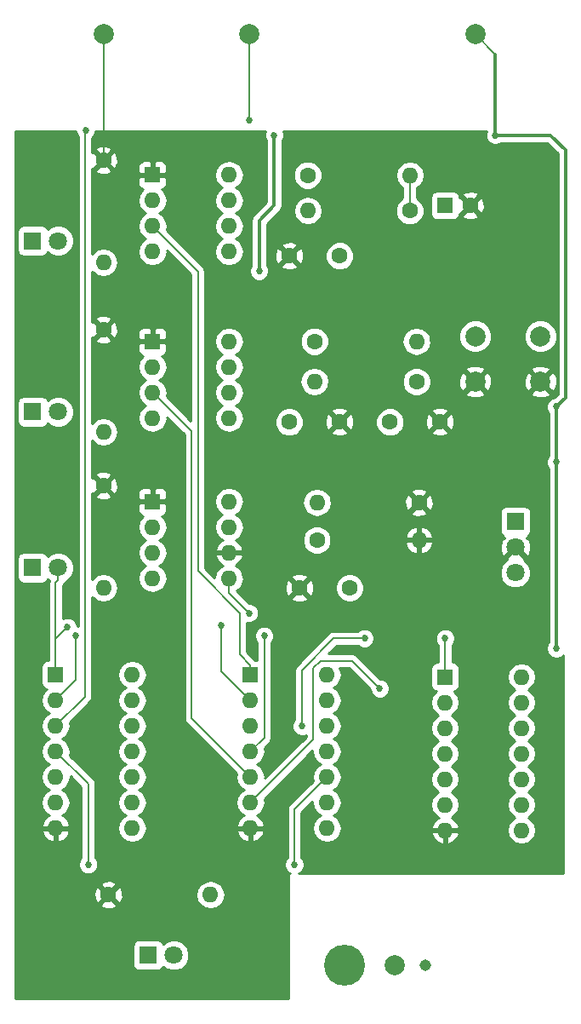
<source format=gbl>
G04 This is an RS-274x file exported by *
G04 gerbv version 2.6.0 *
G04 More information is available about gerbv at *
G04 http://gerbv.gpleda.org/ *
G04 --End of header info--*
%MOIN*%
%FSLAX34Y34*%
%IPPOS*%
G04 --Define apertures--*
%ADD10C,0.0039*%
%ADD11R,0.0630X0.0630*%
%ADD12C,0.0630*%
%ADD13R,0.0709X0.0709*%
%ADD14C,0.0709*%
%ADD15C,0.1600*%
%ADD16C,0.0450*%
%ADD17C,0.0787*%
%ADD18O,0.0630X0.0630*%
%ADD19C,0.0270*%
%ADD20C,0.0118*%
%ADD21C,0.0060*%
%ADD22C,0.0100*%
G04 --Start main section--*
G54D11*
G01X0048622Y-031693D03*
G54D12*
G01X0049606Y-031693D03*
G01X0044488Y-033661D03*
G01X0042520Y-033661D03*
G01X0042520Y-040157D03*
G01X0044488Y-040157D03*
G01X0044882Y-046654D03*
G01X0042913Y-046654D03*
G54D13*
G01X0032465Y-033071D03*
G54D14*
G01X0033465Y-033071D03*
G54D13*
G01X0032465Y-039764D03*
G54D14*
G01X0033465Y-039764D03*
G54D13*
G01X0032465Y-045866D03*
G54D14*
G01X0033465Y-045866D03*
G54D13*
G01X0036992Y-061024D03*
G54D14*
G01X0037992Y-061024D03*
G54D15*
G01X0044685Y-061417D03*
G54D16*
G01X0047835Y-061417D03*
G54D17*
G01X0046654Y-061417D03*
G01X0049803Y-025000D03*
G01X0035236Y-025000D03*
G01X0040945Y-025000D03*
G54D12*
G01X0035236Y-029921D03*
G54D18*
G01X0035236Y-033921D03*
G54D12*
G01X0043244Y-030512D03*
G54D18*
G01X0047244Y-030512D03*
G54D12*
G01X0047244Y-031890D03*
G54D18*
G01X0043244Y-031890D03*
G54D12*
G01X0043504Y-037008D03*
G54D18*
G01X0047504Y-037008D03*
G54D12*
G01X0035236Y-036551D03*
G54D18*
G01X0035236Y-040551D03*
G54D12*
G01X0047504Y-038583D03*
G54D18*
G01X0043504Y-038583D03*
G54D12*
G01X0047602Y-043307D03*
G54D18*
G01X0043602Y-043307D03*
G54D12*
G01X0043602Y-044783D03*
G54D18*
G01X0047602Y-044783D03*
G54D12*
G01X0035236Y-042654D03*
G54D18*
G01X0035236Y-046654D03*
G54D12*
G01X0035433Y-058661D03*
G54D18*
G01X0039433Y-058661D03*
G54D13*
G01X0051378Y-044063D03*
G54D14*
G01X0051378Y-045063D03*
G01X0051378Y-046063D03*
G54D17*
G01X0052362Y-036811D03*
G01X0052362Y-038583D03*
G01X0049803Y-036811D03*
G01X0049803Y-038583D03*
G54D11*
G01X0037157Y-030496D03*
G54D18*
G01X0040157Y-033496D03*
G01X0037157Y-031496D03*
G01X0040157Y-032496D03*
G01X0037157Y-032496D03*
G01X0040157Y-031496D03*
G01X0037157Y-033496D03*
G01X0040157Y-030496D03*
G54D11*
G01X0037157Y-037008D03*
G54D18*
G01X0040157Y-040008D03*
G01X0037157Y-038008D03*
G01X0040157Y-039008D03*
G01X0037157Y-039008D03*
G01X0040157Y-038008D03*
G01X0037157Y-040008D03*
G01X0040157Y-037008D03*
G54D11*
G01X0037157Y-043276D03*
G54D18*
G01X0040157Y-046276D03*
G01X0037157Y-044276D03*
G01X0040157Y-045276D03*
G01X0037157Y-045276D03*
G01X0040157Y-044276D03*
G01X0037157Y-046276D03*
G01X0040157Y-043276D03*
G54D11*
G01X0033366Y-050051D03*
G54D18*
G01X0036366Y-056051D03*
G01X0033366Y-051051D03*
G01X0036366Y-055051D03*
G01X0033366Y-052051D03*
G01X0036366Y-054051D03*
G01X0033366Y-053051D03*
G01X0036366Y-053051D03*
G01X0033366Y-054051D03*
G01X0036366Y-052051D03*
G01X0033366Y-055051D03*
G01X0036366Y-051051D03*
G01X0033366Y-056051D03*
G01X0036366Y-050051D03*
G54D11*
G01X0040996Y-050051D03*
G54D18*
G01X0043996Y-056051D03*
G01X0040996Y-051051D03*
G01X0043996Y-055051D03*
G01X0040996Y-052051D03*
G01X0043996Y-054051D03*
G01X0040996Y-053051D03*
G01X0043996Y-053051D03*
G01X0040996Y-054051D03*
G01X0043996Y-052051D03*
G01X0040996Y-055051D03*
G01X0043996Y-051051D03*
G01X0040996Y-056051D03*
G01X0043996Y-050051D03*
G54D11*
G01X0048622Y-050134D03*
G54D18*
G01X0051622Y-056134D03*
G01X0048622Y-051134D03*
G01X0051622Y-055134D03*
G01X0048622Y-052134D03*
G01X0051622Y-054134D03*
G01X0048622Y-053134D03*
G01X0051622Y-053134D03*
G01X0048622Y-054134D03*
G01X0051622Y-052134D03*
G01X0048622Y-055134D03*
G01X0051622Y-051134D03*
G01X0048622Y-056134D03*
G01X0051622Y-050134D03*
G54D12*
G01X0048425Y-040157D03*
G01X0046457Y-040157D03*
G54D19*
G01X0052983Y-039567D03*
G01X0052983Y-049016D03*
G01X0052983Y-041732D03*
G01X0041339Y-034252D03*
G01X0041929Y-028937D03*
G01X0050591Y-028937D03*
G01X0040945Y-047638D03*
G01X0039862Y-048130D03*
G01X0033823Y-048194D03*
G01X0042717Y-057480D03*
G01X0034646Y-057480D03*
G01X0048622Y-048622D03*
G01X0045472Y-048622D03*
G01X0043012Y-052067D03*
G01X0040945Y-028346D03*
G01X0034547Y-028740D03*
G01X0034154Y-048524D03*
G01X0041535Y-048524D03*
G01X0046063Y-050591D03*
G54D20*
G01X0053346Y-029528D02*
G01X0053346Y-039203D01*
G01X0050591Y-028937D02*
G01X0052756Y-028937D01*
G01X0052756Y-028937D02*
G01X0053346Y-029528D01*
G01X0053346Y-039203D02*
G01X0052983Y-039567D01*
G01X0052983Y-039567D02*
G01X0052983Y-041732D01*
G01X0052983Y-041732D02*
G01X0052983Y-049016D01*
G01X0041339Y-032283D02*
G01X0041339Y-034252D01*
G01X0041929Y-031693D02*
G01X0041339Y-032283D01*
G01X0041929Y-028937D02*
G01X0041929Y-031693D01*
G01X0050591Y-025787D02*
G01X0050591Y-028937D01*
G54D21*
G01X0049803Y-025000D02*
G01X0050591Y-025787D01*
G01X0040157Y-046276D02*
G01X0040157Y-046850D01*
G01X0040157Y-046850D02*
G01X0040945Y-047638D01*
G01X0040996Y-050051D02*
G01X0040996Y-049676D01*
G01X0040996Y-049676D02*
G01X0040583Y-049263D01*
G01X0040583Y-049263D02*
G01X0040583Y-047639D01*
G01X0040583Y-047639D02*
G01X0038938Y-045994D01*
G01X0038938Y-045994D02*
G01X0038938Y-034277D01*
G01X0038938Y-034277D02*
G01X0037472Y-032811D01*
G01X0037472Y-032811D02*
G01X0037157Y-032496D01*
G01X0040996Y-054051D02*
G01X0038681Y-051736D01*
G01X0038681Y-051736D02*
G01X0038681Y-040531D01*
G01X0038681Y-040531D02*
G01X0037472Y-039323D01*
G01X0037472Y-039323D02*
G01X0037157Y-039008D01*
G01X0033366Y-050051D02*
G01X0033366Y-048720D01*
G01X0033366Y-048720D02*
G01X0033366Y-048651D01*
G01X0033465Y-045866D02*
G01X0033465Y-046367D01*
G01X0033465Y-046367D02*
G01X0033366Y-046466D01*
G01X0033366Y-046466D02*
G01X0033366Y-048720D01*
G01X0039862Y-048130D02*
G01X0039862Y-049917D01*
G01X0039862Y-049917D02*
G01X0040996Y-051051D01*
G01X0033366Y-048651D02*
G01X0033823Y-048194D01*
G01X0042717Y-057480D02*
G01X0042717Y-055331D01*
G01X0042717Y-055331D02*
G01X0043996Y-054051D01*
G01X0033366Y-053051D02*
G01X0034646Y-054331D01*
G01X0034646Y-054331D02*
G01X0034646Y-057480D01*
G01X0048622Y-048622D02*
G01X0048622Y-050134D01*
G01X0043012Y-052067D02*
G01X0043012Y-049870D01*
G01X0044260Y-048622D02*
G01X0045472Y-048622D01*
G01X0043012Y-049870D02*
G01X0044260Y-048622D01*
G01X0035236Y-025000D02*
G01X0035236Y-025557D01*
G01X0035236Y-025557D02*
G01X0035236Y-029921D01*
G01X0040945Y-028346D02*
G01X0040945Y-025000D01*
G01X0033366Y-052051D02*
G01X0034515Y-050902D01*
G01X0034515Y-050902D02*
G01X0034515Y-028772D01*
G01X0034515Y-028772D02*
G01X0034547Y-028740D01*
G01X0034154Y-048524D02*
G01X0034154Y-050264D01*
G01X0034154Y-050264D02*
G01X0033366Y-051051D01*
G01X0040996Y-053051D02*
G01X0041538Y-052509D01*
G01X0041538Y-052509D02*
G01X0041538Y-048526D01*
G01X0041538Y-048526D02*
G01X0041535Y-048524D01*
G01X0040996Y-055051D02*
G01X0043454Y-052593D01*
G01X0043454Y-052593D02*
G01X0043454Y-049791D01*
G01X0043454Y-049791D02*
G01X0043736Y-049509D01*
G01X0043736Y-049509D02*
G01X0044982Y-049509D01*
G01X0044982Y-049509D02*
G01X0046063Y-050591D01*
G01X0047244Y-031890D02*
G01X0047244Y-031444D01*
G01X0047244Y-031444D02*
G01X0047244Y-030512D01*
G54D22*
G36*
G01X0034162Y-028816D02*
G01X0034221Y-028958D01*
G01X0034235Y-028973D01*
G01X0034235Y-048141D01*
G01X0034230Y-048139D01*
G01X0034208Y-048139D01*
G01X0034208Y-048117D01*
G01X0034150Y-047976D01*
G01X0034042Y-047867D01*
G01X0033900Y-047809D01*
G01X0033747Y-047808D01*
G01X0033646Y-047850D01*
G01X0033646Y-046582D01*
G01X0033663Y-046565D01*
G01X0033723Y-046474D01*
G01X0033723Y-046474D01*
G01X0033737Y-046408D01*
G01X0033806Y-046379D01*
G01X0033977Y-046209D01*
G01X0034069Y-045987D01*
G01X0034069Y-045746D01*
G01X0033977Y-045524D01*
G01X0033807Y-045354D01*
G01X0033585Y-045262D01*
G01X0033345Y-045262D01*
G01X0033123Y-045354D01*
G01X0033056Y-045420D01*
G01X0033056Y-045419D01*
G01X0033002Y-045334D01*
G01X0032918Y-045277D01*
G01X0032819Y-045257D01*
G01X0032110Y-045257D01*
G01X0032018Y-045274D01*
G01X0031933Y-045329D01*
G01X0031875Y-045413D01*
G01X0031855Y-045512D01*
G01X0031855Y-046220D01*
G01X0031873Y-046313D01*
G01X0031928Y-046398D01*
G01X0032011Y-046455D01*
G01X0032110Y-046475D01*
G01X0032819Y-046475D01*
G01X0032912Y-046458D01*
G01X0032997Y-046403D01*
G01X0033054Y-046320D01*
G01X0033055Y-046312D01*
G01X0033107Y-046363D01*
G01X0033103Y-046379D01*
G01X0033086Y-046466D01*
G01X0033086Y-049481D01*
G01X0033051Y-049481D01*
G01X0032959Y-049499D01*
G01X0032873Y-049554D01*
G01X0032816Y-049637D01*
G01X0032796Y-049736D01*
G01X0032796Y-050366D01*
G01X0032814Y-050459D01*
G01X0032868Y-050544D01*
G01X0032952Y-050601D01*
G01X0033013Y-050613D01*
G01X0032956Y-050652D01*
G01X0032833Y-050835D01*
G01X0032790Y-051051D01*
G01X0032833Y-051267D01*
G01X0032956Y-051451D01*
G01X0033106Y-051551D01*
G01X0032956Y-051652D01*
G01X0032833Y-051835D01*
G01X0032790Y-052051D01*
G01X0032833Y-052267D01*
G01X0032956Y-052451D01*
G01X0033106Y-052551D01*
G01X0032956Y-052652D01*
G01X0032833Y-052835D01*
G01X0032790Y-053051D01*
G01X0032833Y-053267D01*
G01X0032956Y-053451D01*
G01X0033106Y-053551D01*
G01X0032956Y-053652D01*
G01X0032833Y-053835D01*
G01X0032790Y-054051D01*
G01X0032833Y-054267D01*
G01X0032956Y-054451D01*
G01X0033106Y-054551D01*
G01X0032956Y-054652D01*
G01X0032833Y-054835D01*
G01X0032790Y-055051D01*
G01X0032833Y-055267D01*
G01X0032956Y-055451D01*
G01X0033115Y-055557D01*
G01X0033029Y-055597D01*
G01X0032881Y-055761D01*
G01X0032818Y-055914D01*
G01X0032866Y-056001D01*
G01X0033316Y-056001D01*
G01X0033316Y-055993D01*
G01X0033416Y-055993D01*
G01X0033416Y-056001D01*
G01X0033866Y-056001D01*
G01X0033914Y-055914D01*
G01X0033851Y-055761D01*
G01X0033703Y-055597D01*
G01X0033617Y-055557D01*
G01X0033777Y-055451D01*
G01X0033899Y-055267D01*
G01X0033942Y-055051D01*
G01X0033899Y-054835D01*
G01X0033777Y-054652D01*
G01X0033626Y-054551D01*
G01X0033777Y-054451D01*
G01X0033899Y-054267D01*
G01X0033942Y-054051D01*
G01X0033935Y-054016D01*
G01X0034366Y-054447D01*
G01X0034366Y-057216D01*
G01X0034319Y-057262D01*
G01X0034261Y-057403D01*
G01X0034261Y-057557D01*
G01X0034319Y-057698D01*
G01X0034427Y-057807D01*
G01X0034569Y-057865D01*
G01X0034722Y-057865D01*
G01X0034863Y-057807D01*
G01X0034972Y-057699D01*
G01X0035031Y-057557D01*
G01X0035031Y-057404D01*
G01X0034972Y-057263D01*
G01X0034926Y-057216D01*
G01X0034926Y-054331D01*
G01X0034904Y-054224D01*
G01X0034904Y-054224D01*
G01X0034844Y-054133D01*
G01X0033912Y-053201D01*
G01X0033942Y-053051D01*
G01X0033899Y-052835D01*
G01X0033777Y-052652D01*
G01X0033626Y-052551D01*
G01X0033777Y-052451D01*
G01X0033899Y-052267D01*
G01X0033942Y-052051D01*
G01X0033912Y-051901D01*
G01X0034713Y-051100D01*
G01X0034774Y-051009D01*
G01X0034781Y-050975D01*
G01X0034795Y-050902D01*
G01X0034795Y-050051D01*
G01X0035790Y-050051D01*
G01X0035833Y-050267D01*
G01X0035956Y-050451D01*
G01X0036106Y-050551D01*
G01X0035956Y-050652D01*
G01X0035833Y-050835D01*
G01X0035790Y-051051D01*
G01X0035833Y-051267D01*
G01X0035956Y-051451D01*
G01X0036106Y-051551D01*
G01X0035956Y-051652D01*
G01X0035833Y-051835D01*
G01X0035790Y-052051D01*
G01X0035833Y-052267D01*
G01X0035956Y-052451D01*
G01X0036106Y-052551D01*
G01X0035956Y-052652D01*
G01X0035833Y-052835D01*
G01X0035790Y-053051D01*
G01X0035833Y-053267D01*
G01X0035956Y-053451D01*
G01X0036106Y-053551D01*
G01X0035956Y-053652D01*
G01X0035833Y-053835D01*
G01X0035790Y-054051D01*
G01X0035833Y-054267D01*
G01X0035956Y-054451D01*
G01X0036106Y-054551D01*
G01X0035956Y-054652D01*
G01X0035833Y-054835D01*
G01X0035790Y-055051D01*
G01X0035833Y-055267D01*
G01X0035956Y-055451D01*
G01X0036106Y-055551D01*
G01X0035956Y-055652D01*
G01X0035833Y-055835D01*
G01X0035790Y-056051D01*
G01X0035833Y-056267D01*
G01X0035956Y-056451D01*
G01X0036139Y-056573D01*
G01X0036355Y-056616D01*
G01X0036377Y-056616D01*
G01X0036593Y-056573D01*
G01X0036777Y-056451D01*
G01X0036899Y-056267D01*
G01X0036915Y-056189D01*
G01X0040448Y-056189D01*
G01X0040511Y-056342D01*
G01X0040659Y-056505D01*
G01X0040859Y-056599D01*
G01X0040946Y-056551D01*
G01X0040946Y-056101D01*
G01X0041046Y-056101D01*
G01X0041046Y-056551D01*
G01X0041133Y-056599D01*
G01X0041333Y-056505D01*
G01X0041481Y-056342D01*
G01X0041544Y-056189D01*
G01X0041496Y-056101D01*
G01X0041046Y-056101D01*
G01X0040946Y-056101D01*
G01X0040496Y-056101D01*
G01X0040448Y-056189D01*
G01X0036915Y-056189D01*
G01X0036942Y-056051D01*
G01X0036899Y-055835D01*
G01X0036777Y-055652D01*
G01X0036626Y-055551D01*
G01X0036777Y-055451D01*
G01X0036899Y-055267D01*
G01X0036942Y-055051D01*
G01X0036899Y-054835D01*
G01X0036777Y-054652D01*
G01X0036626Y-054551D01*
G01X0036777Y-054451D01*
G01X0036899Y-054267D01*
G01X0036942Y-054051D01*
G01X0036899Y-053835D01*
G01X0036777Y-053652D01*
G01X0036626Y-053551D01*
G01X0036777Y-053451D01*
G01X0036899Y-053267D01*
G01X0036942Y-053051D01*
G01X0036899Y-052835D01*
G01X0036777Y-052652D01*
G01X0036626Y-052551D01*
G01X0036777Y-052451D01*
G01X0036899Y-052267D01*
G01X0036942Y-052051D01*
G01X0036899Y-051835D01*
G01X0036777Y-051652D01*
G01X0036626Y-051551D01*
G01X0036777Y-051451D01*
G01X0036899Y-051267D01*
G01X0036942Y-051051D01*
G01X0036899Y-050835D01*
G01X0036777Y-050652D01*
G01X0036626Y-050551D01*
G01X0036777Y-050451D01*
G01X0036899Y-050267D01*
G01X0036942Y-050051D01*
G01X0036899Y-049835D01*
G01X0036777Y-049652D01*
G01X0036593Y-049529D01*
G01X0036377Y-049486D01*
G01X0036355Y-049486D01*
G01X0036139Y-049529D01*
G01X0035956Y-049652D01*
G01X0035833Y-049835D01*
G01X0035790Y-050051D01*
G01X0034795Y-050051D01*
G01X0034795Y-047002D01*
G01X0034837Y-047064D01*
G01X0035020Y-047187D01*
G01X0035236Y-047230D01*
G01X0035452Y-047187D01*
G01X0035636Y-047064D01*
G01X0035758Y-046881D01*
G01X0035801Y-046665D01*
G01X0035801Y-046642D01*
G01X0035758Y-046426D01*
G01X0035636Y-046243D01*
G01X0035452Y-046121D01*
G01X0035236Y-046078D01*
G01X0035020Y-046121D01*
G01X0034837Y-046243D01*
G01X0034795Y-046305D01*
G01X0034795Y-044276D01*
G01X0036581Y-044276D01*
G01X0036624Y-044492D01*
G01X0036747Y-044675D01*
G01X0036897Y-044776D01*
G01X0036747Y-044876D01*
G01X0036624Y-045059D01*
G01X0036581Y-045276D01*
G01X0036624Y-045492D01*
G01X0036747Y-045675D01*
G01X0036897Y-045776D01*
G01X0036747Y-045876D01*
G01X0036624Y-046059D01*
G01X0036581Y-046276D01*
G01X0036624Y-046492D01*
G01X0036747Y-046675D01*
G01X0036930Y-046798D01*
G01X0037146Y-046841D01*
G01X0037169Y-046841D01*
G01X0037385Y-046798D01*
G01X0037568Y-046675D01*
G01X0037691Y-046492D01*
G01X0037734Y-046276D01*
G01X0037691Y-046059D01*
G01X0037568Y-045876D01*
G01X0037418Y-045776D01*
G01X0037568Y-045675D01*
G01X0037691Y-045492D01*
G01X0037734Y-045276D01*
G01X0037691Y-045059D01*
G01X0037568Y-044876D01*
G01X0037418Y-044776D01*
G01X0037568Y-044675D01*
G01X0037691Y-044492D01*
G01X0037734Y-044276D01*
G01X0037691Y-044059D01*
G01X0037568Y-043876D01*
G01X0037515Y-043841D01*
G01X0037522Y-043841D01*
G01X0037614Y-043802D01*
G01X0037684Y-043732D01*
G01X0037722Y-043640D01*
G01X0037722Y-043388D01*
G01X0037660Y-043326D01*
G01X0037207Y-043326D01*
G01X0037207Y-043333D01*
G01X0037107Y-043333D01*
G01X0037107Y-043326D01*
G01X0036655Y-043326D01*
G01X0036593Y-043388D01*
G01X0036593Y-043640D01*
G01X0036631Y-043732D01*
G01X0036701Y-043802D01*
G01X0036793Y-043841D01*
G01X0036800Y-043841D01*
G01X0036747Y-043876D01*
G01X0036624Y-044059D01*
G01X0036581Y-044276D01*
G01X0034795Y-044276D01*
G01X0034795Y-043050D01*
G01X0034910Y-043050D01*
G01X0034939Y-043147D01*
G01X0035151Y-043223D01*
G01X0035375Y-043213D01*
G01X0035533Y-043147D01*
G01X0035562Y-043050D01*
G01X0035236Y-042724D01*
G01X0034910Y-043050D01*
G01X0034795Y-043050D01*
G01X0034795Y-042966D01*
G01X0034839Y-042980D01*
G01X0035166Y-042654D01*
G01X0035307Y-042654D01*
G01X0035633Y-042980D01*
G01X0035730Y-042950D01*
G01X0035744Y-042911D01*
G01X0036593Y-042911D01*
G01X0036593Y-043163D01*
G01X0036655Y-043226D01*
G01X0037107Y-043226D01*
G01X0037107Y-042773D01*
G01X0037207Y-042773D01*
G01X0037207Y-043226D01*
G01X0037660Y-043226D01*
G01X0037722Y-043163D01*
G01X0037722Y-042911D01*
G01X0037684Y-042819D01*
G01X0037614Y-042749D01*
G01X0037522Y-042711D01*
G01X0037270Y-042711D01*
G01X0037207Y-042773D01*
G01X0037107Y-042773D01*
G01X0037045Y-042711D01*
G01X0036793Y-042711D01*
G01X0036701Y-042749D01*
G01X0036631Y-042819D01*
G01X0036593Y-042911D01*
G01X0035744Y-042911D01*
G01X0035806Y-042739D01*
G01X0035795Y-042514D01*
G01X0035730Y-042357D01*
G01X0035633Y-042328D01*
G01X0035307Y-042654D01*
G01X0035166Y-042654D01*
G01X0034839Y-042328D01*
G01X0034795Y-042341D01*
G01X0034795Y-042257D01*
G01X0034910Y-042257D01*
G01X0035236Y-042583D01*
G01X0035562Y-042257D01*
G01X0035533Y-042160D01*
G01X0035322Y-042084D01*
G01X0035097Y-042095D01*
G01X0034939Y-042160D01*
G01X0034910Y-042257D01*
G01X0034795Y-042257D01*
G01X0034795Y-040900D01*
G01X0034837Y-040962D01*
G01X0035020Y-041084D01*
G01X0035236Y-041127D01*
G01X0035452Y-041084D01*
G01X0035636Y-040962D01*
G01X0035758Y-040778D01*
G01X0035801Y-040562D01*
G01X0035801Y-040540D01*
G01X0035758Y-040324D01*
G01X0035636Y-040141D01*
G01X0035452Y-040018D01*
G01X0035236Y-039975D01*
G01X0035020Y-040018D01*
G01X0034837Y-040141D01*
G01X0034795Y-040202D01*
G01X0034795Y-036948D01*
G01X0034910Y-036948D01*
G01X0034939Y-037045D01*
G01X0035151Y-037121D01*
G01X0035375Y-037110D01*
G01X0035533Y-037045D01*
G01X0035562Y-036948D01*
G01X0035236Y-036622D01*
G01X0034910Y-036948D01*
G01X0034795Y-036948D01*
G01X0034795Y-036864D01*
G01X0034839Y-036877D01*
G01X0035166Y-036551D01*
G01X0035307Y-036551D01*
G01X0035633Y-036877D01*
G01X0035730Y-036848D01*
G01X0035803Y-036643D01*
G01X0036593Y-036643D01*
G01X0036593Y-036895D01*
G01X0036655Y-036958D01*
G01X0037107Y-036958D01*
G01X0037107Y-036505D01*
G01X0037207Y-036505D01*
G01X0037207Y-036958D01*
G01X0037660Y-036958D01*
G01X0037722Y-036895D01*
G01X0037722Y-036643D01*
G01X0037684Y-036551D01*
G01X0037614Y-036481D01*
G01X0037522Y-036443D01*
G01X0037270Y-036443D01*
G01X0037207Y-036505D01*
G01X0037107Y-036505D01*
G01X0037045Y-036443D01*
G01X0036793Y-036443D01*
G01X0036701Y-036481D01*
G01X0036631Y-036551D01*
G01X0036593Y-036643D01*
G01X0035803Y-036643D01*
G01X0035806Y-036637D01*
G01X0035795Y-036412D01*
G01X0035730Y-036254D01*
G01X0035633Y-036225D01*
G01X0035307Y-036551D01*
G01X0035166Y-036551D01*
G01X0034839Y-036225D01*
G01X0034795Y-036238D01*
G01X0034795Y-036154D01*
G01X0034910Y-036154D01*
G01X0035236Y-036480D01*
G01X0035562Y-036154D01*
G01X0035533Y-036058D01*
G01X0035322Y-035982D01*
G01X0035097Y-035992D01*
G01X0034939Y-036058D01*
G01X0034910Y-036154D01*
G01X0034795Y-036154D01*
G01X0034795Y-034270D01*
G01X0034837Y-034332D01*
G01X0035020Y-034454D01*
G01X0035236Y-034497D01*
G01X0035452Y-034454D01*
G01X0035636Y-034332D01*
G01X0035758Y-034149D01*
G01X0035801Y-033932D01*
G01X0035801Y-033910D01*
G01X0035758Y-033694D01*
G01X0035636Y-033511D01*
G01X0035452Y-033388D01*
G01X0035236Y-033345D01*
G01X0035020Y-033388D01*
G01X0034837Y-033511D01*
G01X0034795Y-033573D01*
G01X0034795Y-030496D01*
G01X0039581Y-030496D01*
G01X0039624Y-030712D01*
G01X0039747Y-030896D01*
G01X0039897Y-030996D01*
G01X0039747Y-031097D01*
G01X0039624Y-031280D01*
G01X0039581Y-031496D01*
G01X0039624Y-031712D01*
G01X0039747Y-031896D01*
G01X0039897Y-031996D01*
G01X0039747Y-032097D01*
G01X0039624Y-032280D01*
G01X0039581Y-032496D01*
G01X0039624Y-032712D01*
G01X0039747Y-032896D01*
G01X0039897Y-032996D01*
G01X0039747Y-033097D01*
G01X0039624Y-033280D01*
G01X0039581Y-033496D01*
G01X0039624Y-033712D01*
G01X0039747Y-033896D01*
G01X0039930Y-034018D01*
G01X0040146Y-034061D01*
G01X0040169Y-034061D01*
G01X0040385Y-034018D01*
G01X0040568Y-033896D01*
G01X0040691Y-033712D01*
G01X0040734Y-033496D01*
G01X0040691Y-033280D01*
G01X0040568Y-033097D01*
G01X0040418Y-032996D01*
G01X0040568Y-032896D01*
G01X0040691Y-032712D01*
G01X0040734Y-032496D01*
G01X0040691Y-032280D01*
G01X0040568Y-032097D01*
G01X0040418Y-031996D01*
G01X0040568Y-031896D01*
G01X0040691Y-031712D01*
G01X0040734Y-031496D01*
G01X0040691Y-031280D01*
G01X0040568Y-031097D01*
G01X0040418Y-030996D01*
G01X0040568Y-030896D01*
G01X0040691Y-030712D01*
G01X0040734Y-030496D01*
G01X0040691Y-030280D01*
G01X0040568Y-030097D01*
G01X0040385Y-029974D01*
G01X0040169Y-029931D01*
G01X0040146Y-029931D01*
G01X0039930Y-029974D01*
G01X0039747Y-030097D01*
G01X0039624Y-030280D01*
G01X0039581Y-030496D01*
G01X0034795Y-030496D01*
G01X0034795Y-030318D01*
G01X0034910Y-030318D01*
G01X0034939Y-030415D01*
G01X0035151Y-030491D01*
G01X0035375Y-030480D01*
G01X0035533Y-030415D01*
G01X0035562Y-030318D01*
G01X0035236Y-029992D01*
G01X0034910Y-030318D01*
G01X0034795Y-030318D01*
G01X0034795Y-030234D01*
G01X0034839Y-030247D01*
G01X0035166Y-029921D01*
G01X0035307Y-029921D01*
G01X0035633Y-030247D01*
G01X0035730Y-030218D01*
G01X0035761Y-030131D01*
G01X0036593Y-030131D01*
G01X0036593Y-030384D01*
G01X0036655Y-030446D01*
G01X0037107Y-030446D01*
G01X0037107Y-029994D01*
G01X0037207Y-029994D01*
G01X0037207Y-030446D01*
G01X0037660Y-030446D01*
G01X0037722Y-030384D01*
G01X0037722Y-030131D01*
G01X0037684Y-030039D01*
G01X0037614Y-029969D01*
G01X0037522Y-029931D01*
G01X0037270Y-029931D01*
G01X0037207Y-029994D01*
G01X0037107Y-029994D01*
G01X0037045Y-029931D01*
G01X0036793Y-029931D01*
G01X0036701Y-029969D01*
G01X0036631Y-030039D01*
G01X0036593Y-030131D01*
G01X0035761Y-030131D01*
G01X0035806Y-030007D01*
G01X0035795Y-029782D01*
G01X0035730Y-029624D01*
G01X0035633Y-029595D01*
G01X0035307Y-029921D01*
G01X0035166Y-029921D01*
G01X0034839Y-029595D01*
G01X0034795Y-029608D01*
G01X0034795Y-029525D01*
G01X0034910Y-029525D01*
G01X0035236Y-029851D01*
G01X0035562Y-029525D01*
G01X0035533Y-029428D01*
G01X0035322Y-029352D01*
G01X0035097Y-029362D01*
G01X0034939Y-029428D01*
G01X0034910Y-029525D01*
G01X0034795Y-029525D01*
G01X0034795Y-029036D01*
G01X0034873Y-028959D01*
G01X0034932Y-028817D01*
G01X0034932Y-028790D01*
G01X0041573Y-028790D01*
G01X0041544Y-028860D01*
G01X0041544Y-029013D01*
G01X0041603Y-029155D01*
G01X0041620Y-029172D01*
G01X0041620Y-031565D01*
G01X0041120Y-032065D01*
G01X0041053Y-032165D01*
G01X0041053Y-032165D01*
G01X0041030Y-032283D01*
G01X0041030Y-034016D01*
G01X0041012Y-034034D01*
G01X0040954Y-034175D01*
G01X0040954Y-034328D01*
G01X0041012Y-034470D01*
G01X0041120Y-034578D01*
G01X0041262Y-034637D01*
G01X0041415Y-034637D01*
G01X0041556Y-034579D01*
G01X0041665Y-034470D01*
G01X0041724Y-034329D01*
G01X0041724Y-034176D01*
G01X0041675Y-034058D01*
G01X0042194Y-034058D01*
G01X0042223Y-034155D01*
G01X0042434Y-034231D01*
G01X0042659Y-034220D01*
G01X0042817Y-034155D01*
G01X0042846Y-034058D01*
G01X0042520Y-033732D01*
G01X0042194Y-034058D01*
G01X0041675Y-034058D01*
G01X0041665Y-034034D01*
G01X0041648Y-034017D01*
G01X0041648Y-033576D01*
G01X0041950Y-033576D01*
G01X0041961Y-033801D01*
G01X0042026Y-033958D01*
G01X0042123Y-033987D01*
G01X0042449Y-033661D01*
G01X0042590Y-033661D01*
G01X0042916Y-033987D01*
G01X0043013Y-033958D01*
G01X0043080Y-033773D01*
G01X0043923Y-033773D01*
G01X0044009Y-033981D01*
G01X0044168Y-034140D01*
G01X0044375Y-034226D01*
G01X0044600Y-034226D01*
G01X0044808Y-034141D01*
G01X0044967Y-033982D01*
G01X0045053Y-033774D01*
G01X0045053Y-033550D01*
G01X0044967Y-033342D01*
G01X0044809Y-033183D01*
G01X0044601Y-033097D01*
G01X0044376Y-033096D01*
G01X0044169Y-033182D01*
G01X0044010Y-033341D01*
G01X0043923Y-033549D01*
G01X0043923Y-033773D01*
G01X0043080Y-033773D01*
G01X0043089Y-033747D01*
G01X0043079Y-033522D01*
G01X0043013Y-033365D01*
G01X0042916Y-033335D01*
G01X0042590Y-033661D01*
G01X0042449Y-033661D01*
G01X0042123Y-033335D01*
G01X0042026Y-033365D01*
G01X0041950Y-033576D01*
G01X0041648Y-033576D01*
G01X0041648Y-033265D01*
G01X0042194Y-033265D01*
G01X0042520Y-033591D01*
G01X0042846Y-033265D01*
G01X0042817Y-033168D01*
G01X0042605Y-033092D01*
G01X0042381Y-033102D01*
G01X0042223Y-033168D01*
G01X0042194Y-033265D01*
G01X0041648Y-033265D01*
G01X0041648Y-032411D01*
G01X0042148Y-031911D01*
G01X0042162Y-031890D01*
G01X0042668Y-031890D01*
G01X0042711Y-032106D01*
G01X0042834Y-032289D01*
G01X0043017Y-032412D01*
G01X0043233Y-032455D01*
G01X0043255Y-032455D01*
G01X0043471Y-032412D01*
G01X0043655Y-032289D01*
G01X0043777Y-032106D01*
G01X0043820Y-031890D01*
G01X0043777Y-031674D01*
G01X0043655Y-031490D01*
G01X0043471Y-031368D01*
G01X0043255Y-031325D01*
G01X0043233Y-031325D01*
G01X0043017Y-031368D01*
G01X0042834Y-031490D01*
G01X0042711Y-031674D01*
G01X0042668Y-031890D01*
G01X0042162Y-031890D01*
G01X0042215Y-031811D01*
G01X0042238Y-031693D01*
G01X0042238Y-030624D01*
G01X0042679Y-030624D01*
G01X0042765Y-030831D01*
G01X0042924Y-030990D01*
G01X0043131Y-031077D01*
G01X0043356Y-031077D01*
G01X0043564Y-030991D01*
G01X0043723Y-030832D01*
G01X0043809Y-030625D01*
G01X0043809Y-030512D01*
G01X0046668Y-030512D01*
G01X0046711Y-030728D01*
G01X0046834Y-030911D01*
G01X0046964Y-030999D01*
G01X0046964Y-031394D01*
G01X0046924Y-031411D01*
G01X0046765Y-031569D01*
G01X0046679Y-031777D01*
G01X0046679Y-032002D01*
G01X0046765Y-032209D01*
G01X0046924Y-032368D01*
G01X0047131Y-032455D01*
G01X0047356Y-032455D01*
G01X0047564Y-032369D01*
G01X0047723Y-032210D01*
G01X0047809Y-032003D01*
G01X0047809Y-031778D01*
G01X0047723Y-031570D01*
G01X0047565Y-031411D01*
G01X0047524Y-031394D01*
G01X0047524Y-031378D01*
G01X0048052Y-031378D01*
G01X0048052Y-032008D01*
G01X0048070Y-032101D01*
G01X0048124Y-032186D01*
G01X0048208Y-032243D01*
G01X0048307Y-032263D01*
G01X0048937Y-032263D01*
G01X0049030Y-032245D01*
G01X0049115Y-032191D01*
G01X0049172Y-032107D01*
G01X0049175Y-032090D01*
G01X0049280Y-032090D01*
G01X0049309Y-032187D01*
G01X0049521Y-032263D01*
G01X0049745Y-032252D01*
G01X0049903Y-032187D01*
G01X0049932Y-032090D01*
G01X0049606Y-031764D01*
G01X0049280Y-032090D01*
G01X0049175Y-032090D01*
G01X0049191Y-032013D01*
G01X0049210Y-032019D01*
G01X0049536Y-031693D01*
G01X0049677Y-031693D01*
G01X0050003Y-032019D01*
G01X0050100Y-031990D01*
G01X0050176Y-031778D01*
G01X0050165Y-031554D01*
G01X0050100Y-031396D01*
G01X0050003Y-031367D01*
G01X0049677Y-031693D01*
G01X0049536Y-031693D01*
G01X0049210Y-031367D01*
G01X0049191Y-031372D01*
G01X0049177Y-031296D01*
G01X0049280Y-031296D01*
G01X0049606Y-031622D01*
G01X0049932Y-031296D01*
G01X0049903Y-031199D01*
G01X0049692Y-031123D01*
G01X0049467Y-031134D01*
G01X0049309Y-031199D01*
G01X0049280Y-031296D01*
G01X0049177Y-031296D01*
G01X0049174Y-031285D01*
G01X0049120Y-031200D01*
G01X0049036Y-031143D01*
G01X0048937Y-031123D01*
G01X0048307Y-031123D01*
G01X0048214Y-031140D01*
G01X0048129Y-031195D01*
G01X0048072Y-031279D01*
G01X0048052Y-031378D01*
G01X0047524Y-031378D01*
G01X0047524Y-030999D01*
G01X0047655Y-030911D01*
G01X0047777Y-030728D01*
G01X0047820Y-030512D01*
G01X0047777Y-030296D01*
G01X0047655Y-030112D01*
G01X0047471Y-029990D01*
G01X0047255Y-029947D01*
G01X0047233Y-029947D01*
G01X0047017Y-029990D01*
G01X0046834Y-030112D01*
G01X0046711Y-030296D01*
G01X0046668Y-030512D01*
G01X0043809Y-030512D01*
G01X0043809Y-030400D01*
G01X0043723Y-030192D01*
G01X0043565Y-030033D01*
G01X0043357Y-029947D01*
G01X0043132Y-029947D01*
G01X0042924Y-030033D01*
G01X0042765Y-030191D01*
G01X0042679Y-030399D01*
G01X0042679Y-030624D01*
G01X0042238Y-030624D01*
G01X0042238Y-029172D01*
G01X0042255Y-029155D01*
G01X0042314Y-029014D01*
G01X0042314Y-028861D01*
G01X0042285Y-028790D01*
G01X0050235Y-028790D01*
G01X0050206Y-028860D01*
G01X0050205Y-029013D01*
G01X0050264Y-029155D01*
G01X0050372Y-029263D01*
G01X0050514Y-029322D01*
G01X0050667Y-029322D01*
G01X0050808Y-029264D01*
G01X0050826Y-029246D01*
G01X0052628Y-029246D01*
G01X0053037Y-029656D01*
G01X0053037Y-039075D01*
G01X0052931Y-039182D01*
G01X0052907Y-039182D01*
G01X0052765Y-039240D01*
G01X0052657Y-039349D01*
G01X0052598Y-039490D01*
G01X0052598Y-039643D01*
G01X0052656Y-039785D01*
G01X0052674Y-039802D01*
G01X0052674Y-041497D01*
G01X0052657Y-041514D01*
G01X0052598Y-041655D01*
G01X0052598Y-041809D01*
G01X0052656Y-041950D01*
G01X0052674Y-041968D01*
G01X0052674Y-048780D01*
G01X0052657Y-048797D01*
G01X0052598Y-048939D01*
G01X0052598Y-049092D01*
G01X0052656Y-049234D01*
G01X0052764Y-049342D01*
G01X0052906Y-049401D01*
G01X0053059Y-049401D01*
G01X0053201Y-049342D01*
G01X0053264Y-049279D01*
G01X0053264Y-057824D01*
G01X0042893Y-057824D01*
G01X0042934Y-057807D01*
G01X0043043Y-057699D01*
G01X0043101Y-057557D01*
G01X0043102Y-057404D01*
G01X0043043Y-057263D01*
G01X0042997Y-057216D01*
G01X0042997Y-055447D01*
G01X0043427Y-055016D01*
G01X0043420Y-055051D01*
G01X0043463Y-055267D01*
G01X0043586Y-055451D01*
G01X0043736Y-055551D01*
G01X0043586Y-055652D01*
G01X0043463Y-055835D01*
G01X0043420Y-056051D01*
G01X0043463Y-056267D01*
G01X0043586Y-056451D01*
G01X0043769Y-056573D01*
G01X0043985Y-056616D01*
G01X0044007Y-056616D01*
G01X0044223Y-056573D01*
G01X0044407Y-056451D01*
G01X0044526Y-056271D01*
G01X0048074Y-056271D01*
G01X0048137Y-056424D01*
G01X0048285Y-056588D01*
G01X0048485Y-056682D01*
G01X0048572Y-056634D01*
G01X0048572Y-056184D01*
G01X0048672Y-056184D01*
G01X0048672Y-056634D01*
G01X0048759Y-056682D01*
G01X0048959Y-056588D01*
G01X0049107Y-056424D01*
G01X0049170Y-056271D01*
G01X0049122Y-056184D01*
G01X0048672Y-056184D01*
G01X0048572Y-056184D01*
G01X0048122Y-056184D01*
G01X0048074Y-056271D01*
G01X0044526Y-056271D01*
G01X0044529Y-056267D01*
G01X0044572Y-056051D01*
G01X0044529Y-055835D01*
G01X0044407Y-055652D01*
G01X0044256Y-055551D01*
G01X0044407Y-055451D01*
G01X0044529Y-055267D01*
G01X0044572Y-055051D01*
G01X0044529Y-054835D01*
G01X0044407Y-054652D01*
G01X0044256Y-054551D01*
G01X0044407Y-054451D01*
G01X0044529Y-054267D01*
G01X0044572Y-054051D01*
G01X0044529Y-053835D01*
G01X0044407Y-053652D01*
G01X0044256Y-053551D01*
G01X0044407Y-053451D01*
G01X0044529Y-053267D01*
G01X0044572Y-053051D01*
G01X0044529Y-052835D01*
G01X0044407Y-052652D01*
G01X0044256Y-052551D01*
G01X0044407Y-052451D01*
G01X0044529Y-052267D01*
G01X0044572Y-052051D01*
G01X0044529Y-051835D01*
G01X0044407Y-051652D01*
G01X0044256Y-051551D01*
G01X0044407Y-051451D01*
G01X0044529Y-051267D01*
G01X0044556Y-051134D01*
G01X0048046Y-051134D01*
G01X0048089Y-051350D01*
G01X0048211Y-051533D01*
G01X0048362Y-051634D01*
G01X0048211Y-051734D01*
G01X0048089Y-051918D01*
G01X0048046Y-052134D01*
G01X0048089Y-052350D01*
G01X0048211Y-052533D01*
G01X0048362Y-052634D01*
G01X0048211Y-052734D01*
G01X0048089Y-052918D01*
G01X0048046Y-053134D01*
G01X0048089Y-053350D01*
G01X0048211Y-053533D01*
G01X0048362Y-053634D01*
G01X0048211Y-053734D01*
G01X0048089Y-053918D01*
G01X0048046Y-054134D01*
G01X0048089Y-054350D01*
G01X0048211Y-054533D01*
G01X0048362Y-054634D01*
G01X0048211Y-054734D01*
G01X0048089Y-054918D01*
G01X0048046Y-055134D01*
G01X0048089Y-055350D01*
G01X0048211Y-055533D01*
G01X0048371Y-055640D01*
G01X0048285Y-055680D01*
G01X0048137Y-055844D01*
G01X0048074Y-055996D01*
G01X0048122Y-056084D01*
G01X0048572Y-056084D01*
G01X0048572Y-056076D01*
G01X0048672Y-056076D01*
G01X0048672Y-056084D01*
G01X0049122Y-056084D01*
G01X0049170Y-055996D01*
G01X0049107Y-055844D01*
G01X0048959Y-055680D01*
G01X0048873Y-055640D01*
G01X0049033Y-055533D01*
G01X0049155Y-055350D01*
G01X0049198Y-055134D01*
G01X0049155Y-054918D01*
G01X0049033Y-054734D01*
G01X0048882Y-054634D01*
G01X0049033Y-054533D01*
G01X0049155Y-054350D01*
G01X0049198Y-054134D01*
G01X0049155Y-053918D01*
G01X0049033Y-053734D01*
G01X0048882Y-053634D01*
G01X0049033Y-053533D01*
G01X0049155Y-053350D01*
G01X0049198Y-053134D01*
G01X0049155Y-052918D01*
G01X0049033Y-052734D01*
G01X0048882Y-052634D01*
G01X0049033Y-052533D01*
G01X0049155Y-052350D01*
G01X0049198Y-052134D01*
G01X0049155Y-051918D01*
G01X0049033Y-051734D01*
G01X0048882Y-051634D01*
G01X0049033Y-051533D01*
G01X0049155Y-051350D01*
G01X0049198Y-051134D01*
G01X0049155Y-050918D01*
G01X0049033Y-050734D01*
G01X0048976Y-050696D01*
G01X0049030Y-050686D01*
G01X0049115Y-050632D01*
G01X0049172Y-050548D01*
G01X0049192Y-050449D01*
G01X0049192Y-050134D01*
G01X0051046Y-050134D01*
G01X0051089Y-050350D01*
G01X0051211Y-050533D01*
G01X0051362Y-050634D01*
G01X0051211Y-050734D01*
G01X0051089Y-050918D01*
G01X0051046Y-051134D01*
G01X0051089Y-051350D01*
G01X0051211Y-051533D01*
G01X0051362Y-051634D01*
G01X0051211Y-051734D01*
G01X0051089Y-051918D01*
G01X0051046Y-052134D01*
G01X0051089Y-052350D01*
G01X0051211Y-052533D01*
G01X0051362Y-052634D01*
G01X0051211Y-052734D01*
G01X0051089Y-052918D01*
G01X0051046Y-053134D01*
G01X0051089Y-053350D01*
G01X0051211Y-053533D01*
G01X0051362Y-053634D01*
G01X0051211Y-053734D01*
G01X0051089Y-053918D01*
G01X0051046Y-054134D01*
G01X0051089Y-054350D01*
G01X0051211Y-054533D01*
G01X0051362Y-054634D01*
G01X0051211Y-054734D01*
G01X0051089Y-054918D01*
G01X0051046Y-055134D01*
G01X0051089Y-055350D01*
G01X0051211Y-055533D01*
G01X0051362Y-055634D01*
G01X0051211Y-055734D01*
G01X0051089Y-055918D01*
G01X0051046Y-056134D01*
G01X0051089Y-056350D01*
G01X0051211Y-056533D01*
G01X0051395Y-056656D01*
G01X0051611Y-056699D01*
G01X0051633Y-056699D01*
G01X0051849Y-056656D01*
G01X0052033Y-056533D01*
G01X0052155Y-056350D01*
G01X0052198Y-056134D01*
G01X0052155Y-055918D01*
G01X0052033Y-055734D01*
G01X0051882Y-055634D01*
G01X0052033Y-055533D01*
G01X0052155Y-055350D01*
G01X0052198Y-055134D01*
G01X0052155Y-054918D01*
G01X0052033Y-054734D01*
G01X0051882Y-054634D01*
G01X0052033Y-054533D01*
G01X0052155Y-054350D01*
G01X0052198Y-054134D01*
G01X0052155Y-053918D01*
G01X0052033Y-053734D01*
G01X0051882Y-053634D01*
G01X0052033Y-053533D01*
G01X0052155Y-053350D01*
G01X0052198Y-053134D01*
G01X0052155Y-052918D01*
G01X0052033Y-052734D01*
G01X0051882Y-052634D01*
G01X0052033Y-052533D01*
G01X0052155Y-052350D01*
G01X0052198Y-052134D01*
G01X0052155Y-051918D01*
G01X0052033Y-051734D01*
G01X0051882Y-051634D01*
G01X0052033Y-051533D01*
G01X0052155Y-051350D01*
G01X0052198Y-051134D01*
G01X0052155Y-050918D01*
G01X0052033Y-050734D01*
G01X0051882Y-050634D01*
G01X0052033Y-050533D01*
G01X0052155Y-050350D01*
G01X0052198Y-050134D01*
G01X0052155Y-049918D01*
G01X0052033Y-049734D01*
G01X0051849Y-049612D01*
G01X0051633Y-049569D01*
G01X0051611Y-049569D01*
G01X0051395Y-049612D01*
G01X0051211Y-049734D01*
G01X0051089Y-049918D01*
G01X0051046Y-050134D01*
G01X0049192Y-050134D01*
G01X0049192Y-049819D01*
G01X0049174Y-049726D01*
G01X0049120Y-049641D01*
G01X0049036Y-049584D01*
G01X0048937Y-049564D01*
G01X0048902Y-049564D01*
G01X0048902Y-048887D01*
G01X0048948Y-048840D01*
G01X0049007Y-048699D01*
G01X0049007Y-048546D01*
G01X0048949Y-048404D01*
G01X0048840Y-048296D01*
G01X0048699Y-048237D01*
G01X0048546Y-048237D01*
G01X0048404Y-048295D01*
G01X0048296Y-048404D01*
G01X0048237Y-048545D01*
G01X0048237Y-048698D01*
G01X0048295Y-048840D01*
G01X0048342Y-048887D01*
G01X0048342Y-049564D01*
G01X0048307Y-049564D01*
G01X0048214Y-049581D01*
G01X0048129Y-049636D01*
G01X0048072Y-049720D01*
G01X0048052Y-049819D01*
G01X0048052Y-050449D01*
G01X0048070Y-050541D01*
G01X0048124Y-050627D01*
G01X0048208Y-050684D01*
G01X0048269Y-050696D01*
G01X0048211Y-050734D01*
G01X0048089Y-050918D01*
G01X0048046Y-051134D01*
G01X0044556Y-051134D01*
G01X0044572Y-051051D01*
G01X0044529Y-050835D01*
G01X0044407Y-050652D01*
G01X0044256Y-050551D01*
G01X0044407Y-050451D01*
G01X0044529Y-050267D01*
G01X0044572Y-050051D01*
G01X0044529Y-049835D01*
G01X0044499Y-049789D01*
G01X0044866Y-049789D01*
G01X0045678Y-050602D01*
G01X0045678Y-050667D01*
G01X0045736Y-050808D01*
G01X0045845Y-050917D01*
G01X0045986Y-050975D01*
G01X0046139Y-050976D01*
G01X0046281Y-050917D01*
G01X0046389Y-050809D01*
G01X0046448Y-050667D01*
G01X0046448Y-050514D01*
G01X0046390Y-050373D01*
G01X0046281Y-050264D01*
G01X0046140Y-050206D01*
G01X0046074Y-050206D01*
G01X0045180Y-049311D01*
G01X0045089Y-049251D01*
G01X0044982Y-049229D01*
G01X0044049Y-049229D01*
G01X0044376Y-048902D01*
G01X0045208Y-048902D01*
G01X0045254Y-048948D01*
G01X0045396Y-049007D01*
G01X0045549Y-049007D01*
G01X0045690Y-048949D01*
G01X0045799Y-048840D01*
G01X0045857Y-048699D01*
G01X0045858Y-048546D01*
G01X0045799Y-048404D01*
G01X0045691Y-048296D01*
G01X0045549Y-048237D01*
G01X0045396Y-048237D01*
G01X0045255Y-048295D01*
G01X0045208Y-048342D01*
G01X0044260Y-048342D01*
G01X0044171Y-048360D01*
G01X0044153Y-048363D01*
G01X0044062Y-048424D01*
G01X0042814Y-049672D01*
G01X0042753Y-049763D01*
G01X0042753Y-049763D01*
G01X0042732Y-049870D01*
G01X0042732Y-051802D01*
G01X0042686Y-051849D01*
G01X0042627Y-051990D01*
G01X0042627Y-052143D01*
G01X0042685Y-052285D01*
G01X0042793Y-052393D01*
G01X0042935Y-052452D01*
G01X0043088Y-052452D01*
G01X0043174Y-052416D01*
G01X0043174Y-052477D01*
G01X0041565Y-054086D01*
G01X0041572Y-054051D01*
G01X0041529Y-053835D01*
G01X0041407Y-053652D01*
G01X0041256Y-053551D01*
G01X0041407Y-053451D01*
G01X0041529Y-053267D01*
G01X0041572Y-053051D01*
G01X0041542Y-052901D01*
G01X0041736Y-052707D01*
G01X0041797Y-052617D01*
G01X0041813Y-052533D01*
G01X0041818Y-052509D01*
G01X0041818Y-048786D01*
G01X0041862Y-048742D01*
G01X0041920Y-048601D01*
G01X0041920Y-048447D01*
G01X0041862Y-048306D01*
G01X0041754Y-048197D01*
G01X0041612Y-048139D01*
G01X0041459Y-048139D01*
G01X0041318Y-048197D01*
G01X0041209Y-048305D01*
G01X0041151Y-048447D01*
G01X0041150Y-048600D01*
G01X0041209Y-048741D01*
G01X0041258Y-048791D01*
G01X0041258Y-049481D01*
G01X0041196Y-049481D01*
G01X0041194Y-049478D01*
G01X0040863Y-049147D01*
G01X0040863Y-048021D01*
G01X0040868Y-048023D01*
G01X0041021Y-048023D01*
G01X0041163Y-047964D01*
G01X0041271Y-047856D01*
G01X0041330Y-047715D01*
G01X0041330Y-047562D01*
G01X0041271Y-047420D01*
G01X0041163Y-047312D01*
G01X0041022Y-047253D01*
G01X0040956Y-047253D01*
G01X0040753Y-047050D01*
G01X0042587Y-047050D01*
G01X0042617Y-047147D01*
G01X0042828Y-047223D01*
G01X0043053Y-047213D01*
G01X0043210Y-047147D01*
G01X0043239Y-047050D01*
G01X0042913Y-046724D01*
G01X0042587Y-047050D01*
G01X0040753Y-047050D01*
G01X0040454Y-046751D01*
G01X0040568Y-046675D01*
G01X0040639Y-046568D01*
G01X0042344Y-046568D01*
G01X0042354Y-046793D01*
G01X0042420Y-046950D01*
G01X0042517Y-046980D01*
G01X0042843Y-046654D01*
G01X0042984Y-046654D01*
G01X0043310Y-046980D01*
G01X0043407Y-046950D01*
G01X0043474Y-046765D01*
G01X0044317Y-046765D01*
G01X0044403Y-046973D01*
G01X0044561Y-047132D01*
G01X0044769Y-047218D01*
G01X0044994Y-047219D01*
G01X0045201Y-047133D01*
G01X0045361Y-046974D01*
G01X0045447Y-046766D01*
G01X0045447Y-046542D01*
G01X0045361Y-046334D01*
G01X0045210Y-046183D01*
G01X0050774Y-046183D01*
G01X0050865Y-046405D01*
G01X0051035Y-046575D01*
G01X0051257Y-046667D01*
G01X0051498Y-046667D01*
G01X0051720Y-046576D01*
G01X0051890Y-046406D01*
G01X0051982Y-046184D01*
G01X0051982Y-045943D01*
G01X0051891Y-045721D01*
G01X0051721Y-045551D01*
G01X0051713Y-045548D01*
G01X0051733Y-045488D01*
G01X0051378Y-045134D01*
G01X0051023Y-045488D01*
G01X0051043Y-045547D01*
G01X0051036Y-045550D01*
G01X0050866Y-045720D01*
G01X0050774Y-045942D01*
G01X0050774Y-046183D01*
G01X0045210Y-046183D01*
G01X0045202Y-046175D01*
G01X0044995Y-046089D01*
G01X0044770Y-046088D01*
G01X0044562Y-046174D01*
G01X0044403Y-046333D01*
G01X0044317Y-046541D01*
G01X0044317Y-046765D01*
G01X0043474Y-046765D01*
G01X0043483Y-046739D01*
G01X0043472Y-046514D01*
G01X0043407Y-046357D01*
G01X0043310Y-046328D01*
G01X0042984Y-046654D01*
G01X0042843Y-046654D01*
G01X0042517Y-046328D01*
G01X0042420Y-046357D01*
G01X0042344Y-046568D01*
G01X0040639Y-046568D01*
G01X0040691Y-046492D01*
G01X0040734Y-046276D01*
G01X0040730Y-046257D01*
G01X0042587Y-046257D01*
G01X0042913Y-046583D01*
G01X0043239Y-046257D01*
G01X0043210Y-046160D01*
G01X0042999Y-046084D01*
G01X0042774Y-046095D01*
G01X0042617Y-046160D01*
G01X0042587Y-046257D01*
G01X0040730Y-046257D01*
G01X0040691Y-046059D01*
G01X0040568Y-045876D01*
G01X0040409Y-045770D01*
G01X0040494Y-045729D01*
G01X0040642Y-045566D01*
G01X0040705Y-045413D01*
G01X0040657Y-045326D01*
G01X0040207Y-045326D01*
G01X0040207Y-045333D01*
G01X0040107Y-045333D01*
G01X0040107Y-045326D01*
G01X0039658Y-045326D01*
G01X0039609Y-045413D01*
G01X0039673Y-045566D01*
G01X0039821Y-045729D01*
G01X0039906Y-045770D01*
G01X0039747Y-045876D01*
G01X0039624Y-046059D01*
G01X0039587Y-046247D01*
G01X0039218Y-045878D01*
G01X0039218Y-043276D01*
G01X0039581Y-043276D01*
G01X0039624Y-043492D01*
G01X0039747Y-043675D01*
G01X0039897Y-043776D01*
G01X0039747Y-043876D01*
G01X0039624Y-044059D01*
G01X0039581Y-044276D01*
G01X0039624Y-044492D01*
G01X0039747Y-044675D01*
G01X0039906Y-044781D01*
G01X0039821Y-044822D01*
G01X0039673Y-044985D01*
G01X0039609Y-045138D01*
G01X0039658Y-045226D01*
G01X0040107Y-045226D01*
G01X0040107Y-045218D01*
G01X0040207Y-045218D01*
G01X0040207Y-045226D01*
G01X0040657Y-045226D01*
G01X0040705Y-045138D01*
G01X0040642Y-044985D01*
G01X0040561Y-044895D01*
G01X0043037Y-044895D01*
G01X0043123Y-045103D01*
G01X0043282Y-045262D01*
G01X0043489Y-045348D01*
G01X0043714Y-045349D01*
G01X0043922Y-045263D01*
G01X0044081Y-045104D01*
G01X0044157Y-044921D01*
G01X0047054Y-044921D01*
G01X0047118Y-045074D01*
G01X0047266Y-045237D01*
G01X0047465Y-045331D01*
G01X0047552Y-045284D01*
G01X0047552Y-044833D01*
G01X0047652Y-044833D01*
G01X0047652Y-045284D01*
G01X0047740Y-045331D01*
G01X0047939Y-045237D01*
G01X0048087Y-045074D01*
G01X0048150Y-044921D01*
G01X0048102Y-044833D01*
G01X0047652Y-044833D01*
G01X0047552Y-044833D01*
G01X0047102Y-044833D01*
G01X0047054Y-044921D01*
G01X0044157Y-044921D01*
G01X0044167Y-044896D01*
G01X0044167Y-044672D01*
G01X0044157Y-044646D01*
G01X0047054Y-044646D01*
G01X0047102Y-044733D01*
G01X0047552Y-044733D01*
G01X0047552Y-044283D01*
G01X0047652Y-044283D01*
G01X0047652Y-044733D01*
G01X0048102Y-044733D01*
G01X0048150Y-044646D01*
G01X0048087Y-044493D01*
G01X0047939Y-044330D01*
G01X0047740Y-044235D01*
G01X0047652Y-044283D01*
G01X0047552Y-044283D01*
G01X0047465Y-044235D01*
G01X0047266Y-044330D01*
G01X0047118Y-044493D01*
G01X0047054Y-044646D01*
G01X0044157Y-044646D01*
G01X0044082Y-044464D01*
G01X0043923Y-044305D01*
G01X0043715Y-044219D01*
G01X0043490Y-044218D01*
G01X0043283Y-044304D01*
G01X0043124Y-044463D01*
G01X0043038Y-044671D01*
G01X0043037Y-044895D01*
G01X0040561Y-044895D01*
G01X0040494Y-044822D01*
G01X0040409Y-044781D01*
G01X0040568Y-044675D01*
G01X0040691Y-044492D01*
G01X0040734Y-044276D01*
G01X0040691Y-044059D01*
G01X0040568Y-043876D01*
G01X0040418Y-043776D01*
G01X0040568Y-043675D01*
G01X0040691Y-043492D01*
G01X0040727Y-043307D01*
G01X0043026Y-043307D01*
G01X0043069Y-043523D01*
G01X0043192Y-043707D01*
G01X0043375Y-043829D01*
G01X0043591Y-043872D01*
G01X0043613Y-043872D01*
G01X0043830Y-043829D01*
G01X0044013Y-043707D01*
G01X0044015Y-043704D01*
G01X0047276Y-043704D01*
G01X0047306Y-043801D01*
G01X0047517Y-043877D01*
G01X0047742Y-043866D01*
G01X0047899Y-043801D01*
G01X0047927Y-043709D01*
G01X0050769Y-043709D01*
G01X0050769Y-044417D01*
G01X0050786Y-044510D01*
G01X0050841Y-044595D01*
G01X0050921Y-044650D01*
G01X0050908Y-044663D01*
G01X0050953Y-044708D01*
G01X0050852Y-044742D01*
G01X0050769Y-044968D01*
G01X0050779Y-045208D01*
G01X0050852Y-045384D01*
G01X0050953Y-045418D01*
G01X0051307Y-045063D01*
G01X0051302Y-045057D01*
G01X0051372Y-044987D01*
G01X0051378Y-044992D01*
G01X0051384Y-044987D01*
G01X0051454Y-045057D01*
G01X0051449Y-045063D01*
G01X0051803Y-045418D01*
G01X0051904Y-045384D01*
G01X0051987Y-045158D01*
G01X0051977Y-044918D01*
G01X0051904Y-044742D01*
G01X0051803Y-044708D01*
G01X0051848Y-044663D01*
G01X0051834Y-044649D01*
G01X0051910Y-044600D01*
G01X0051967Y-044516D01*
G01X0051987Y-044417D01*
G01X0051987Y-043709D01*
G01X0051970Y-043616D01*
G01X0051915Y-043531D01*
G01X0051831Y-043474D01*
G01X0051732Y-043454D01*
G01X0051024Y-043454D01*
G01X0050931Y-043471D01*
G01X0050846Y-043526D01*
G01X0050789Y-043609D01*
G01X0050769Y-043709D01*
G01X0047927Y-043709D01*
G01X0047928Y-043704D01*
G01X0047602Y-043378D01*
G01X0047276Y-043704D01*
G01X0044015Y-043704D01*
G01X0044135Y-043523D01*
G01X0044178Y-043307D01*
G01X0044161Y-043222D01*
G01X0047033Y-043222D01*
G01X0047043Y-043446D01*
G01X0047109Y-043604D01*
G01X0047206Y-043633D01*
G01X0047532Y-043307D01*
G01X0047673Y-043307D01*
G01X0047999Y-043633D01*
G01X0048096Y-043604D01*
G01X0048172Y-043392D01*
G01X0048161Y-043168D01*
G01X0048096Y-043010D01*
G01X0047999Y-042981D01*
G01X0047673Y-043307D01*
G01X0047532Y-043307D01*
G01X0047206Y-042981D01*
G01X0047109Y-043010D01*
G01X0047033Y-043222D01*
G01X0044161Y-043222D01*
G01X0044135Y-043091D01*
G01X0044015Y-042910D01*
G01X0047276Y-042910D01*
G01X0047602Y-043236D01*
G01X0047928Y-042910D01*
G01X0047899Y-042813D01*
G01X0047688Y-042737D01*
G01X0047463Y-042748D01*
G01X0047306Y-042813D01*
G01X0047276Y-042910D01*
G01X0044015Y-042910D01*
G01X0044013Y-042908D01*
G01X0043830Y-042785D01*
G01X0043613Y-042742D01*
G01X0043591Y-042742D01*
G01X0043375Y-042785D01*
G01X0043192Y-042908D01*
G01X0043069Y-043091D01*
G01X0043026Y-043307D01*
G01X0040727Y-043307D01*
G01X0040734Y-043276D01*
G01X0040691Y-043059D01*
G01X0040568Y-042876D01*
G01X0040385Y-042754D01*
G01X0040169Y-042711D01*
G01X0040146Y-042711D01*
G01X0039930Y-042754D01*
G01X0039747Y-042876D01*
G01X0039624Y-043059D01*
G01X0039581Y-043276D01*
G01X0039218Y-043276D01*
G01X0039218Y-037008D01*
G01X0039581Y-037008D01*
G01X0039624Y-037224D01*
G01X0039747Y-037407D01*
G01X0039897Y-037508D01*
G01X0039747Y-037608D01*
G01X0039624Y-037792D01*
G01X0039581Y-038008D01*
G01X0039624Y-038224D01*
G01X0039747Y-038407D01*
G01X0039897Y-038508D01*
G01X0039747Y-038608D01*
G01X0039624Y-038792D01*
G01X0039581Y-039008D01*
G01X0039624Y-039224D01*
G01X0039747Y-039407D01*
G01X0039897Y-039508D01*
G01X0039747Y-039608D01*
G01X0039624Y-039792D01*
G01X0039581Y-040008D01*
G01X0039624Y-040224D01*
G01X0039747Y-040407D01*
G01X0039930Y-040530D01*
G01X0040146Y-040573D01*
G01X0040169Y-040573D01*
G01X0040385Y-040530D01*
G01X0040568Y-040407D01*
G01X0040660Y-040269D01*
G01X0041955Y-040269D01*
G01X0042040Y-040477D01*
G01X0042199Y-040636D01*
G01X0042407Y-040722D01*
G01X0042632Y-040723D01*
G01X0042839Y-040637D01*
G01X0042922Y-040554D01*
G01X0044162Y-040554D01*
G01X0044191Y-040651D01*
G01X0044403Y-040727D01*
G01X0044627Y-040716D01*
G01X0044785Y-040651D01*
G01X0044814Y-040554D01*
G01X0044488Y-040228D01*
G01X0044162Y-040554D01*
G01X0042922Y-040554D01*
G01X0042998Y-040478D01*
G01X0043085Y-040270D01*
G01X0043085Y-040072D01*
G01X0043919Y-040072D01*
G01X0043929Y-040297D01*
G01X0043995Y-040454D01*
G01X0044091Y-040484D01*
G01X0044417Y-040157D01*
G01X0044559Y-040157D01*
G01X0044885Y-040484D01*
G01X0044982Y-040454D01*
G01X0045048Y-040269D01*
G01X0045892Y-040269D01*
G01X0045977Y-040477D01*
G01X0046136Y-040636D01*
G01X0046344Y-040722D01*
G01X0046569Y-040723D01*
G01X0046776Y-040637D01*
G01X0046859Y-040554D01*
G01X0048099Y-040554D01*
G01X0048128Y-040651D01*
G01X0048340Y-040727D01*
G01X0048564Y-040716D01*
G01X0048722Y-040651D01*
G01X0048751Y-040554D01*
G01X0048425Y-040228D01*
G01X0048099Y-040554D01*
G01X0046859Y-040554D01*
G01X0046935Y-040478D01*
G01X0047022Y-040270D01*
G01X0047022Y-040072D01*
G01X0047856Y-040072D01*
G01X0047866Y-040297D01*
G01X0047932Y-040454D01*
G01X0048028Y-040484D01*
G01X0048354Y-040157D01*
G01X0048496Y-040157D01*
G01X0048822Y-040484D01*
G01X0048919Y-040454D01*
G01X0048995Y-040243D01*
G01X0048984Y-040018D01*
G01X0048919Y-039861D01*
G01X0048822Y-039831D01*
G01X0048496Y-040157D01*
G01X0048354Y-040157D01*
G01X0048028Y-039831D01*
G01X0047932Y-039861D01*
G01X0047856Y-040072D01*
G01X0047022Y-040072D01*
G01X0047022Y-040046D01*
G01X0046936Y-039838D01*
G01X0046859Y-039761D01*
G01X0048099Y-039761D01*
G01X0048425Y-040087D01*
G01X0048751Y-039761D01*
G01X0048722Y-039664D01*
G01X0048511Y-039588D01*
G01X0048286Y-039599D01*
G01X0048128Y-039664D01*
G01X0048099Y-039761D01*
G01X0046859Y-039761D01*
G01X0046777Y-039679D01*
G01X0046570Y-039593D01*
G01X0046345Y-039592D01*
G01X0046137Y-039678D01*
G01X0045978Y-039837D01*
G01X0045892Y-040045D01*
G01X0045892Y-040269D01*
G01X0045048Y-040269D01*
G01X0045058Y-040243D01*
G01X0045047Y-040018D01*
G01X0044982Y-039861D01*
G01X0044885Y-039831D01*
G01X0044559Y-040157D01*
G01X0044417Y-040157D01*
G01X0044091Y-039831D01*
G01X0043995Y-039861D01*
G01X0043919Y-040072D01*
G01X0043085Y-040072D01*
G01X0043085Y-040046D01*
G01X0042999Y-039838D01*
G01X0042922Y-039761D01*
G01X0044162Y-039761D01*
G01X0044488Y-040087D01*
G01X0044814Y-039761D01*
G01X0044785Y-039664D01*
G01X0044574Y-039588D01*
G01X0044349Y-039599D01*
G01X0044191Y-039664D01*
G01X0044162Y-039761D01*
G01X0042922Y-039761D01*
G01X0042840Y-039679D01*
G01X0042633Y-039593D01*
G01X0042408Y-039592D01*
G01X0042200Y-039678D01*
G01X0042041Y-039837D01*
G01X0041955Y-040045D01*
G01X0041955Y-040269D01*
G01X0040660Y-040269D01*
G01X0040691Y-040224D01*
G01X0040734Y-040008D01*
G01X0040691Y-039792D01*
G01X0040568Y-039608D01*
G01X0040418Y-039508D01*
G01X0040568Y-039407D01*
G01X0040691Y-039224D01*
G01X0040734Y-039008D01*
G01X0040691Y-038792D01*
G01X0040568Y-038608D01*
G01X0040530Y-038583D01*
G01X0042928Y-038583D01*
G01X0042971Y-038799D01*
G01X0043093Y-038982D01*
G01X0043277Y-039105D01*
G01X0043493Y-039148D01*
G01X0043515Y-039148D01*
G01X0043731Y-039105D01*
G01X0043914Y-038982D01*
G01X0044037Y-038799D01*
G01X0044058Y-038695D01*
G01X0046939Y-038695D01*
G01X0047025Y-038902D01*
G01X0047183Y-039061D01*
G01X0047391Y-039148D01*
G01X0047616Y-039148D01*
G01X0047824Y-039062D01*
G01X0047849Y-039036D01*
G01X0049420Y-039036D01*
G01X0049459Y-039141D01*
G01X0049699Y-039231D01*
G01X0049955Y-039221D01*
G01X0050147Y-039141D01*
G01X0050186Y-039036D01*
G01X0051979Y-039036D01*
G01X0052018Y-039141D01*
G01X0052258Y-039231D01*
G01X0052514Y-039221D01*
G01X0052706Y-039141D01*
G01X0052745Y-039036D01*
G01X0052362Y-038653D01*
G01X0051979Y-039036D01*
G01X0050186Y-039036D01*
G01X0049803Y-038653D01*
G01X0049420Y-039036D01*
G01X0047849Y-039036D01*
G01X0047983Y-038903D01*
G01X0048069Y-038696D01*
G01X0048069Y-038479D01*
G01X0049155Y-038479D01*
G01X0049165Y-038734D01*
G01X0049244Y-038927D01*
G01X0049349Y-038966D01*
G01X0049732Y-038583D01*
G01X0049874Y-038583D01*
G01X0050257Y-038966D01*
G01X0050362Y-038927D01*
G01X0050451Y-038687D01*
G01X0050443Y-038479D01*
G01X0051714Y-038479D01*
G01X0051724Y-038734D01*
G01X0051803Y-038927D01*
G01X0051908Y-038966D01*
G01X0052291Y-038583D01*
G01X0052433Y-038583D01*
G01X0052816Y-038966D01*
G01X0052921Y-038927D01*
G01X0053010Y-038687D01*
G01X0053001Y-038431D01*
G01X0052921Y-038238D01*
G01X0052816Y-038200D01*
G01X0052433Y-038583D01*
G01X0052291Y-038583D01*
G01X0051908Y-038200D01*
G01X0051803Y-038238D01*
G01X0051714Y-038479D01*
G01X0050443Y-038479D01*
G01X0050442Y-038431D01*
G01X0050362Y-038238D01*
G01X0050257Y-038200D01*
G01X0049874Y-038583D01*
G01X0049732Y-038583D01*
G01X0049349Y-038200D01*
G01X0049244Y-038238D01*
G01X0049155Y-038479D01*
G01X0048069Y-038479D01*
G01X0048069Y-038471D01*
G01X0047983Y-038263D01*
G01X0047849Y-038129D01*
G01X0049420Y-038129D01*
G01X0049803Y-038512D01*
G01X0050186Y-038129D01*
G01X0051979Y-038129D01*
G01X0052362Y-038512D01*
G01X0052745Y-038129D01*
G01X0052706Y-038024D01*
G01X0052466Y-037935D01*
G01X0052210Y-037944D01*
G01X0052018Y-038024D01*
G01X0051979Y-038129D01*
G01X0050186Y-038129D01*
G01X0050147Y-038024D01*
G01X0049907Y-037935D01*
G01X0049651Y-037944D01*
G01X0049459Y-038024D01*
G01X0049420Y-038129D01*
G01X0047849Y-038129D01*
G01X0047824Y-038104D01*
G01X0047617Y-038018D01*
G01X0047392Y-038018D01*
G01X0047184Y-038103D01*
G01X0047025Y-038262D01*
G01X0046939Y-038470D01*
G01X0046939Y-038695D01*
G01X0044058Y-038695D01*
G01X0044080Y-038583D01*
G01X0044037Y-038366D01*
G01X0043914Y-038183D01*
G01X0043731Y-038061D01*
G01X0043515Y-038018D01*
G01X0043493Y-038018D01*
G01X0043277Y-038061D01*
G01X0043093Y-038183D01*
G01X0042971Y-038366D01*
G01X0042928Y-038583D01*
G01X0040530Y-038583D01*
G01X0040418Y-038508D01*
G01X0040568Y-038407D01*
G01X0040691Y-038224D01*
G01X0040734Y-038008D01*
G01X0040691Y-037792D01*
G01X0040568Y-037608D01*
G01X0040418Y-037508D01*
G01X0040568Y-037407D01*
G01X0040691Y-037224D01*
G01X0040711Y-037120D01*
G01X0042939Y-037120D01*
G01X0043025Y-037327D01*
G01X0043183Y-037487D01*
G01X0043391Y-037573D01*
G01X0043616Y-037573D01*
G01X0043824Y-037487D01*
G01X0043983Y-037328D01*
G01X0044069Y-037121D01*
G01X0044069Y-037008D01*
G01X0046928Y-037008D01*
G01X0046971Y-037224D01*
G01X0047093Y-037407D01*
G01X0047277Y-037530D01*
G01X0047493Y-037573D01*
G01X0047515Y-037573D01*
G01X0047731Y-037530D01*
G01X0047914Y-037407D01*
G01X0048037Y-037224D01*
G01X0048080Y-037008D01*
G01X0048066Y-036939D01*
G01X0049159Y-036939D01*
G01X0049257Y-037175D01*
G01X0049438Y-037356D01*
G01X0049675Y-037455D01*
G01X0049931Y-037455D01*
G01X0050167Y-037357D01*
G01X0050349Y-037176D01*
G01X0050447Y-036940D01*
G01X0050447Y-036939D01*
G01X0051718Y-036939D01*
G01X0051816Y-037175D01*
G01X0051997Y-037356D01*
G01X0052234Y-037455D01*
G01X0052490Y-037455D01*
G01X0052726Y-037357D01*
G01X0052908Y-037176D01*
G01X0053006Y-036940D01*
G01X0053006Y-036684D01*
G01X0052908Y-036447D01*
G01X0052727Y-036266D01*
G01X0052491Y-036167D01*
G01X0052235Y-036167D01*
G01X0051998Y-036265D01*
G01X0051817Y-036446D01*
G01X0051719Y-036682D01*
G01X0051718Y-036939D01*
G01X0050447Y-036939D01*
G01X0050447Y-036684D01*
G01X0050349Y-036447D01*
G01X0050168Y-036266D01*
G01X0049932Y-036167D01*
G01X0049676Y-036167D01*
G01X0049439Y-036265D01*
G01X0049258Y-036446D01*
G01X0049160Y-036682D01*
G01X0049159Y-036939D01*
G01X0048066Y-036939D01*
G01X0048037Y-036792D01*
G01X0047914Y-036608D01*
G01X0047731Y-036486D01*
G01X0047515Y-036443D01*
G01X0047493Y-036443D01*
G01X0047277Y-036486D01*
G01X0047093Y-036608D01*
G01X0046971Y-036792D01*
G01X0046928Y-037008D01*
G01X0044069Y-037008D01*
G01X0044069Y-036896D01*
G01X0043983Y-036688D01*
G01X0043824Y-036529D01*
G01X0043617Y-036443D01*
G01X0043392Y-036443D01*
G01X0043184Y-036529D01*
G01X0043025Y-036687D01*
G01X0042939Y-036895D01*
G01X0042939Y-037120D01*
G01X0040711Y-037120D01*
G01X0040734Y-037008D01*
G01X0040691Y-036792D01*
G01X0040568Y-036608D01*
G01X0040385Y-036486D01*
G01X0040169Y-036443D01*
G01X0040146Y-036443D01*
G01X0039930Y-036486D01*
G01X0039747Y-036608D01*
G01X0039624Y-036792D01*
G01X0039581Y-037008D01*
G01X0039218Y-037008D01*
G01X0039218Y-034277D01*
G01X0039197Y-034169D01*
G01X0039197Y-034169D01*
G01X0039136Y-034079D01*
G01X0037704Y-032646D01*
G01X0037734Y-032496D01*
G01X0037691Y-032280D01*
G01X0037568Y-032097D01*
G01X0037418Y-031996D01*
G01X0037568Y-031896D01*
G01X0037691Y-031712D01*
G01X0037734Y-031496D01*
G01X0037691Y-031280D01*
G01X0037568Y-031097D01*
G01X0037515Y-031061D01*
G01X0037522Y-031061D01*
G01X0037614Y-031023D01*
G01X0037684Y-030953D01*
G01X0037722Y-030861D01*
G01X0037722Y-030609D01*
G01X0037660Y-030546D01*
G01X0037207Y-030546D01*
G01X0037207Y-030554D01*
G01X0037107Y-030554D01*
G01X0037107Y-030546D01*
G01X0036655Y-030546D01*
G01X0036593Y-030609D01*
G01X0036593Y-030861D01*
G01X0036631Y-030953D01*
G01X0036701Y-031023D01*
G01X0036793Y-031061D01*
G01X0036800Y-031061D01*
G01X0036747Y-031097D01*
G01X0036624Y-031280D01*
G01X0036581Y-031496D01*
G01X0036624Y-031712D01*
G01X0036747Y-031896D01*
G01X0036897Y-031996D01*
G01X0036747Y-032097D01*
G01X0036624Y-032280D01*
G01X0036581Y-032496D01*
G01X0036624Y-032712D01*
G01X0036747Y-032896D01*
G01X0036897Y-032996D01*
G01X0036747Y-033097D01*
G01X0036624Y-033280D01*
G01X0036581Y-033496D01*
G01X0036624Y-033712D01*
G01X0036747Y-033896D01*
G01X0036930Y-034018D01*
G01X0037146Y-034061D01*
G01X0037169Y-034061D01*
G01X0037385Y-034018D01*
G01X0037568Y-033896D01*
G01X0037691Y-033712D01*
G01X0037734Y-033496D01*
G01X0037727Y-033461D01*
G01X0038658Y-034393D01*
G01X0038658Y-040112D01*
G01X0037704Y-039158D01*
G01X0037734Y-039008D01*
G01X0037691Y-038792D01*
G01X0037568Y-038608D01*
G01X0037418Y-038508D01*
G01X0037568Y-038407D01*
G01X0037691Y-038224D01*
G01X0037734Y-038008D01*
G01X0037691Y-037792D01*
G01X0037568Y-037608D01*
G01X0037515Y-037573D01*
G01X0037522Y-037573D01*
G01X0037614Y-037535D01*
G01X0037684Y-037464D01*
G01X0037722Y-037373D01*
G01X0037722Y-037120D01*
G01X0037660Y-037058D01*
G01X0037207Y-037058D01*
G01X0037207Y-037066D01*
G01X0037107Y-037066D01*
G01X0037107Y-037058D01*
G01X0036655Y-037058D01*
G01X0036593Y-037120D01*
G01X0036593Y-037373D01*
G01X0036631Y-037464D01*
G01X0036701Y-037535D01*
G01X0036793Y-037573D01*
G01X0036800Y-037573D01*
G01X0036747Y-037608D01*
G01X0036624Y-037792D01*
G01X0036581Y-038008D01*
G01X0036624Y-038224D01*
G01X0036747Y-038407D01*
G01X0036897Y-038508D01*
G01X0036747Y-038608D01*
G01X0036624Y-038792D01*
G01X0036581Y-039008D01*
G01X0036624Y-039224D01*
G01X0036747Y-039407D01*
G01X0036897Y-039508D01*
G01X0036747Y-039608D01*
G01X0036624Y-039792D01*
G01X0036581Y-040008D01*
G01X0036624Y-040224D01*
G01X0036747Y-040407D01*
G01X0036930Y-040530D01*
G01X0037146Y-040573D01*
G01X0037169Y-040573D01*
G01X0037385Y-040530D01*
G01X0037568Y-040407D01*
G01X0037691Y-040224D01*
G01X0037734Y-040008D01*
G01X0037727Y-039973D01*
G01X0038401Y-040647D01*
G01X0038401Y-051736D01*
G01X0038422Y-051843D01*
G01X0038483Y-051934D01*
G01X0040450Y-053901D01*
G01X0040420Y-054051D01*
G01X0040463Y-054267D01*
G01X0040586Y-054451D01*
G01X0040736Y-054551D01*
G01X0040586Y-054652D01*
G01X0040463Y-054835D01*
G01X0040420Y-055051D01*
G01X0040463Y-055267D01*
G01X0040586Y-055451D01*
G01X0040745Y-055557D01*
G01X0040659Y-055597D01*
G01X0040511Y-055761D01*
G01X0040448Y-055914D01*
G01X0040496Y-056001D01*
G01X0040946Y-056001D01*
G01X0040946Y-055993D01*
G01X0041046Y-055993D01*
G01X0041046Y-056001D01*
G01X0041496Y-056001D01*
G01X0041544Y-055914D01*
G01X0041481Y-055761D01*
G01X0041333Y-055597D01*
G01X0041247Y-055557D01*
G01X0041407Y-055451D01*
G01X0041529Y-055267D01*
G01X0041572Y-055051D01*
G01X0041542Y-054901D01*
G01X0043427Y-053016D01*
G01X0043420Y-053051D01*
G01X0043463Y-053267D01*
G01X0043586Y-053451D01*
G01X0043736Y-053551D01*
G01X0043586Y-053652D01*
G01X0043463Y-053835D01*
G01X0043420Y-054051D01*
G01X0043450Y-054201D01*
G01X0042519Y-055133D01*
G01X0042458Y-055224D01*
G01X0042458Y-055224D01*
G01X0042437Y-055331D01*
G01X0042437Y-057216D01*
G01X0042390Y-057262D01*
G01X0042332Y-057403D01*
G01X0042331Y-057557D01*
G01X0042390Y-057698D01*
G01X0042498Y-057807D01*
G01X0042540Y-057824D01*
G01X0042520Y-057824D01*
G01X0042502Y-057827D01*
G01X0042485Y-057838D01*
G01X0042474Y-057855D01*
G01X0042470Y-057874D01*
G01X0042470Y-062713D01*
G01X0031776Y-062713D01*
G01X0031776Y-060669D01*
G01X0036383Y-060669D01*
G01X0036383Y-061378D01*
G01X0036400Y-061471D01*
G01X0036455Y-061556D01*
G01X0036539Y-061613D01*
G01X0036638Y-061633D01*
G01X0037346Y-061633D01*
G01X0037439Y-061615D01*
G01X0037524Y-061561D01*
G01X0037581Y-061477D01*
G01X0037583Y-061469D01*
G01X0037649Y-061536D01*
G01X0037871Y-061628D01*
G01X0038112Y-061628D01*
G01X0038334Y-061536D01*
G01X0038504Y-061366D01*
G01X0038596Y-061144D01*
G01X0038597Y-060904D01*
G01X0038505Y-060682D01*
G01X0038335Y-060512D01*
G01X0038113Y-060419D01*
G01X0037872Y-060419D01*
G01X0037650Y-060511D01*
G01X0037584Y-060577D01*
G01X0037584Y-060577D01*
G01X0037529Y-060492D01*
G01X0037446Y-060434D01*
G01X0037346Y-060414D01*
G01X0036638Y-060414D01*
G01X0036545Y-060432D01*
G01X0036460Y-060487D01*
G01X0036403Y-060570D01*
G01X0036383Y-060669D01*
G01X0031776Y-060669D01*
G01X0031776Y-059058D01*
G01X0035107Y-059058D01*
G01X0035136Y-059155D01*
G01X0035348Y-059231D01*
G01X0035572Y-059220D01*
G01X0035730Y-059155D01*
G01X0035759Y-059058D01*
G01X0035433Y-058732D01*
G01X0035107Y-059058D01*
G01X0031776Y-059058D01*
G01X0031776Y-058576D01*
G01X0034863Y-058576D01*
G01X0034874Y-058801D01*
G01X0034939Y-058958D01*
G01X0035036Y-058987D01*
G01X0035362Y-058661D01*
G01X0035504Y-058661D01*
G01X0035830Y-058987D01*
G01X0035927Y-058958D01*
G01X0036003Y-058747D01*
G01X0035999Y-058661D01*
G01X0038857Y-058661D01*
G01X0038900Y-058878D01*
G01X0039023Y-059061D01*
G01X0039206Y-059183D01*
G01X0039422Y-059226D01*
G01X0039444Y-059226D01*
G01X0039660Y-059183D01*
G01X0039844Y-059061D01*
G01X0039966Y-058878D01*
G01X0040009Y-058661D01*
G01X0039966Y-058445D01*
G01X0039844Y-058262D01*
G01X0039660Y-058139D01*
G01X0039444Y-058096D01*
G01X0039422Y-058096D01*
G01X0039206Y-058139D01*
G01X0039023Y-058262D01*
G01X0038900Y-058445D01*
G01X0038857Y-058661D01*
G01X0035999Y-058661D01*
G01X0035992Y-058522D01*
G01X0035927Y-058365D01*
G01X0035830Y-058335D01*
G01X0035504Y-058661D01*
G01X0035362Y-058661D01*
G01X0035036Y-058335D01*
G01X0034939Y-058365D01*
G01X0034863Y-058576D01*
G01X0031776Y-058576D01*
G01X0031776Y-058265D01*
G01X0035107Y-058265D01*
G01X0035433Y-058591D01*
G01X0035759Y-058265D01*
G01X0035730Y-058168D01*
G01X0035518Y-058092D01*
G01X0035294Y-058102D01*
G01X0035136Y-058168D01*
G01X0035107Y-058265D01*
G01X0031776Y-058265D01*
G01X0031776Y-056189D01*
G01X0032818Y-056189D01*
G01X0032881Y-056342D01*
G01X0033029Y-056505D01*
G01X0033229Y-056599D01*
G01X0033316Y-056551D01*
G01X0033316Y-056101D01*
G01X0033416Y-056101D01*
G01X0033416Y-056551D01*
G01X0033504Y-056599D01*
G01X0033703Y-056505D01*
G01X0033851Y-056342D01*
G01X0033914Y-056189D01*
G01X0033866Y-056101D01*
G01X0033416Y-056101D01*
G01X0033316Y-056101D01*
G01X0032866Y-056101D01*
G01X0032818Y-056189D01*
G01X0031776Y-056189D01*
G01X0031776Y-039409D01*
G01X0031855Y-039409D01*
G01X0031855Y-040118D01*
G01X0031873Y-040211D01*
G01X0031928Y-040296D01*
G01X0032011Y-040353D01*
G01X0032110Y-040373D01*
G01X0032819Y-040373D01*
G01X0032912Y-040356D01*
G01X0032997Y-040301D01*
G01X0033054Y-040217D01*
G01X0033055Y-040209D01*
G01X0033122Y-040276D01*
G01X0033344Y-040368D01*
G01X0033584Y-040368D01*
G01X0033806Y-040276D01*
G01X0033977Y-040107D01*
G01X0034069Y-039885D01*
G01X0034069Y-039644D01*
G01X0033977Y-039422D01*
G01X0033807Y-039252D01*
G01X0033585Y-039160D01*
G01X0033345Y-039159D01*
G01X0033123Y-039251D01*
G01X0033056Y-039317D01*
G01X0033056Y-039317D01*
G01X0033002Y-039232D01*
G01X0032918Y-039175D01*
G01X0032819Y-039155D01*
G01X0032110Y-039155D01*
G01X0032018Y-039172D01*
G01X0031933Y-039227D01*
G01X0031875Y-039310D01*
G01X0031855Y-039409D01*
G01X0031776Y-039409D01*
G01X0031776Y-032717D01*
G01X0031855Y-032717D01*
G01X0031855Y-033425D01*
G01X0031873Y-033518D01*
G01X0031928Y-033603D01*
G01X0032011Y-033660D01*
G01X0032110Y-033680D01*
G01X0032819Y-033680D01*
G01X0032912Y-033663D01*
G01X0032997Y-033608D01*
G01X0033054Y-033524D01*
G01X0033055Y-033516D01*
G01X0033122Y-033583D01*
G01X0033344Y-033675D01*
G01X0033584Y-033675D01*
G01X0033806Y-033583D01*
G01X0033977Y-033414D01*
G01X0034069Y-033192D01*
G01X0034069Y-032951D01*
G01X0033977Y-032729D01*
G01X0033807Y-032559D01*
G01X0033585Y-032467D01*
G01X0033345Y-032466D01*
G01X0033123Y-032558D01*
G01X0033056Y-032624D01*
G01X0033056Y-032624D01*
G01X0033002Y-032539D01*
G01X0032918Y-032482D01*
G01X0032819Y-032462D01*
G01X0032110Y-032462D01*
G01X0032018Y-032479D01*
G01X0031933Y-032534D01*
G01X0031875Y-032617D01*
G01X0031855Y-032717D01*
G01X0031776Y-032717D01*
G01X0031776Y-028790D01*
G01X0034162Y-028790D01*
G01X0034162Y-028816D01*
G01X0034162Y-028816D01*
G37*
G01X0034162Y-028816D02*
G01X0034221Y-028958D01*
G01X0034221Y-028958D02*
G01X0034235Y-028973D01*
G01X0034235Y-028973D02*
G01X0034235Y-048141D01*
G01X0034235Y-048141D02*
G01X0034230Y-048139D01*
G01X0034230Y-048139D02*
G01X0034208Y-048139D01*
G01X0034208Y-048139D02*
G01X0034208Y-048117D01*
G01X0034208Y-048117D02*
G01X0034150Y-047976D01*
G01X0034150Y-047976D02*
G01X0034042Y-047867D01*
G01X0034042Y-047867D02*
G01X0033900Y-047809D01*
G01X0033900Y-047809D02*
G01X0033747Y-047808D01*
G01X0033747Y-047808D02*
G01X0033646Y-047850D01*
G01X0033646Y-047850D02*
G01X0033646Y-046582D01*
G01X0033646Y-046582D02*
G01X0033663Y-046565D01*
G01X0033663Y-046565D02*
G01X0033723Y-046474D01*
G01X0033723Y-046474D02*
G01X0033723Y-046474D01*
G01X0033723Y-046474D02*
G01X0033737Y-046408D01*
G01X0033737Y-046408D02*
G01X0033806Y-046379D01*
G01X0033806Y-046379D02*
G01X0033977Y-046209D01*
G01X0033977Y-046209D02*
G01X0034069Y-045987D01*
G01X0034069Y-045987D02*
G01X0034069Y-045746D01*
G01X0034069Y-045746D02*
G01X0033977Y-045524D01*
G01X0033977Y-045524D02*
G01X0033807Y-045354D01*
G01X0033807Y-045354D02*
G01X0033585Y-045262D01*
G01X0033585Y-045262D02*
G01X0033345Y-045262D01*
G01X0033345Y-045262D02*
G01X0033123Y-045354D01*
G01X0033123Y-045354D02*
G01X0033056Y-045420D01*
G01X0033056Y-045420D02*
G01X0033056Y-045419D01*
G01X0033056Y-045419D02*
G01X0033002Y-045334D01*
G01X0033002Y-045334D02*
G01X0032918Y-045277D01*
G01X0032918Y-045277D02*
G01X0032819Y-045257D01*
G01X0032819Y-045257D02*
G01X0032110Y-045257D01*
G01X0032110Y-045257D02*
G01X0032018Y-045274D01*
G01X0032018Y-045274D02*
G01X0031933Y-045329D01*
G01X0031933Y-045329D02*
G01X0031875Y-045413D01*
G01X0031875Y-045413D02*
G01X0031855Y-045512D01*
G01X0031855Y-045512D02*
G01X0031855Y-046220D01*
G01X0031855Y-046220D02*
G01X0031873Y-046313D01*
G01X0031873Y-046313D02*
G01X0031928Y-046398D01*
G01X0031928Y-046398D02*
G01X0032011Y-046455D01*
G01X0032011Y-046455D02*
G01X0032110Y-046475D01*
G01X0032110Y-046475D02*
G01X0032819Y-046475D01*
G01X0032819Y-046475D02*
G01X0032912Y-046458D01*
G01X0032912Y-046458D02*
G01X0032997Y-046403D01*
G01X0032997Y-046403D02*
G01X0033054Y-046320D01*
G01X0033054Y-046320D02*
G01X0033055Y-046312D01*
G01X0033055Y-046312D02*
G01X0033107Y-046363D01*
G01X0033107Y-046363D02*
G01X0033103Y-046379D01*
G01X0033103Y-046379D02*
G01X0033086Y-046466D01*
G01X0033086Y-046466D02*
G01X0033086Y-049481D01*
G01X0033086Y-049481D02*
G01X0033051Y-049481D01*
G01X0033051Y-049481D02*
G01X0032959Y-049499D01*
G01X0032959Y-049499D02*
G01X0032873Y-049554D01*
G01X0032873Y-049554D02*
G01X0032816Y-049637D01*
G01X0032816Y-049637D02*
G01X0032796Y-049736D01*
G01X0032796Y-049736D02*
G01X0032796Y-050366D01*
G01X0032796Y-050366D02*
G01X0032814Y-050459D01*
G01X0032814Y-050459D02*
G01X0032868Y-050544D01*
G01X0032868Y-050544D02*
G01X0032952Y-050601D01*
G01X0032952Y-050601D02*
G01X0033013Y-050613D01*
G01X0033013Y-050613D02*
G01X0032956Y-050652D01*
G01X0032956Y-050652D02*
G01X0032833Y-050835D01*
G01X0032833Y-050835D02*
G01X0032790Y-051051D01*
G01X0032790Y-051051D02*
G01X0032833Y-051267D01*
G01X0032833Y-051267D02*
G01X0032956Y-051451D01*
G01X0032956Y-051451D02*
G01X0033106Y-051551D01*
G01X0033106Y-051551D02*
G01X0032956Y-051652D01*
G01X0032956Y-051652D02*
G01X0032833Y-051835D01*
G01X0032833Y-051835D02*
G01X0032790Y-052051D01*
G01X0032790Y-052051D02*
G01X0032833Y-052267D01*
G01X0032833Y-052267D02*
G01X0032956Y-052451D01*
G01X0032956Y-052451D02*
G01X0033106Y-052551D01*
G01X0033106Y-052551D02*
G01X0032956Y-052652D01*
G01X0032956Y-052652D02*
G01X0032833Y-052835D01*
G01X0032833Y-052835D02*
G01X0032790Y-053051D01*
G01X0032790Y-053051D02*
G01X0032833Y-053267D01*
G01X0032833Y-053267D02*
G01X0032956Y-053451D01*
G01X0032956Y-053451D02*
G01X0033106Y-053551D01*
G01X0033106Y-053551D02*
G01X0032956Y-053652D01*
G01X0032956Y-053652D02*
G01X0032833Y-053835D01*
G01X0032833Y-053835D02*
G01X0032790Y-054051D01*
G01X0032790Y-054051D02*
G01X0032833Y-054267D01*
G01X0032833Y-054267D02*
G01X0032956Y-054451D01*
G01X0032956Y-054451D02*
G01X0033106Y-054551D01*
G01X0033106Y-054551D02*
G01X0032956Y-054652D01*
G01X0032956Y-054652D02*
G01X0032833Y-054835D01*
G01X0032833Y-054835D02*
G01X0032790Y-055051D01*
G01X0032790Y-055051D02*
G01X0032833Y-055267D01*
G01X0032833Y-055267D02*
G01X0032956Y-055451D01*
G01X0032956Y-055451D02*
G01X0033115Y-055557D01*
G01X0033115Y-055557D02*
G01X0033029Y-055597D01*
G01X0033029Y-055597D02*
G01X0032881Y-055761D01*
G01X0032881Y-055761D02*
G01X0032818Y-055914D01*
G01X0032818Y-055914D02*
G01X0032866Y-056001D01*
G01X0032866Y-056001D02*
G01X0033316Y-056001D01*
G01X0033316Y-056001D02*
G01X0033316Y-055993D01*
G01X0033316Y-055993D02*
G01X0033416Y-055993D01*
G01X0033416Y-055993D02*
G01X0033416Y-056001D01*
G01X0033416Y-056001D02*
G01X0033866Y-056001D01*
G01X0033866Y-056001D02*
G01X0033914Y-055914D01*
G01X0033914Y-055914D02*
G01X0033851Y-055761D01*
G01X0033851Y-055761D02*
G01X0033703Y-055597D01*
G01X0033703Y-055597D02*
G01X0033617Y-055557D01*
G01X0033617Y-055557D02*
G01X0033777Y-055451D01*
G01X0033777Y-055451D02*
G01X0033899Y-055267D01*
G01X0033899Y-055267D02*
G01X0033942Y-055051D01*
G01X0033942Y-055051D02*
G01X0033899Y-054835D01*
G01X0033899Y-054835D02*
G01X0033777Y-054652D01*
G01X0033777Y-054652D02*
G01X0033626Y-054551D01*
G01X0033626Y-054551D02*
G01X0033777Y-054451D01*
G01X0033777Y-054451D02*
G01X0033899Y-054267D01*
G01X0033899Y-054267D02*
G01X0033942Y-054051D01*
G01X0033942Y-054051D02*
G01X0033935Y-054016D01*
G01X0033935Y-054016D02*
G01X0034366Y-054447D01*
G01X0034366Y-054447D02*
G01X0034366Y-057216D01*
G01X0034366Y-057216D02*
G01X0034319Y-057262D01*
G01X0034319Y-057262D02*
G01X0034261Y-057403D01*
G01X0034261Y-057403D02*
G01X0034261Y-057557D01*
G01X0034261Y-057557D02*
G01X0034319Y-057698D01*
G01X0034319Y-057698D02*
G01X0034427Y-057807D01*
G01X0034427Y-057807D02*
G01X0034569Y-057865D01*
G01X0034569Y-057865D02*
G01X0034722Y-057865D01*
G01X0034722Y-057865D02*
G01X0034863Y-057807D01*
G01X0034863Y-057807D02*
G01X0034972Y-057699D01*
G01X0034972Y-057699D02*
G01X0035031Y-057557D01*
G01X0035031Y-057557D02*
G01X0035031Y-057404D01*
G01X0035031Y-057404D02*
G01X0034972Y-057263D01*
G01X0034972Y-057263D02*
G01X0034926Y-057216D01*
G01X0034926Y-057216D02*
G01X0034926Y-054331D01*
G01X0034926Y-054331D02*
G01X0034904Y-054224D01*
G01X0034904Y-054224D02*
G01X0034904Y-054224D01*
G01X0034904Y-054224D02*
G01X0034844Y-054133D01*
G01X0034844Y-054133D02*
G01X0033912Y-053201D01*
G01X0033912Y-053201D02*
G01X0033942Y-053051D01*
G01X0033942Y-053051D02*
G01X0033899Y-052835D01*
G01X0033899Y-052835D02*
G01X0033777Y-052652D01*
G01X0033777Y-052652D02*
G01X0033626Y-052551D01*
G01X0033626Y-052551D02*
G01X0033777Y-052451D01*
G01X0033777Y-052451D02*
G01X0033899Y-052267D01*
G01X0033899Y-052267D02*
G01X0033942Y-052051D01*
G01X0033942Y-052051D02*
G01X0033912Y-051901D01*
G01X0033912Y-051901D02*
G01X0034713Y-051100D01*
G01X0034713Y-051100D02*
G01X0034774Y-051009D01*
G01X0034774Y-051009D02*
G01X0034781Y-050975D01*
G01X0034781Y-050975D02*
G01X0034795Y-050902D01*
G01X0034795Y-050902D02*
G01X0034795Y-050051D01*
G01X0034795Y-050051D02*
G01X0035790Y-050051D01*
G01X0035790Y-050051D02*
G01X0035833Y-050267D01*
G01X0035833Y-050267D02*
G01X0035956Y-050451D01*
G01X0035956Y-050451D02*
G01X0036106Y-050551D01*
G01X0036106Y-050551D02*
G01X0035956Y-050652D01*
G01X0035956Y-050652D02*
G01X0035833Y-050835D01*
G01X0035833Y-050835D02*
G01X0035790Y-051051D01*
G01X0035790Y-051051D02*
G01X0035833Y-051267D01*
G01X0035833Y-051267D02*
G01X0035956Y-051451D01*
G01X0035956Y-051451D02*
G01X0036106Y-051551D01*
G01X0036106Y-051551D02*
G01X0035956Y-051652D01*
G01X0035956Y-051652D02*
G01X0035833Y-051835D01*
G01X0035833Y-051835D02*
G01X0035790Y-052051D01*
G01X0035790Y-052051D02*
G01X0035833Y-052267D01*
G01X0035833Y-052267D02*
G01X0035956Y-052451D01*
G01X0035956Y-052451D02*
G01X0036106Y-052551D01*
G01X0036106Y-052551D02*
G01X0035956Y-052652D01*
G01X0035956Y-052652D02*
G01X0035833Y-052835D01*
G01X0035833Y-052835D02*
G01X0035790Y-053051D01*
G01X0035790Y-053051D02*
G01X0035833Y-053267D01*
G01X0035833Y-053267D02*
G01X0035956Y-053451D01*
G01X0035956Y-053451D02*
G01X0036106Y-053551D01*
G01X0036106Y-053551D02*
G01X0035956Y-053652D01*
G01X0035956Y-053652D02*
G01X0035833Y-053835D01*
G01X0035833Y-053835D02*
G01X0035790Y-054051D01*
G01X0035790Y-054051D02*
G01X0035833Y-054267D01*
G01X0035833Y-054267D02*
G01X0035956Y-054451D01*
G01X0035956Y-054451D02*
G01X0036106Y-054551D01*
G01X0036106Y-054551D02*
G01X0035956Y-054652D01*
G01X0035956Y-054652D02*
G01X0035833Y-054835D01*
G01X0035833Y-054835D02*
G01X0035790Y-055051D01*
G01X0035790Y-055051D02*
G01X0035833Y-055267D01*
G01X0035833Y-055267D02*
G01X0035956Y-055451D01*
G01X0035956Y-055451D02*
G01X0036106Y-055551D01*
G01X0036106Y-055551D02*
G01X0035956Y-055652D01*
G01X0035956Y-055652D02*
G01X0035833Y-055835D01*
G01X0035833Y-055835D02*
G01X0035790Y-056051D01*
G01X0035790Y-056051D02*
G01X0035833Y-056267D01*
G01X0035833Y-056267D02*
G01X0035956Y-056451D01*
G01X0035956Y-056451D02*
G01X0036139Y-056573D01*
G01X0036139Y-056573D02*
G01X0036355Y-056616D01*
G01X0036355Y-056616D02*
G01X0036377Y-056616D01*
G01X0036377Y-056616D02*
G01X0036593Y-056573D01*
G01X0036593Y-056573D02*
G01X0036777Y-056451D01*
G01X0036777Y-056451D02*
G01X0036899Y-056267D01*
G01X0036899Y-056267D02*
G01X0036915Y-056189D01*
G01X0036915Y-056189D02*
G01X0040448Y-056189D01*
G01X0040448Y-056189D02*
G01X0040511Y-056342D01*
G01X0040511Y-056342D02*
G01X0040659Y-056505D01*
G01X0040659Y-056505D02*
G01X0040859Y-056599D01*
G01X0040859Y-056599D02*
G01X0040946Y-056551D01*
G01X0040946Y-056551D02*
G01X0040946Y-056101D01*
G01X0040946Y-056101D02*
G01X0041046Y-056101D01*
G01X0041046Y-056101D02*
G01X0041046Y-056551D01*
G01X0041046Y-056551D02*
G01X0041133Y-056599D01*
G01X0041133Y-056599D02*
G01X0041333Y-056505D01*
G01X0041333Y-056505D02*
G01X0041481Y-056342D01*
G01X0041481Y-056342D02*
G01X0041544Y-056189D01*
G01X0041544Y-056189D02*
G01X0041496Y-056101D01*
G01X0041496Y-056101D02*
G01X0041046Y-056101D01*
G01X0041046Y-056101D02*
G01X0040946Y-056101D01*
G01X0040946Y-056101D02*
G01X0040496Y-056101D01*
G01X0040496Y-056101D02*
G01X0040448Y-056189D01*
G01X0040448Y-056189D02*
G01X0036915Y-056189D01*
G01X0036915Y-056189D02*
G01X0036942Y-056051D01*
G01X0036942Y-056051D02*
G01X0036899Y-055835D01*
G01X0036899Y-055835D02*
G01X0036777Y-055652D01*
G01X0036777Y-055652D02*
G01X0036626Y-055551D01*
G01X0036626Y-055551D02*
G01X0036777Y-055451D01*
G01X0036777Y-055451D02*
G01X0036899Y-055267D01*
G01X0036899Y-055267D02*
G01X0036942Y-055051D01*
G01X0036942Y-055051D02*
G01X0036899Y-054835D01*
G01X0036899Y-054835D02*
G01X0036777Y-054652D01*
G01X0036777Y-054652D02*
G01X0036626Y-054551D01*
G01X0036626Y-054551D02*
G01X0036777Y-054451D01*
G01X0036777Y-054451D02*
G01X0036899Y-054267D01*
G01X0036899Y-054267D02*
G01X0036942Y-054051D01*
G01X0036942Y-054051D02*
G01X0036899Y-053835D01*
G01X0036899Y-053835D02*
G01X0036777Y-053652D01*
G01X0036777Y-053652D02*
G01X0036626Y-053551D01*
G01X0036626Y-053551D02*
G01X0036777Y-053451D01*
G01X0036777Y-053451D02*
G01X0036899Y-053267D01*
G01X0036899Y-053267D02*
G01X0036942Y-053051D01*
G01X0036942Y-053051D02*
G01X0036899Y-052835D01*
G01X0036899Y-052835D02*
G01X0036777Y-052652D01*
G01X0036777Y-052652D02*
G01X0036626Y-052551D01*
G01X0036626Y-052551D02*
G01X0036777Y-052451D01*
G01X0036777Y-052451D02*
G01X0036899Y-052267D01*
G01X0036899Y-052267D02*
G01X0036942Y-052051D01*
G01X0036942Y-052051D02*
G01X0036899Y-051835D01*
G01X0036899Y-051835D02*
G01X0036777Y-051652D01*
G01X0036777Y-051652D02*
G01X0036626Y-051551D01*
G01X0036626Y-051551D02*
G01X0036777Y-051451D01*
G01X0036777Y-051451D02*
G01X0036899Y-051267D01*
G01X0036899Y-051267D02*
G01X0036942Y-051051D01*
G01X0036942Y-051051D02*
G01X0036899Y-050835D01*
G01X0036899Y-050835D02*
G01X0036777Y-050652D01*
G01X0036777Y-050652D02*
G01X0036626Y-050551D01*
G01X0036626Y-050551D02*
G01X0036777Y-050451D01*
G01X0036777Y-050451D02*
G01X0036899Y-050267D01*
G01X0036899Y-050267D02*
G01X0036942Y-050051D01*
G01X0036942Y-050051D02*
G01X0036899Y-049835D01*
G01X0036899Y-049835D02*
G01X0036777Y-049652D01*
G01X0036777Y-049652D02*
G01X0036593Y-049529D01*
G01X0036593Y-049529D02*
G01X0036377Y-049486D01*
G01X0036377Y-049486D02*
G01X0036355Y-049486D01*
G01X0036355Y-049486D02*
G01X0036139Y-049529D01*
G01X0036139Y-049529D02*
G01X0035956Y-049652D01*
G01X0035956Y-049652D02*
G01X0035833Y-049835D01*
G01X0035833Y-049835D02*
G01X0035790Y-050051D01*
G01X0035790Y-050051D02*
G01X0034795Y-050051D01*
G01X0034795Y-050051D02*
G01X0034795Y-047002D01*
G01X0034795Y-047002D02*
G01X0034837Y-047064D01*
G01X0034837Y-047064D02*
G01X0035020Y-047187D01*
G01X0035020Y-047187D02*
G01X0035236Y-047230D01*
G01X0035236Y-047230D02*
G01X0035452Y-047187D01*
G01X0035452Y-047187D02*
G01X0035636Y-047064D01*
G01X0035636Y-047064D02*
G01X0035758Y-046881D01*
G01X0035758Y-046881D02*
G01X0035801Y-046665D01*
G01X0035801Y-046665D02*
G01X0035801Y-046642D01*
G01X0035801Y-046642D02*
G01X0035758Y-046426D01*
G01X0035758Y-046426D02*
G01X0035636Y-046243D01*
G01X0035636Y-046243D02*
G01X0035452Y-046121D01*
G01X0035452Y-046121D02*
G01X0035236Y-046078D01*
G01X0035236Y-046078D02*
G01X0035020Y-046121D01*
G01X0035020Y-046121D02*
G01X0034837Y-046243D01*
G01X0034837Y-046243D02*
G01X0034795Y-046305D01*
G01X0034795Y-046305D02*
G01X0034795Y-044276D01*
G01X0034795Y-044276D02*
G01X0036581Y-044276D01*
G01X0036581Y-044276D02*
G01X0036624Y-044492D01*
G01X0036624Y-044492D02*
G01X0036747Y-044675D01*
G01X0036747Y-044675D02*
G01X0036897Y-044776D01*
G01X0036897Y-044776D02*
G01X0036747Y-044876D01*
G01X0036747Y-044876D02*
G01X0036624Y-045059D01*
G01X0036624Y-045059D02*
G01X0036581Y-045276D01*
G01X0036581Y-045276D02*
G01X0036624Y-045492D01*
G01X0036624Y-045492D02*
G01X0036747Y-045675D01*
G01X0036747Y-045675D02*
G01X0036897Y-045776D01*
G01X0036897Y-045776D02*
G01X0036747Y-045876D01*
G01X0036747Y-045876D02*
G01X0036624Y-046059D01*
G01X0036624Y-046059D02*
G01X0036581Y-046276D01*
G01X0036581Y-046276D02*
G01X0036624Y-046492D01*
G01X0036624Y-046492D02*
G01X0036747Y-046675D01*
G01X0036747Y-046675D02*
G01X0036930Y-046798D01*
G01X0036930Y-046798D02*
G01X0037146Y-046841D01*
G01X0037146Y-046841D02*
G01X0037169Y-046841D01*
G01X0037169Y-046841D02*
G01X0037385Y-046798D01*
G01X0037385Y-046798D02*
G01X0037568Y-046675D01*
G01X0037568Y-046675D02*
G01X0037691Y-046492D01*
G01X0037691Y-046492D02*
G01X0037734Y-046276D01*
G01X0037734Y-046276D02*
G01X0037691Y-046059D01*
G01X0037691Y-046059D02*
G01X0037568Y-045876D01*
G01X0037568Y-045876D02*
G01X0037418Y-045776D01*
G01X0037418Y-045776D02*
G01X0037568Y-045675D01*
G01X0037568Y-045675D02*
G01X0037691Y-045492D01*
G01X0037691Y-045492D02*
G01X0037734Y-045276D01*
G01X0037734Y-045276D02*
G01X0037691Y-045059D01*
G01X0037691Y-045059D02*
G01X0037568Y-044876D01*
G01X0037568Y-044876D02*
G01X0037418Y-044776D01*
G01X0037418Y-044776D02*
G01X0037568Y-044675D01*
G01X0037568Y-044675D02*
G01X0037691Y-044492D01*
G01X0037691Y-044492D02*
G01X0037734Y-044276D01*
G01X0037734Y-044276D02*
G01X0037691Y-044059D01*
G01X0037691Y-044059D02*
G01X0037568Y-043876D01*
G01X0037568Y-043876D02*
G01X0037515Y-043841D01*
G01X0037515Y-043841D02*
G01X0037522Y-043841D01*
G01X0037522Y-043841D02*
G01X0037614Y-043802D01*
G01X0037614Y-043802D02*
G01X0037684Y-043732D01*
G01X0037684Y-043732D02*
G01X0037722Y-043640D01*
G01X0037722Y-043640D02*
G01X0037722Y-043388D01*
G01X0037722Y-043388D02*
G01X0037660Y-043326D01*
G01X0037660Y-043326D02*
G01X0037207Y-043326D01*
G01X0037207Y-043326D02*
G01X0037207Y-043333D01*
G01X0037207Y-043333D02*
G01X0037107Y-043333D01*
G01X0037107Y-043333D02*
G01X0037107Y-043326D01*
G01X0037107Y-043326D02*
G01X0036655Y-043326D01*
G01X0036655Y-043326D02*
G01X0036593Y-043388D01*
G01X0036593Y-043388D02*
G01X0036593Y-043640D01*
G01X0036593Y-043640D02*
G01X0036631Y-043732D01*
G01X0036631Y-043732D02*
G01X0036701Y-043802D01*
G01X0036701Y-043802D02*
G01X0036793Y-043841D01*
G01X0036793Y-043841D02*
G01X0036800Y-043841D01*
G01X0036800Y-043841D02*
G01X0036747Y-043876D01*
G01X0036747Y-043876D02*
G01X0036624Y-044059D01*
G01X0036624Y-044059D02*
G01X0036581Y-044276D01*
G01X0036581Y-044276D02*
G01X0034795Y-044276D01*
G01X0034795Y-044276D02*
G01X0034795Y-043050D01*
G01X0034795Y-043050D02*
G01X0034910Y-043050D01*
G01X0034910Y-043050D02*
G01X0034939Y-043147D01*
G01X0034939Y-043147D02*
G01X0035151Y-043223D01*
G01X0035151Y-043223D02*
G01X0035375Y-043213D01*
G01X0035375Y-043213D02*
G01X0035533Y-043147D01*
G01X0035533Y-043147D02*
G01X0035562Y-043050D01*
G01X0035562Y-043050D02*
G01X0035236Y-042724D01*
G01X0035236Y-042724D02*
G01X0034910Y-043050D01*
G01X0034910Y-043050D02*
G01X0034795Y-043050D01*
G01X0034795Y-043050D02*
G01X0034795Y-042966D01*
G01X0034795Y-042966D02*
G01X0034839Y-042980D01*
G01X0034839Y-042980D02*
G01X0035166Y-042654D01*
G01X0035166Y-042654D02*
G01X0035307Y-042654D01*
G01X0035307Y-042654D02*
G01X0035633Y-042980D01*
G01X0035633Y-042980D02*
G01X0035730Y-042950D01*
G01X0035730Y-042950D02*
G01X0035744Y-042911D01*
G01X0035744Y-042911D02*
G01X0036593Y-042911D01*
G01X0036593Y-042911D02*
G01X0036593Y-043163D01*
G01X0036593Y-043163D02*
G01X0036655Y-043226D01*
G01X0036655Y-043226D02*
G01X0037107Y-043226D01*
G01X0037107Y-043226D02*
G01X0037107Y-042773D01*
G01X0037107Y-042773D02*
G01X0037207Y-042773D01*
G01X0037207Y-042773D02*
G01X0037207Y-043226D01*
G01X0037207Y-043226D02*
G01X0037660Y-043226D01*
G01X0037660Y-043226D02*
G01X0037722Y-043163D01*
G01X0037722Y-043163D02*
G01X0037722Y-042911D01*
G01X0037722Y-042911D02*
G01X0037684Y-042819D01*
G01X0037684Y-042819D02*
G01X0037614Y-042749D01*
G01X0037614Y-042749D02*
G01X0037522Y-042711D01*
G01X0037522Y-042711D02*
G01X0037270Y-042711D01*
G01X0037270Y-042711D02*
G01X0037207Y-042773D01*
G01X0037207Y-042773D02*
G01X0037107Y-042773D01*
G01X0037107Y-042773D02*
G01X0037045Y-042711D01*
G01X0037045Y-042711D02*
G01X0036793Y-042711D01*
G01X0036793Y-042711D02*
G01X0036701Y-042749D01*
G01X0036701Y-042749D02*
G01X0036631Y-042819D01*
G01X0036631Y-042819D02*
G01X0036593Y-042911D01*
G01X0036593Y-042911D02*
G01X0035744Y-042911D01*
G01X0035744Y-042911D02*
G01X0035806Y-042739D01*
G01X0035806Y-042739D02*
G01X0035795Y-042514D01*
G01X0035795Y-042514D02*
G01X0035730Y-042357D01*
G01X0035730Y-042357D02*
G01X0035633Y-042328D01*
G01X0035633Y-042328D02*
G01X0035307Y-042654D01*
G01X0035307Y-042654D02*
G01X0035166Y-042654D01*
G01X0035166Y-042654D02*
G01X0034839Y-042328D01*
G01X0034839Y-042328D02*
G01X0034795Y-042341D01*
G01X0034795Y-042341D02*
G01X0034795Y-042257D01*
G01X0034795Y-042257D02*
G01X0034910Y-042257D01*
G01X0034910Y-042257D02*
G01X0035236Y-042583D01*
G01X0035236Y-042583D02*
G01X0035562Y-042257D01*
G01X0035562Y-042257D02*
G01X0035533Y-042160D01*
G01X0035533Y-042160D02*
G01X0035322Y-042084D01*
G01X0035322Y-042084D02*
G01X0035097Y-042095D01*
G01X0035097Y-042095D02*
G01X0034939Y-042160D01*
G01X0034939Y-042160D02*
G01X0034910Y-042257D01*
G01X0034910Y-042257D02*
G01X0034795Y-042257D01*
G01X0034795Y-042257D02*
G01X0034795Y-040900D01*
G01X0034795Y-040900D02*
G01X0034837Y-040962D01*
G01X0034837Y-040962D02*
G01X0035020Y-041084D01*
G01X0035020Y-041084D02*
G01X0035236Y-041127D01*
G01X0035236Y-041127D02*
G01X0035452Y-041084D01*
G01X0035452Y-041084D02*
G01X0035636Y-040962D01*
G01X0035636Y-040962D02*
G01X0035758Y-040778D01*
G01X0035758Y-040778D02*
G01X0035801Y-040562D01*
G01X0035801Y-040562D02*
G01X0035801Y-040540D01*
G01X0035801Y-040540D02*
G01X0035758Y-040324D01*
G01X0035758Y-040324D02*
G01X0035636Y-040141D01*
G01X0035636Y-040141D02*
G01X0035452Y-040018D01*
G01X0035452Y-040018D02*
G01X0035236Y-039975D01*
G01X0035236Y-039975D02*
G01X0035020Y-040018D01*
G01X0035020Y-040018D02*
G01X0034837Y-040141D01*
G01X0034837Y-040141D02*
G01X0034795Y-040202D01*
G01X0034795Y-040202D02*
G01X0034795Y-036948D01*
G01X0034795Y-036948D02*
G01X0034910Y-036948D01*
G01X0034910Y-036948D02*
G01X0034939Y-037045D01*
G01X0034939Y-037045D02*
G01X0035151Y-037121D01*
G01X0035151Y-037121D02*
G01X0035375Y-037110D01*
G01X0035375Y-037110D02*
G01X0035533Y-037045D01*
G01X0035533Y-037045D02*
G01X0035562Y-036948D01*
G01X0035562Y-036948D02*
G01X0035236Y-036622D01*
G01X0035236Y-036622D02*
G01X0034910Y-036948D01*
G01X0034910Y-036948D02*
G01X0034795Y-036948D01*
G01X0034795Y-036948D02*
G01X0034795Y-036864D01*
G01X0034795Y-036864D02*
G01X0034839Y-036877D01*
G01X0034839Y-036877D02*
G01X0035166Y-036551D01*
G01X0035166Y-036551D02*
G01X0035307Y-036551D01*
G01X0035307Y-036551D02*
G01X0035633Y-036877D01*
G01X0035633Y-036877D02*
G01X0035730Y-036848D01*
G01X0035730Y-036848D02*
G01X0035803Y-036643D01*
G01X0035803Y-036643D02*
G01X0036593Y-036643D01*
G01X0036593Y-036643D02*
G01X0036593Y-036895D01*
G01X0036593Y-036895D02*
G01X0036655Y-036958D01*
G01X0036655Y-036958D02*
G01X0037107Y-036958D01*
G01X0037107Y-036958D02*
G01X0037107Y-036505D01*
G01X0037107Y-036505D02*
G01X0037207Y-036505D01*
G01X0037207Y-036505D02*
G01X0037207Y-036958D01*
G01X0037207Y-036958D02*
G01X0037660Y-036958D01*
G01X0037660Y-036958D02*
G01X0037722Y-036895D01*
G01X0037722Y-036895D02*
G01X0037722Y-036643D01*
G01X0037722Y-036643D02*
G01X0037684Y-036551D01*
G01X0037684Y-036551D02*
G01X0037614Y-036481D01*
G01X0037614Y-036481D02*
G01X0037522Y-036443D01*
G01X0037522Y-036443D02*
G01X0037270Y-036443D01*
G01X0037270Y-036443D02*
G01X0037207Y-036505D01*
G01X0037207Y-036505D02*
G01X0037107Y-036505D01*
G01X0037107Y-036505D02*
G01X0037045Y-036443D01*
G01X0037045Y-036443D02*
G01X0036793Y-036443D01*
G01X0036793Y-036443D02*
G01X0036701Y-036481D01*
G01X0036701Y-036481D02*
G01X0036631Y-036551D01*
G01X0036631Y-036551D02*
G01X0036593Y-036643D01*
G01X0036593Y-036643D02*
G01X0035803Y-036643D01*
G01X0035803Y-036643D02*
G01X0035806Y-036637D01*
G01X0035806Y-036637D02*
G01X0035795Y-036412D01*
G01X0035795Y-036412D02*
G01X0035730Y-036254D01*
G01X0035730Y-036254D02*
G01X0035633Y-036225D01*
G01X0035633Y-036225D02*
G01X0035307Y-036551D01*
G01X0035307Y-036551D02*
G01X0035166Y-036551D01*
G01X0035166Y-036551D02*
G01X0034839Y-036225D01*
G01X0034839Y-036225D02*
G01X0034795Y-036238D01*
G01X0034795Y-036238D02*
G01X0034795Y-036154D01*
G01X0034795Y-036154D02*
G01X0034910Y-036154D01*
G01X0034910Y-036154D02*
G01X0035236Y-036480D01*
G01X0035236Y-036480D02*
G01X0035562Y-036154D01*
G01X0035562Y-036154D02*
G01X0035533Y-036058D01*
G01X0035533Y-036058D02*
G01X0035322Y-035982D01*
G01X0035322Y-035982D02*
G01X0035097Y-035992D01*
G01X0035097Y-035992D02*
G01X0034939Y-036058D01*
G01X0034939Y-036058D02*
G01X0034910Y-036154D01*
G01X0034910Y-036154D02*
G01X0034795Y-036154D01*
G01X0034795Y-036154D02*
G01X0034795Y-034270D01*
G01X0034795Y-034270D02*
G01X0034837Y-034332D01*
G01X0034837Y-034332D02*
G01X0035020Y-034454D01*
G01X0035020Y-034454D02*
G01X0035236Y-034497D01*
G01X0035236Y-034497D02*
G01X0035452Y-034454D01*
G01X0035452Y-034454D02*
G01X0035636Y-034332D01*
G01X0035636Y-034332D02*
G01X0035758Y-034149D01*
G01X0035758Y-034149D02*
G01X0035801Y-033932D01*
G01X0035801Y-033932D02*
G01X0035801Y-033910D01*
G01X0035801Y-033910D02*
G01X0035758Y-033694D01*
G01X0035758Y-033694D02*
G01X0035636Y-033511D01*
G01X0035636Y-033511D02*
G01X0035452Y-033388D01*
G01X0035452Y-033388D02*
G01X0035236Y-033345D01*
G01X0035236Y-033345D02*
G01X0035020Y-033388D01*
G01X0035020Y-033388D02*
G01X0034837Y-033511D01*
G01X0034837Y-033511D02*
G01X0034795Y-033573D01*
G01X0034795Y-033573D02*
G01X0034795Y-030496D01*
G01X0034795Y-030496D02*
G01X0039581Y-030496D01*
G01X0039581Y-030496D02*
G01X0039624Y-030712D01*
G01X0039624Y-030712D02*
G01X0039747Y-030896D01*
G01X0039747Y-030896D02*
G01X0039897Y-030996D01*
G01X0039897Y-030996D02*
G01X0039747Y-031097D01*
G01X0039747Y-031097D02*
G01X0039624Y-031280D01*
G01X0039624Y-031280D02*
G01X0039581Y-031496D01*
G01X0039581Y-031496D02*
G01X0039624Y-031712D01*
G01X0039624Y-031712D02*
G01X0039747Y-031896D01*
G01X0039747Y-031896D02*
G01X0039897Y-031996D01*
G01X0039897Y-031996D02*
G01X0039747Y-032097D01*
G01X0039747Y-032097D02*
G01X0039624Y-032280D01*
G01X0039624Y-032280D02*
G01X0039581Y-032496D01*
G01X0039581Y-032496D02*
G01X0039624Y-032712D01*
G01X0039624Y-032712D02*
G01X0039747Y-032896D01*
G01X0039747Y-032896D02*
G01X0039897Y-032996D01*
G01X0039897Y-032996D02*
G01X0039747Y-033097D01*
G01X0039747Y-033097D02*
G01X0039624Y-033280D01*
G01X0039624Y-033280D02*
G01X0039581Y-033496D01*
G01X0039581Y-033496D02*
G01X0039624Y-033712D01*
G01X0039624Y-033712D02*
G01X0039747Y-033896D01*
G01X0039747Y-033896D02*
G01X0039930Y-034018D01*
G01X0039930Y-034018D02*
G01X0040146Y-034061D01*
G01X0040146Y-034061D02*
G01X0040169Y-034061D01*
G01X0040169Y-034061D02*
G01X0040385Y-034018D01*
G01X0040385Y-034018D02*
G01X0040568Y-033896D01*
G01X0040568Y-033896D02*
G01X0040691Y-033712D01*
G01X0040691Y-033712D02*
G01X0040734Y-033496D01*
G01X0040734Y-033496D02*
G01X0040691Y-033280D01*
G01X0040691Y-033280D02*
G01X0040568Y-033097D01*
G01X0040568Y-033097D02*
G01X0040418Y-032996D01*
G01X0040418Y-032996D02*
G01X0040568Y-032896D01*
G01X0040568Y-032896D02*
G01X0040691Y-032712D01*
G01X0040691Y-032712D02*
G01X0040734Y-032496D01*
G01X0040734Y-032496D02*
G01X0040691Y-032280D01*
G01X0040691Y-032280D02*
G01X0040568Y-032097D01*
G01X0040568Y-032097D02*
G01X0040418Y-031996D01*
G01X0040418Y-031996D02*
G01X0040568Y-031896D01*
G01X0040568Y-031896D02*
G01X0040691Y-031712D01*
G01X0040691Y-031712D02*
G01X0040734Y-031496D01*
G01X0040734Y-031496D02*
G01X0040691Y-031280D01*
G01X0040691Y-031280D02*
G01X0040568Y-031097D01*
G01X0040568Y-031097D02*
G01X0040418Y-030996D01*
G01X0040418Y-030996D02*
G01X0040568Y-030896D01*
G01X0040568Y-030896D02*
G01X0040691Y-030712D01*
G01X0040691Y-030712D02*
G01X0040734Y-030496D01*
G01X0040734Y-030496D02*
G01X0040691Y-030280D01*
G01X0040691Y-030280D02*
G01X0040568Y-030097D01*
G01X0040568Y-030097D02*
G01X0040385Y-029974D01*
G01X0040385Y-029974D02*
G01X0040169Y-029931D01*
G01X0040169Y-029931D02*
G01X0040146Y-029931D01*
G01X0040146Y-029931D02*
G01X0039930Y-029974D01*
G01X0039930Y-029974D02*
G01X0039747Y-030097D01*
G01X0039747Y-030097D02*
G01X0039624Y-030280D01*
G01X0039624Y-030280D02*
G01X0039581Y-030496D01*
G01X0039581Y-030496D02*
G01X0034795Y-030496D01*
G01X0034795Y-030496D02*
G01X0034795Y-030318D01*
G01X0034795Y-030318D02*
G01X0034910Y-030318D01*
G01X0034910Y-030318D02*
G01X0034939Y-030415D01*
G01X0034939Y-030415D02*
G01X0035151Y-030491D01*
G01X0035151Y-030491D02*
G01X0035375Y-030480D01*
G01X0035375Y-030480D02*
G01X0035533Y-030415D01*
G01X0035533Y-030415D02*
G01X0035562Y-030318D01*
G01X0035562Y-030318D02*
G01X0035236Y-029992D01*
G01X0035236Y-029992D02*
G01X0034910Y-030318D01*
G01X0034910Y-030318D02*
G01X0034795Y-030318D01*
G01X0034795Y-030318D02*
G01X0034795Y-030234D01*
G01X0034795Y-030234D02*
G01X0034839Y-030247D01*
G01X0034839Y-030247D02*
G01X0035166Y-029921D01*
G01X0035166Y-029921D02*
G01X0035307Y-029921D01*
G01X0035307Y-029921D02*
G01X0035633Y-030247D01*
G01X0035633Y-030247D02*
G01X0035730Y-030218D01*
G01X0035730Y-030218D02*
G01X0035761Y-030131D01*
G01X0035761Y-030131D02*
G01X0036593Y-030131D01*
G01X0036593Y-030131D02*
G01X0036593Y-030384D01*
G01X0036593Y-030384D02*
G01X0036655Y-030446D01*
G01X0036655Y-030446D02*
G01X0037107Y-030446D01*
G01X0037107Y-030446D02*
G01X0037107Y-029994D01*
G01X0037107Y-029994D02*
G01X0037207Y-029994D01*
G01X0037207Y-029994D02*
G01X0037207Y-030446D01*
G01X0037207Y-030446D02*
G01X0037660Y-030446D01*
G01X0037660Y-030446D02*
G01X0037722Y-030384D01*
G01X0037722Y-030384D02*
G01X0037722Y-030131D01*
G01X0037722Y-030131D02*
G01X0037684Y-030039D01*
G01X0037684Y-030039D02*
G01X0037614Y-029969D01*
G01X0037614Y-029969D02*
G01X0037522Y-029931D01*
G01X0037522Y-029931D02*
G01X0037270Y-029931D01*
G01X0037270Y-029931D02*
G01X0037207Y-029994D01*
G01X0037207Y-029994D02*
G01X0037107Y-029994D01*
G01X0037107Y-029994D02*
G01X0037045Y-029931D01*
G01X0037045Y-029931D02*
G01X0036793Y-029931D01*
G01X0036793Y-029931D02*
G01X0036701Y-029969D01*
G01X0036701Y-029969D02*
G01X0036631Y-030039D01*
G01X0036631Y-030039D02*
G01X0036593Y-030131D01*
G01X0036593Y-030131D02*
G01X0035761Y-030131D01*
G01X0035761Y-030131D02*
G01X0035806Y-030007D01*
G01X0035806Y-030007D02*
G01X0035795Y-029782D01*
G01X0035795Y-029782D02*
G01X0035730Y-029624D01*
G01X0035730Y-029624D02*
G01X0035633Y-029595D01*
G01X0035633Y-029595D02*
G01X0035307Y-029921D01*
G01X0035307Y-029921D02*
G01X0035166Y-029921D01*
G01X0035166Y-029921D02*
G01X0034839Y-029595D01*
G01X0034839Y-029595D02*
G01X0034795Y-029608D01*
G01X0034795Y-029608D02*
G01X0034795Y-029525D01*
G01X0034795Y-029525D02*
G01X0034910Y-029525D01*
G01X0034910Y-029525D02*
G01X0035236Y-029851D01*
G01X0035236Y-029851D02*
G01X0035562Y-029525D01*
G01X0035562Y-029525D02*
G01X0035533Y-029428D01*
G01X0035533Y-029428D02*
G01X0035322Y-029352D01*
G01X0035322Y-029352D02*
G01X0035097Y-029362D01*
G01X0035097Y-029362D02*
G01X0034939Y-029428D01*
G01X0034939Y-029428D02*
G01X0034910Y-029525D01*
G01X0034910Y-029525D02*
G01X0034795Y-029525D01*
G01X0034795Y-029525D02*
G01X0034795Y-029036D01*
G01X0034795Y-029036D02*
G01X0034873Y-028959D01*
G01X0034873Y-028959D02*
G01X0034932Y-028817D01*
G01X0034932Y-028817D02*
G01X0034932Y-028790D01*
G01X0034932Y-028790D02*
G01X0041573Y-028790D01*
G01X0041573Y-028790D02*
G01X0041544Y-028860D01*
G01X0041544Y-028860D02*
G01X0041544Y-029013D01*
G01X0041544Y-029013D02*
G01X0041603Y-029155D01*
G01X0041603Y-029155D02*
G01X0041620Y-029172D01*
G01X0041620Y-029172D02*
G01X0041620Y-031565D01*
G01X0041620Y-031565D02*
G01X0041120Y-032065D01*
G01X0041120Y-032065D02*
G01X0041053Y-032165D01*
G01X0041053Y-032165D02*
G01X0041053Y-032165D01*
G01X0041053Y-032165D02*
G01X0041030Y-032283D01*
G01X0041030Y-032283D02*
G01X0041030Y-034016D01*
G01X0041030Y-034016D02*
G01X0041012Y-034034D01*
G01X0041012Y-034034D02*
G01X0040954Y-034175D01*
G01X0040954Y-034175D02*
G01X0040954Y-034328D01*
G01X0040954Y-034328D02*
G01X0041012Y-034470D01*
G01X0041012Y-034470D02*
G01X0041120Y-034578D01*
G01X0041120Y-034578D02*
G01X0041262Y-034637D01*
G01X0041262Y-034637D02*
G01X0041415Y-034637D01*
G01X0041415Y-034637D02*
G01X0041556Y-034579D01*
G01X0041556Y-034579D02*
G01X0041665Y-034470D01*
G01X0041665Y-034470D02*
G01X0041724Y-034329D01*
G01X0041724Y-034329D02*
G01X0041724Y-034176D01*
G01X0041724Y-034176D02*
G01X0041675Y-034058D01*
G01X0041675Y-034058D02*
G01X0042194Y-034058D01*
G01X0042194Y-034058D02*
G01X0042223Y-034155D01*
G01X0042223Y-034155D02*
G01X0042434Y-034231D01*
G01X0042434Y-034231D02*
G01X0042659Y-034220D01*
G01X0042659Y-034220D02*
G01X0042817Y-034155D01*
G01X0042817Y-034155D02*
G01X0042846Y-034058D01*
G01X0042846Y-034058D02*
G01X0042520Y-033732D01*
G01X0042520Y-033732D02*
G01X0042194Y-034058D01*
G01X0042194Y-034058D02*
G01X0041675Y-034058D01*
G01X0041675Y-034058D02*
G01X0041665Y-034034D01*
G01X0041665Y-034034D02*
G01X0041648Y-034017D01*
G01X0041648Y-034017D02*
G01X0041648Y-033576D01*
G01X0041648Y-033576D02*
G01X0041950Y-033576D01*
G01X0041950Y-033576D02*
G01X0041961Y-033801D01*
G01X0041961Y-033801D02*
G01X0042026Y-033958D01*
G01X0042026Y-033958D02*
G01X0042123Y-033987D01*
G01X0042123Y-033987D02*
G01X0042449Y-033661D01*
G01X0042449Y-033661D02*
G01X0042590Y-033661D01*
G01X0042590Y-033661D02*
G01X0042916Y-033987D01*
G01X0042916Y-033987D02*
G01X0043013Y-033958D01*
G01X0043013Y-033958D02*
G01X0043080Y-033773D01*
G01X0043080Y-033773D02*
G01X0043923Y-033773D01*
G01X0043923Y-033773D02*
G01X0044009Y-033981D01*
G01X0044009Y-033981D02*
G01X0044168Y-034140D01*
G01X0044168Y-034140D02*
G01X0044375Y-034226D01*
G01X0044375Y-034226D02*
G01X0044600Y-034226D01*
G01X0044600Y-034226D02*
G01X0044808Y-034141D01*
G01X0044808Y-034141D02*
G01X0044967Y-033982D01*
G01X0044967Y-033982D02*
G01X0045053Y-033774D01*
G01X0045053Y-033774D02*
G01X0045053Y-033550D01*
G01X0045053Y-033550D02*
G01X0044967Y-033342D01*
G01X0044967Y-033342D02*
G01X0044809Y-033183D01*
G01X0044809Y-033183D02*
G01X0044601Y-033097D01*
G01X0044601Y-033097D02*
G01X0044376Y-033096D01*
G01X0044376Y-033096D02*
G01X0044169Y-033182D01*
G01X0044169Y-033182D02*
G01X0044010Y-033341D01*
G01X0044010Y-033341D02*
G01X0043923Y-033549D01*
G01X0043923Y-033549D02*
G01X0043923Y-033773D01*
G01X0043923Y-033773D02*
G01X0043080Y-033773D01*
G01X0043080Y-033773D02*
G01X0043089Y-033747D01*
G01X0043089Y-033747D02*
G01X0043079Y-033522D01*
G01X0043079Y-033522D02*
G01X0043013Y-033365D01*
G01X0043013Y-033365D02*
G01X0042916Y-033335D01*
G01X0042916Y-033335D02*
G01X0042590Y-033661D01*
G01X0042590Y-033661D02*
G01X0042449Y-033661D01*
G01X0042449Y-033661D02*
G01X0042123Y-033335D01*
G01X0042123Y-033335D02*
G01X0042026Y-033365D01*
G01X0042026Y-033365D02*
G01X0041950Y-033576D01*
G01X0041950Y-033576D02*
G01X0041648Y-033576D01*
G01X0041648Y-033576D02*
G01X0041648Y-033265D01*
G01X0041648Y-033265D02*
G01X0042194Y-033265D01*
G01X0042194Y-033265D02*
G01X0042520Y-033591D01*
G01X0042520Y-033591D02*
G01X0042846Y-033265D01*
G01X0042846Y-033265D02*
G01X0042817Y-033168D01*
G01X0042817Y-033168D02*
G01X0042605Y-033092D01*
G01X0042605Y-033092D02*
G01X0042381Y-033102D01*
G01X0042381Y-033102D02*
G01X0042223Y-033168D01*
G01X0042223Y-033168D02*
G01X0042194Y-033265D01*
G01X0042194Y-033265D02*
G01X0041648Y-033265D01*
G01X0041648Y-033265D02*
G01X0041648Y-032411D01*
G01X0041648Y-032411D02*
G01X0042148Y-031911D01*
G01X0042148Y-031911D02*
G01X0042162Y-031890D01*
G01X0042162Y-031890D02*
G01X0042668Y-031890D01*
G01X0042668Y-031890D02*
G01X0042711Y-032106D01*
G01X0042711Y-032106D02*
G01X0042834Y-032289D01*
G01X0042834Y-032289D02*
G01X0043017Y-032412D01*
G01X0043017Y-032412D02*
G01X0043233Y-032455D01*
G01X0043233Y-032455D02*
G01X0043255Y-032455D01*
G01X0043255Y-032455D02*
G01X0043471Y-032412D01*
G01X0043471Y-032412D02*
G01X0043655Y-032289D01*
G01X0043655Y-032289D02*
G01X0043777Y-032106D01*
G01X0043777Y-032106D02*
G01X0043820Y-031890D01*
G01X0043820Y-031890D02*
G01X0043777Y-031674D01*
G01X0043777Y-031674D02*
G01X0043655Y-031490D01*
G01X0043655Y-031490D02*
G01X0043471Y-031368D01*
G01X0043471Y-031368D02*
G01X0043255Y-031325D01*
G01X0043255Y-031325D02*
G01X0043233Y-031325D01*
G01X0043233Y-031325D02*
G01X0043017Y-031368D01*
G01X0043017Y-031368D02*
G01X0042834Y-031490D01*
G01X0042834Y-031490D02*
G01X0042711Y-031674D01*
G01X0042711Y-031674D02*
G01X0042668Y-031890D01*
G01X0042668Y-031890D02*
G01X0042162Y-031890D01*
G01X0042162Y-031890D02*
G01X0042215Y-031811D01*
G01X0042215Y-031811D02*
G01X0042238Y-031693D01*
G01X0042238Y-031693D02*
G01X0042238Y-030624D01*
G01X0042238Y-030624D02*
G01X0042679Y-030624D01*
G01X0042679Y-030624D02*
G01X0042765Y-030831D01*
G01X0042765Y-030831D02*
G01X0042924Y-030990D01*
G01X0042924Y-030990D02*
G01X0043131Y-031077D01*
G01X0043131Y-031077D02*
G01X0043356Y-031077D01*
G01X0043356Y-031077D02*
G01X0043564Y-030991D01*
G01X0043564Y-030991D02*
G01X0043723Y-030832D01*
G01X0043723Y-030832D02*
G01X0043809Y-030625D01*
G01X0043809Y-030625D02*
G01X0043809Y-030512D01*
G01X0043809Y-030512D02*
G01X0046668Y-030512D01*
G01X0046668Y-030512D02*
G01X0046711Y-030728D01*
G01X0046711Y-030728D02*
G01X0046834Y-030911D01*
G01X0046834Y-030911D02*
G01X0046964Y-030999D01*
G01X0046964Y-030999D02*
G01X0046964Y-031394D01*
G01X0046964Y-031394D02*
G01X0046924Y-031411D01*
G01X0046924Y-031411D02*
G01X0046765Y-031569D01*
G01X0046765Y-031569D02*
G01X0046679Y-031777D01*
G01X0046679Y-031777D02*
G01X0046679Y-032002D01*
G01X0046679Y-032002D02*
G01X0046765Y-032209D01*
G01X0046765Y-032209D02*
G01X0046924Y-032368D01*
G01X0046924Y-032368D02*
G01X0047131Y-032455D01*
G01X0047131Y-032455D02*
G01X0047356Y-032455D01*
G01X0047356Y-032455D02*
G01X0047564Y-032369D01*
G01X0047564Y-032369D02*
G01X0047723Y-032210D01*
G01X0047723Y-032210D02*
G01X0047809Y-032003D01*
G01X0047809Y-032003D02*
G01X0047809Y-031778D01*
G01X0047809Y-031778D02*
G01X0047723Y-031570D01*
G01X0047723Y-031570D02*
G01X0047565Y-031411D01*
G01X0047565Y-031411D02*
G01X0047524Y-031394D01*
G01X0047524Y-031394D02*
G01X0047524Y-031378D01*
G01X0047524Y-031378D02*
G01X0048052Y-031378D01*
G01X0048052Y-031378D02*
G01X0048052Y-032008D01*
G01X0048052Y-032008D02*
G01X0048070Y-032101D01*
G01X0048070Y-032101D02*
G01X0048124Y-032186D01*
G01X0048124Y-032186D02*
G01X0048208Y-032243D01*
G01X0048208Y-032243D02*
G01X0048307Y-032263D01*
G01X0048307Y-032263D02*
G01X0048937Y-032263D01*
G01X0048937Y-032263D02*
G01X0049030Y-032245D01*
G01X0049030Y-032245D02*
G01X0049115Y-032191D01*
G01X0049115Y-032191D02*
G01X0049172Y-032107D01*
G01X0049172Y-032107D02*
G01X0049175Y-032090D01*
G01X0049175Y-032090D02*
G01X0049280Y-032090D01*
G01X0049280Y-032090D02*
G01X0049309Y-032187D01*
G01X0049309Y-032187D02*
G01X0049521Y-032263D01*
G01X0049521Y-032263D02*
G01X0049745Y-032252D01*
G01X0049745Y-032252D02*
G01X0049903Y-032187D01*
G01X0049903Y-032187D02*
G01X0049932Y-032090D01*
G01X0049932Y-032090D02*
G01X0049606Y-031764D01*
G01X0049606Y-031764D02*
G01X0049280Y-032090D01*
G01X0049280Y-032090D02*
G01X0049175Y-032090D01*
G01X0049175Y-032090D02*
G01X0049191Y-032013D01*
G01X0049191Y-032013D02*
G01X0049210Y-032019D01*
G01X0049210Y-032019D02*
G01X0049536Y-031693D01*
G01X0049536Y-031693D02*
G01X0049677Y-031693D01*
G01X0049677Y-031693D02*
G01X0050003Y-032019D01*
G01X0050003Y-032019D02*
G01X0050100Y-031990D01*
G01X0050100Y-031990D02*
G01X0050176Y-031778D01*
G01X0050176Y-031778D02*
G01X0050165Y-031554D01*
G01X0050165Y-031554D02*
G01X0050100Y-031396D01*
G01X0050100Y-031396D02*
G01X0050003Y-031367D01*
G01X0050003Y-031367D02*
G01X0049677Y-031693D01*
G01X0049677Y-031693D02*
G01X0049536Y-031693D01*
G01X0049536Y-031693D02*
G01X0049210Y-031367D01*
G01X0049210Y-031367D02*
G01X0049191Y-031372D01*
G01X0049191Y-031372D02*
G01X0049177Y-031296D01*
G01X0049177Y-031296D02*
G01X0049280Y-031296D01*
G01X0049280Y-031296D02*
G01X0049606Y-031622D01*
G01X0049606Y-031622D02*
G01X0049932Y-031296D01*
G01X0049932Y-031296D02*
G01X0049903Y-031199D01*
G01X0049903Y-031199D02*
G01X0049692Y-031123D01*
G01X0049692Y-031123D02*
G01X0049467Y-031134D01*
G01X0049467Y-031134D02*
G01X0049309Y-031199D01*
G01X0049309Y-031199D02*
G01X0049280Y-031296D01*
G01X0049280Y-031296D02*
G01X0049177Y-031296D01*
G01X0049177Y-031296D02*
G01X0049174Y-031285D01*
G01X0049174Y-031285D02*
G01X0049120Y-031200D01*
G01X0049120Y-031200D02*
G01X0049036Y-031143D01*
G01X0049036Y-031143D02*
G01X0048937Y-031123D01*
G01X0048937Y-031123D02*
G01X0048307Y-031123D01*
G01X0048307Y-031123D02*
G01X0048214Y-031140D01*
G01X0048214Y-031140D02*
G01X0048129Y-031195D01*
G01X0048129Y-031195D02*
G01X0048072Y-031279D01*
G01X0048072Y-031279D02*
G01X0048052Y-031378D01*
G01X0048052Y-031378D02*
G01X0047524Y-031378D01*
G01X0047524Y-031378D02*
G01X0047524Y-030999D01*
G01X0047524Y-030999D02*
G01X0047655Y-030911D01*
G01X0047655Y-030911D02*
G01X0047777Y-030728D01*
G01X0047777Y-030728D02*
G01X0047820Y-030512D01*
G01X0047820Y-030512D02*
G01X0047777Y-030296D01*
G01X0047777Y-030296D02*
G01X0047655Y-030112D01*
G01X0047655Y-030112D02*
G01X0047471Y-029990D01*
G01X0047471Y-029990D02*
G01X0047255Y-029947D01*
G01X0047255Y-029947D02*
G01X0047233Y-029947D01*
G01X0047233Y-029947D02*
G01X0047017Y-029990D01*
G01X0047017Y-029990D02*
G01X0046834Y-030112D01*
G01X0046834Y-030112D02*
G01X0046711Y-030296D01*
G01X0046711Y-030296D02*
G01X0046668Y-030512D01*
G01X0046668Y-030512D02*
G01X0043809Y-030512D01*
G01X0043809Y-030512D02*
G01X0043809Y-030400D01*
G01X0043809Y-030400D02*
G01X0043723Y-030192D01*
G01X0043723Y-030192D02*
G01X0043565Y-030033D01*
G01X0043565Y-030033D02*
G01X0043357Y-029947D01*
G01X0043357Y-029947D02*
G01X0043132Y-029947D01*
G01X0043132Y-029947D02*
G01X0042924Y-030033D01*
G01X0042924Y-030033D02*
G01X0042765Y-030191D01*
G01X0042765Y-030191D02*
G01X0042679Y-030399D01*
G01X0042679Y-030399D02*
G01X0042679Y-030624D01*
G01X0042679Y-030624D02*
G01X0042238Y-030624D01*
G01X0042238Y-030624D02*
G01X0042238Y-029172D01*
G01X0042238Y-029172D02*
G01X0042255Y-029155D01*
G01X0042255Y-029155D02*
G01X0042314Y-029014D01*
G01X0042314Y-029014D02*
G01X0042314Y-028861D01*
G01X0042314Y-028861D02*
G01X0042285Y-028790D01*
G01X0042285Y-028790D02*
G01X0050235Y-028790D01*
G01X0050235Y-028790D02*
G01X0050206Y-028860D01*
G01X0050206Y-028860D02*
G01X0050205Y-029013D01*
G01X0050205Y-029013D02*
G01X0050264Y-029155D01*
G01X0050264Y-029155D02*
G01X0050372Y-029263D01*
G01X0050372Y-029263D02*
G01X0050514Y-029322D01*
G01X0050514Y-029322D02*
G01X0050667Y-029322D01*
G01X0050667Y-029322D02*
G01X0050808Y-029264D01*
G01X0050808Y-029264D02*
G01X0050826Y-029246D01*
G01X0050826Y-029246D02*
G01X0052628Y-029246D01*
G01X0052628Y-029246D02*
G01X0053037Y-029656D01*
G01X0053037Y-029656D02*
G01X0053037Y-039075D01*
G01X0053037Y-039075D02*
G01X0052931Y-039182D01*
G01X0052931Y-039182D02*
G01X0052907Y-039182D01*
G01X0052907Y-039182D02*
G01X0052765Y-039240D01*
G01X0052765Y-039240D02*
G01X0052657Y-039349D01*
G01X0052657Y-039349D02*
G01X0052598Y-039490D01*
G01X0052598Y-039490D02*
G01X0052598Y-039643D01*
G01X0052598Y-039643D02*
G01X0052656Y-039785D01*
G01X0052656Y-039785D02*
G01X0052674Y-039802D01*
G01X0052674Y-039802D02*
G01X0052674Y-041497D01*
G01X0052674Y-041497D02*
G01X0052657Y-041514D01*
G01X0052657Y-041514D02*
G01X0052598Y-041655D01*
G01X0052598Y-041655D02*
G01X0052598Y-041809D01*
G01X0052598Y-041809D02*
G01X0052656Y-041950D01*
G01X0052656Y-041950D02*
G01X0052674Y-041968D01*
G01X0052674Y-041968D02*
G01X0052674Y-048780D01*
G01X0052674Y-048780D02*
G01X0052657Y-048797D01*
G01X0052657Y-048797D02*
G01X0052598Y-048939D01*
G01X0052598Y-048939D02*
G01X0052598Y-049092D01*
G01X0052598Y-049092D02*
G01X0052656Y-049234D01*
G01X0052656Y-049234D02*
G01X0052764Y-049342D01*
G01X0052764Y-049342D02*
G01X0052906Y-049401D01*
G01X0052906Y-049401D02*
G01X0053059Y-049401D01*
G01X0053059Y-049401D02*
G01X0053201Y-049342D01*
G01X0053201Y-049342D02*
G01X0053264Y-049279D01*
G01X0053264Y-049279D02*
G01X0053264Y-057824D01*
G01X0053264Y-057824D02*
G01X0042893Y-057824D01*
G01X0042893Y-057824D02*
G01X0042934Y-057807D01*
G01X0042934Y-057807D02*
G01X0043043Y-057699D01*
G01X0043043Y-057699D02*
G01X0043101Y-057557D01*
G01X0043101Y-057557D02*
G01X0043102Y-057404D01*
G01X0043102Y-057404D02*
G01X0043043Y-057263D01*
G01X0043043Y-057263D02*
G01X0042997Y-057216D01*
G01X0042997Y-057216D02*
G01X0042997Y-055447D01*
G01X0042997Y-055447D02*
G01X0043427Y-055016D01*
G01X0043427Y-055016D02*
G01X0043420Y-055051D01*
G01X0043420Y-055051D02*
G01X0043463Y-055267D01*
G01X0043463Y-055267D02*
G01X0043586Y-055451D01*
G01X0043586Y-055451D02*
G01X0043736Y-055551D01*
G01X0043736Y-055551D02*
G01X0043586Y-055652D01*
G01X0043586Y-055652D02*
G01X0043463Y-055835D01*
G01X0043463Y-055835D02*
G01X0043420Y-056051D01*
G01X0043420Y-056051D02*
G01X0043463Y-056267D01*
G01X0043463Y-056267D02*
G01X0043586Y-056451D01*
G01X0043586Y-056451D02*
G01X0043769Y-056573D01*
G01X0043769Y-056573D02*
G01X0043985Y-056616D01*
G01X0043985Y-056616D02*
G01X0044007Y-056616D01*
G01X0044007Y-056616D02*
G01X0044223Y-056573D01*
G01X0044223Y-056573D02*
G01X0044407Y-056451D01*
G01X0044407Y-056451D02*
G01X0044526Y-056271D01*
G01X0044526Y-056271D02*
G01X0048074Y-056271D01*
G01X0048074Y-056271D02*
G01X0048137Y-056424D01*
G01X0048137Y-056424D02*
G01X0048285Y-056588D01*
G01X0048285Y-056588D02*
G01X0048485Y-056682D01*
G01X0048485Y-056682D02*
G01X0048572Y-056634D01*
G01X0048572Y-056634D02*
G01X0048572Y-056184D01*
G01X0048572Y-056184D02*
G01X0048672Y-056184D01*
G01X0048672Y-056184D02*
G01X0048672Y-056634D01*
G01X0048672Y-056634D02*
G01X0048759Y-056682D01*
G01X0048759Y-056682D02*
G01X0048959Y-056588D01*
G01X0048959Y-056588D02*
G01X0049107Y-056424D01*
G01X0049107Y-056424D02*
G01X0049170Y-056271D01*
G01X0049170Y-056271D02*
G01X0049122Y-056184D01*
G01X0049122Y-056184D02*
G01X0048672Y-056184D01*
G01X0048672Y-056184D02*
G01X0048572Y-056184D01*
G01X0048572Y-056184D02*
G01X0048122Y-056184D01*
G01X0048122Y-056184D02*
G01X0048074Y-056271D01*
G01X0048074Y-056271D02*
G01X0044526Y-056271D01*
G01X0044526Y-056271D02*
G01X0044529Y-056267D01*
G01X0044529Y-056267D02*
G01X0044572Y-056051D01*
G01X0044572Y-056051D02*
G01X0044529Y-055835D01*
G01X0044529Y-055835D02*
G01X0044407Y-055652D01*
G01X0044407Y-055652D02*
G01X0044256Y-055551D01*
G01X0044256Y-055551D02*
G01X0044407Y-055451D01*
G01X0044407Y-055451D02*
G01X0044529Y-055267D01*
G01X0044529Y-055267D02*
G01X0044572Y-055051D01*
G01X0044572Y-055051D02*
G01X0044529Y-054835D01*
G01X0044529Y-054835D02*
G01X0044407Y-054652D01*
G01X0044407Y-054652D02*
G01X0044256Y-054551D01*
G01X0044256Y-054551D02*
G01X0044407Y-054451D01*
G01X0044407Y-054451D02*
G01X0044529Y-054267D01*
G01X0044529Y-054267D02*
G01X0044572Y-054051D01*
G01X0044572Y-054051D02*
G01X0044529Y-053835D01*
G01X0044529Y-053835D02*
G01X0044407Y-053652D01*
G01X0044407Y-053652D02*
G01X0044256Y-053551D01*
G01X0044256Y-053551D02*
G01X0044407Y-053451D01*
G01X0044407Y-053451D02*
G01X0044529Y-053267D01*
G01X0044529Y-053267D02*
G01X0044572Y-053051D01*
G01X0044572Y-053051D02*
G01X0044529Y-052835D01*
G01X0044529Y-052835D02*
G01X0044407Y-052652D01*
G01X0044407Y-052652D02*
G01X0044256Y-052551D01*
G01X0044256Y-052551D02*
G01X0044407Y-052451D01*
G01X0044407Y-052451D02*
G01X0044529Y-052267D01*
G01X0044529Y-052267D02*
G01X0044572Y-052051D01*
G01X0044572Y-052051D02*
G01X0044529Y-051835D01*
G01X0044529Y-051835D02*
G01X0044407Y-051652D01*
G01X0044407Y-051652D02*
G01X0044256Y-051551D01*
G01X0044256Y-051551D02*
G01X0044407Y-051451D01*
G01X0044407Y-051451D02*
G01X0044529Y-051267D01*
G01X0044529Y-051267D02*
G01X0044556Y-051134D01*
G01X0044556Y-051134D02*
G01X0048046Y-051134D01*
G01X0048046Y-051134D02*
G01X0048089Y-051350D01*
G01X0048089Y-051350D02*
G01X0048211Y-051533D01*
G01X0048211Y-051533D02*
G01X0048362Y-051634D01*
G01X0048362Y-051634D02*
G01X0048211Y-051734D01*
G01X0048211Y-051734D02*
G01X0048089Y-051918D01*
G01X0048089Y-051918D02*
G01X0048046Y-052134D01*
G01X0048046Y-052134D02*
G01X0048089Y-052350D01*
G01X0048089Y-052350D02*
G01X0048211Y-052533D01*
G01X0048211Y-052533D02*
G01X0048362Y-052634D01*
G01X0048362Y-052634D02*
G01X0048211Y-052734D01*
G01X0048211Y-052734D02*
G01X0048089Y-052918D01*
G01X0048089Y-052918D02*
G01X0048046Y-053134D01*
G01X0048046Y-053134D02*
G01X0048089Y-053350D01*
G01X0048089Y-053350D02*
G01X0048211Y-053533D01*
G01X0048211Y-053533D02*
G01X0048362Y-053634D01*
G01X0048362Y-053634D02*
G01X0048211Y-053734D01*
G01X0048211Y-053734D02*
G01X0048089Y-053918D01*
G01X0048089Y-053918D02*
G01X0048046Y-054134D01*
G01X0048046Y-054134D02*
G01X0048089Y-054350D01*
G01X0048089Y-054350D02*
G01X0048211Y-054533D01*
G01X0048211Y-054533D02*
G01X0048362Y-054634D01*
G01X0048362Y-054634D02*
G01X0048211Y-054734D01*
G01X0048211Y-054734D02*
G01X0048089Y-054918D01*
G01X0048089Y-054918D02*
G01X0048046Y-055134D01*
G01X0048046Y-055134D02*
G01X0048089Y-055350D01*
G01X0048089Y-055350D02*
G01X0048211Y-055533D01*
G01X0048211Y-055533D02*
G01X0048371Y-055640D01*
G01X0048371Y-055640D02*
G01X0048285Y-055680D01*
G01X0048285Y-055680D02*
G01X0048137Y-055844D01*
G01X0048137Y-055844D02*
G01X0048074Y-055996D01*
G01X0048074Y-055996D02*
G01X0048122Y-056084D01*
G01X0048122Y-056084D02*
G01X0048572Y-056084D01*
G01X0048572Y-056084D02*
G01X0048572Y-056076D01*
G01X0048572Y-056076D02*
G01X0048672Y-056076D01*
G01X0048672Y-056076D02*
G01X0048672Y-056084D01*
G01X0048672Y-056084D02*
G01X0049122Y-056084D01*
G01X0049122Y-056084D02*
G01X0049170Y-055996D01*
G01X0049170Y-055996D02*
G01X0049107Y-055844D01*
G01X0049107Y-055844D02*
G01X0048959Y-055680D01*
G01X0048959Y-055680D02*
G01X0048873Y-055640D01*
G01X0048873Y-055640D02*
G01X0049033Y-055533D01*
G01X0049033Y-055533D02*
G01X0049155Y-055350D01*
G01X0049155Y-055350D02*
G01X0049198Y-055134D01*
G01X0049198Y-055134D02*
G01X0049155Y-054918D01*
G01X0049155Y-054918D02*
G01X0049033Y-054734D01*
G01X0049033Y-054734D02*
G01X0048882Y-054634D01*
G01X0048882Y-054634D02*
G01X0049033Y-054533D01*
G01X0049033Y-054533D02*
G01X0049155Y-054350D01*
G01X0049155Y-054350D02*
G01X0049198Y-054134D01*
G01X0049198Y-054134D02*
G01X0049155Y-053918D01*
G01X0049155Y-053918D02*
G01X0049033Y-053734D01*
G01X0049033Y-053734D02*
G01X0048882Y-053634D01*
G01X0048882Y-053634D02*
G01X0049033Y-053533D01*
G01X0049033Y-053533D02*
G01X0049155Y-053350D01*
G01X0049155Y-053350D02*
G01X0049198Y-053134D01*
G01X0049198Y-053134D02*
G01X0049155Y-052918D01*
G01X0049155Y-052918D02*
G01X0049033Y-052734D01*
G01X0049033Y-052734D02*
G01X0048882Y-052634D01*
G01X0048882Y-052634D02*
G01X0049033Y-052533D01*
G01X0049033Y-052533D02*
G01X0049155Y-052350D01*
G01X0049155Y-052350D02*
G01X0049198Y-052134D01*
G01X0049198Y-052134D02*
G01X0049155Y-051918D01*
G01X0049155Y-051918D02*
G01X0049033Y-051734D01*
G01X0049033Y-051734D02*
G01X0048882Y-051634D01*
G01X0048882Y-051634D02*
G01X0049033Y-051533D01*
G01X0049033Y-051533D02*
G01X0049155Y-051350D01*
G01X0049155Y-051350D02*
G01X0049198Y-051134D01*
G01X0049198Y-051134D02*
G01X0049155Y-050918D01*
G01X0049155Y-050918D02*
G01X0049033Y-050734D01*
G01X0049033Y-050734D02*
G01X0048976Y-050696D01*
G01X0048976Y-050696D02*
G01X0049030Y-050686D01*
G01X0049030Y-050686D02*
G01X0049115Y-050632D01*
G01X0049115Y-050632D02*
G01X0049172Y-050548D01*
G01X0049172Y-050548D02*
G01X0049192Y-050449D01*
G01X0049192Y-050449D02*
G01X0049192Y-050134D01*
G01X0049192Y-050134D02*
G01X0051046Y-050134D01*
G01X0051046Y-050134D02*
G01X0051089Y-050350D01*
G01X0051089Y-050350D02*
G01X0051211Y-050533D01*
G01X0051211Y-050533D02*
G01X0051362Y-050634D01*
G01X0051362Y-050634D02*
G01X0051211Y-050734D01*
G01X0051211Y-050734D02*
G01X0051089Y-050918D01*
G01X0051089Y-050918D02*
G01X0051046Y-051134D01*
G01X0051046Y-051134D02*
G01X0051089Y-051350D01*
G01X0051089Y-051350D02*
G01X0051211Y-051533D01*
G01X0051211Y-051533D02*
G01X0051362Y-051634D01*
G01X0051362Y-051634D02*
G01X0051211Y-051734D01*
G01X0051211Y-051734D02*
G01X0051089Y-051918D01*
G01X0051089Y-051918D02*
G01X0051046Y-052134D01*
G01X0051046Y-052134D02*
G01X0051089Y-052350D01*
G01X0051089Y-052350D02*
G01X0051211Y-052533D01*
G01X0051211Y-052533D02*
G01X0051362Y-052634D01*
G01X0051362Y-052634D02*
G01X0051211Y-052734D01*
G01X0051211Y-052734D02*
G01X0051089Y-052918D01*
G01X0051089Y-052918D02*
G01X0051046Y-053134D01*
G01X0051046Y-053134D02*
G01X0051089Y-053350D01*
G01X0051089Y-053350D02*
G01X0051211Y-053533D01*
G01X0051211Y-053533D02*
G01X0051362Y-053634D01*
G01X0051362Y-053634D02*
G01X0051211Y-053734D01*
G01X0051211Y-053734D02*
G01X0051089Y-053918D01*
G01X0051089Y-053918D02*
G01X0051046Y-054134D01*
G01X0051046Y-054134D02*
G01X0051089Y-054350D01*
G01X0051089Y-054350D02*
G01X0051211Y-054533D01*
G01X0051211Y-054533D02*
G01X0051362Y-054634D01*
G01X0051362Y-054634D02*
G01X0051211Y-054734D01*
G01X0051211Y-054734D02*
G01X0051089Y-054918D01*
G01X0051089Y-054918D02*
G01X0051046Y-055134D01*
G01X0051046Y-055134D02*
G01X0051089Y-055350D01*
G01X0051089Y-055350D02*
G01X0051211Y-055533D01*
G01X0051211Y-055533D02*
G01X0051362Y-055634D01*
G01X0051362Y-055634D02*
G01X0051211Y-055734D01*
G01X0051211Y-055734D02*
G01X0051089Y-055918D01*
G01X0051089Y-055918D02*
G01X0051046Y-056134D01*
G01X0051046Y-056134D02*
G01X0051089Y-056350D01*
G01X0051089Y-056350D02*
G01X0051211Y-056533D01*
G01X0051211Y-056533D02*
G01X0051395Y-056656D01*
G01X0051395Y-056656D02*
G01X0051611Y-056699D01*
G01X0051611Y-056699D02*
G01X0051633Y-056699D01*
G01X0051633Y-056699D02*
G01X0051849Y-056656D01*
G01X0051849Y-056656D02*
G01X0052033Y-056533D01*
G01X0052033Y-056533D02*
G01X0052155Y-056350D01*
G01X0052155Y-056350D02*
G01X0052198Y-056134D01*
G01X0052198Y-056134D02*
G01X0052155Y-055918D01*
G01X0052155Y-055918D02*
G01X0052033Y-055734D01*
G01X0052033Y-055734D02*
G01X0051882Y-055634D01*
G01X0051882Y-055634D02*
G01X0052033Y-055533D01*
G01X0052033Y-055533D02*
G01X0052155Y-055350D01*
G01X0052155Y-055350D02*
G01X0052198Y-055134D01*
G01X0052198Y-055134D02*
G01X0052155Y-054918D01*
G01X0052155Y-054918D02*
G01X0052033Y-054734D01*
G01X0052033Y-054734D02*
G01X0051882Y-054634D01*
G01X0051882Y-054634D02*
G01X0052033Y-054533D01*
G01X0052033Y-054533D02*
G01X0052155Y-054350D01*
G01X0052155Y-054350D02*
G01X0052198Y-054134D01*
G01X0052198Y-054134D02*
G01X0052155Y-053918D01*
G01X0052155Y-053918D02*
G01X0052033Y-053734D01*
G01X0052033Y-053734D02*
G01X0051882Y-053634D01*
G01X0051882Y-053634D02*
G01X0052033Y-053533D01*
G01X0052033Y-053533D02*
G01X0052155Y-053350D01*
G01X0052155Y-053350D02*
G01X0052198Y-053134D01*
G01X0052198Y-053134D02*
G01X0052155Y-052918D01*
G01X0052155Y-052918D02*
G01X0052033Y-052734D01*
G01X0052033Y-052734D02*
G01X0051882Y-052634D01*
G01X0051882Y-052634D02*
G01X0052033Y-052533D01*
G01X0052033Y-052533D02*
G01X0052155Y-052350D01*
G01X0052155Y-052350D02*
G01X0052198Y-052134D01*
G01X0052198Y-052134D02*
G01X0052155Y-051918D01*
G01X0052155Y-051918D02*
G01X0052033Y-051734D01*
G01X0052033Y-051734D02*
G01X0051882Y-051634D01*
G01X0051882Y-051634D02*
G01X0052033Y-051533D01*
G01X0052033Y-051533D02*
G01X0052155Y-051350D01*
G01X0052155Y-051350D02*
G01X0052198Y-051134D01*
G01X0052198Y-051134D02*
G01X0052155Y-050918D01*
G01X0052155Y-050918D02*
G01X0052033Y-050734D01*
G01X0052033Y-050734D02*
G01X0051882Y-050634D01*
G01X0051882Y-050634D02*
G01X0052033Y-050533D01*
G01X0052033Y-050533D02*
G01X0052155Y-050350D01*
G01X0052155Y-050350D02*
G01X0052198Y-050134D01*
G01X0052198Y-050134D02*
G01X0052155Y-049918D01*
G01X0052155Y-049918D02*
G01X0052033Y-049734D01*
G01X0052033Y-049734D02*
G01X0051849Y-049612D01*
G01X0051849Y-049612D02*
G01X0051633Y-049569D01*
G01X0051633Y-049569D02*
G01X0051611Y-049569D01*
G01X0051611Y-049569D02*
G01X0051395Y-049612D01*
G01X0051395Y-049612D02*
G01X0051211Y-049734D01*
G01X0051211Y-049734D02*
G01X0051089Y-049918D01*
G01X0051089Y-049918D02*
G01X0051046Y-050134D01*
G01X0051046Y-050134D02*
G01X0049192Y-050134D01*
G01X0049192Y-050134D02*
G01X0049192Y-049819D01*
G01X0049192Y-049819D02*
G01X0049174Y-049726D01*
G01X0049174Y-049726D02*
G01X0049120Y-049641D01*
G01X0049120Y-049641D02*
G01X0049036Y-049584D01*
G01X0049036Y-049584D02*
G01X0048937Y-049564D01*
G01X0048937Y-049564D02*
G01X0048902Y-049564D01*
G01X0048902Y-049564D02*
G01X0048902Y-048887D01*
G01X0048902Y-048887D02*
G01X0048948Y-048840D01*
G01X0048948Y-048840D02*
G01X0049007Y-048699D01*
G01X0049007Y-048699D02*
G01X0049007Y-048546D01*
G01X0049007Y-048546D02*
G01X0048949Y-048404D01*
G01X0048949Y-048404D02*
G01X0048840Y-048296D01*
G01X0048840Y-048296D02*
G01X0048699Y-048237D01*
G01X0048699Y-048237D02*
G01X0048546Y-048237D01*
G01X0048546Y-048237D02*
G01X0048404Y-048295D01*
G01X0048404Y-048295D02*
G01X0048296Y-048404D01*
G01X0048296Y-048404D02*
G01X0048237Y-048545D01*
G01X0048237Y-048545D02*
G01X0048237Y-048698D01*
G01X0048237Y-048698D02*
G01X0048295Y-048840D01*
G01X0048295Y-048840D02*
G01X0048342Y-048887D01*
G01X0048342Y-048887D02*
G01X0048342Y-049564D01*
G01X0048342Y-049564D02*
G01X0048307Y-049564D01*
G01X0048307Y-049564D02*
G01X0048214Y-049581D01*
G01X0048214Y-049581D02*
G01X0048129Y-049636D01*
G01X0048129Y-049636D02*
G01X0048072Y-049720D01*
G01X0048072Y-049720D02*
G01X0048052Y-049819D01*
G01X0048052Y-049819D02*
G01X0048052Y-050449D01*
G01X0048052Y-050449D02*
G01X0048070Y-050541D01*
G01X0048070Y-050541D02*
G01X0048124Y-050627D01*
G01X0048124Y-050627D02*
G01X0048208Y-050684D01*
G01X0048208Y-050684D02*
G01X0048269Y-050696D01*
G01X0048269Y-050696D02*
G01X0048211Y-050734D01*
G01X0048211Y-050734D02*
G01X0048089Y-050918D01*
G01X0048089Y-050918D02*
G01X0048046Y-051134D01*
G01X0048046Y-051134D02*
G01X0044556Y-051134D01*
G01X0044556Y-051134D02*
G01X0044572Y-051051D01*
G01X0044572Y-051051D02*
G01X0044529Y-050835D01*
G01X0044529Y-050835D02*
G01X0044407Y-050652D01*
G01X0044407Y-050652D02*
G01X0044256Y-050551D01*
G01X0044256Y-050551D02*
G01X0044407Y-050451D01*
G01X0044407Y-050451D02*
G01X0044529Y-050267D01*
G01X0044529Y-050267D02*
G01X0044572Y-050051D01*
G01X0044572Y-050051D02*
G01X0044529Y-049835D01*
G01X0044529Y-049835D02*
G01X0044499Y-049789D01*
G01X0044499Y-049789D02*
G01X0044866Y-049789D01*
G01X0044866Y-049789D02*
G01X0045678Y-050602D01*
G01X0045678Y-050602D02*
G01X0045678Y-050667D01*
G01X0045678Y-050667D02*
G01X0045736Y-050808D01*
G01X0045736Y-050808D02*
G01X0045845Y-050917D01*
G01X0045845Y-050917D02*
G01X0045986Y-050975D01*
G01X0045986Y-050975D02*
G01X0046139Y-050976D01*
G01X0046139Y-050976D02*
G01X0046281Y-050917D01*
G01X0046281Y-050917D02*
G01X0046389Y-050809D01*
G01X0046389Y-050809D02*
G01X0046448Y-050667D01*
G01X0046448Y-050667D02*
G01X0046448Y-050514D01*
G01X0046448Y-050514D02*
G01X0046390Y-050373D01*
G01X0046390Y-050373D02*
G01X0046281Y-050264D01*
G01X0046281Y-050264D02*
G01X0046140Y-050206D01*
G01X0046140Y-050206D02*
G01X0046074Y-050206D01*
G01X0046074Y-050206D02*
G01X0045180Y-049311D01*
G01X0045180Y-049311D02*
G01X0045089Y-049251D01*
G01X0045089Y-049251D02*
G01X0044982Y-049229D01*
G01X0044982Y-049229D02*
G01X0044049Y-049229D01*
G01X0044049Y-049229D02*
G01X0044376Y-048902D01*
G01X0044376Y-048902D02*
G01X0045208Y-048902D01*
G01X0045208Y-048902D02*
G01X0045254Y-048948D01*
G01X0045254Y-048948D02*
G01X0045396Y-049007D01*
G01X0045396Y-049007D02*
G01X0045549Y-049007D01*
G01X0045549Y-049007D02*
G01X0045690Y-048949D01*
G01X0045690Y-048949D02*
G01X0045799Y-048840D01*
G01X0045799Y-048840D02*
G01X0045857Y-048699D01*
G01X0045857Y-048699D02*
G01X0045858Y-048546D01*
G01X0045858Y-048546D02*
G01X0045799Y-048404D01*
G01X0045799Y-048404D02*
G01X0045691Y-048296D01*
G01X0045691Y-048296D02*
G01X0045549Y-048237D01*
G01X0045549Y-048237D02*
G01X0045396Y-048237D01*
G01X0045396Y-048237D02*
G01X0045255Y-048295D01*
G01X0045255Y-048295D02*
G01X0045208Y-048342D01*
G01X0045208Y-048342D02*
G01X0044260Y-048342D01*
G01X0044260Y-048342D02*
G01X0044171Y-048360D01*
G01X0044171Y-048360D02*
G01X0044153Y-048363D01*
G01X0044153Y-048363D02*
G01X0044062Y-048424D01*
G01X0044062Y-048424D02*
G01X0042814Y-049672D01*
G01X0042814Y-049672D02*
G01X0042753Y-049763D01*
G01X0042753Y-049763D02*
G01X0042753Y-049763D01*
G01X0042753Y-049763D02*
G01X0042732Y-049870D01*
G01X0042732Y-049870D02*
G01X0042732Y-051802D01*
G01X0042732Y-051802D02*
G01X0042686Y-051849D01*
G01X0042686Y-051849D02*
G01X0042627Y-051990D01*
G01X0042627Y-051990D02*
G01X0042627Y-052143D01*
G01X0042627Y-052143D02*
G01X0042685Y-052285D01*
G01X0042685Y-052285D02*
G01X0042793Y-052393D01*
G01X0042793Y-052393D02*
G01X0042935Y-052452D01*
G01X0042935Y-052452D02*
G01X0043088Y-052452D01*
G01X0043088Y-052452D02*
G01X0043174Y-052416D01*
G01X0043174Y-052416D02*
G01X0043174Y-052477D01*
G01X0043174Y-052477D02*
G01X0041565Y-054086D01*
G01X0041565Y-054086D02*
G01X0041572Y-054051D01*
G01X0041572Y-054051D02*
G01X0041529Y-053835D01*
G01X0041529Y-053835D02*
G01X0041407Y-053652D01*
G01X0041407Y-053652D02*
G01X0041256Y-053551D01*
G01X0041256Y-053551D02*
G01X0041407Y-053451D01*
G01X0041407Y-053451D02*
G01X0041529Y-053267D01*
G01X0041529Y-053267D02*
G01X0041572Y-053051D01*
G01X0041572Y-053051D02*
G01X0041542Y-052901D01*
G01X0041542Y-052901D02*
G01X0041736Y-052707D01*
G01X0041736Y-052707D02*
G01X0041797Y-052617D01*
G01X0041797Y-052617D02*
G01X0041813Y-052533D01*
G01X0041813Y-052533D02*
G01X0041818Y-052509D01*
G01X0041818Y-052509D02*
G01X0041818Y-048786D01*
G01X0041818Y-048786D02*
G01X0041862Y-048742D01*
G01X0041862Y-048742D02*
G01X0041920Y-048601D01*
G01X0041920Y-048601D02*
G01X0041920Y-048447D01*
G01X0041920Y-048447D02*
G01X0041862Y-048306D01*
G01X0041862Y-048306D02*
G01X0041754Y-048197D01*
G01X0041754Y-048197D02*
G01X0041612Y-048139D01*
G01X0041612Y-048139D02*
G01X0041459Y-048139D01*
G01X0041459Y-048139D02*
G01X0041318Y-048197D01*
G01X0041318Y-048197D02*
G01X0041209Y-048305D01*
G01X0041209Y-048305D02*
G01X0041151Y-048447D01*
G01X0041151Y-048447D02*
G01X0041150Y-048600D01*
G01X0041150Y-048600D02*
G01X0041209Y-048741D01*
G01X0041209Y-048741D02*
G01X0041258Y-048791D01*
G01X0041258Y-048791D02*
G01X0041258Y-049481D01*
G01X0041258Y-049481D02*
G01X0041196Y-049481D01*
G01X0041196Y-049481D02*
G01X0041194Y-049478D01*
G01X0041194Y-049478D02*
G01X0040863Y-049147D01*
G01X0040863Y-049147D02*
G01X0040863Y-048021D01*
G01X0040863Y-048021D02*
G01X0040868Y-048023D01*
G01X0040868Y-048023D02*
G01X0041021Y-048023D01*
G01X0041021Y-048023D02*
G01X0041163Y-047964D01*
G01X0041163Y-047964D02*
G01X0041271Y-047856D01*
G01X0041271Y-047856D02*
G01X0041330Y-047715D01*
G01X0041330Y-047715D02*
G01X0041330Y-047562D01*
G01X0041330Y-047562D02*
G01X0041271Y-047420D01*
G01X0041271Y-047420D02*
G01X0041163Y-047312D01*
G01X0041163Y-047312D02*
G01X0041022Y-047253D01*
G01X0041022Y-047253D02*
G01X0040956Y-047253D01*
G01X0040956Y-047253D02*
G01X0040753Y-047050D01*
G01X0040753Y-047050D02*
G01X0042587Y-047050D01*
G01X0042587Y-047050D02*
G01X0042617Y-047147D01*
G01X0042617Y-047147D02*
G01X0042828Y-047223D01*
G01X0042828Y-047223D02*
G01X0043053Y-047213D01*
G01X0043053Y-047213D02*
G01X0043210Y-047147D01*
G01X0043210Y-047147D02*
G01X0043239Y-047050D01*
G01X0043239Y-047050D02*
G01X0042913Y-046724D01*
G01X0042913Y-046724D02*
G01X0042587Y-047050D01*
G01X0042587Y-047050D02*
G01X0040753Y-047050D01*
G01X0040753Y-047050D02*
G01X0040454Y-046751D01*
G01X0040454Y-046751D02*
G01X0040568Y-046675D01*
G01X0040568Y-046675D02*
G01X0040639Y-046568D01*
G01X0040639Y-046568D02*
G01X0042344Y-046568D01*
G01X0042344Y-046568D02*
G01X0042354Y-046793D01*
G01X0042354Y-046793D02*
G01X0042420Y-046950D01*
G01X0042420Y-046950D02*
G01X0042517Y-046980D01*
G01X0042517Y-046980D02*
G01X0042843Y-046654D01*
G01X0042843Y-046654D02*
G01X0042984Y-046654D01*
G01X0042984Y-046654D02*
G01X0043310Y-046980D01*
G01X0043310Y-046980D02*
G01X0043407Y-046950D01*
G01X0043407Y-046950D02*
G01X0043474Y-046765D01*
G01X0043474Y-046765D02*
G01X0044317Y-046765D01*
G01X0044317Y-046765D02*
G01X0044403Y-046973D01*
G01X0044403Y-046973D02*
G01X0044561Y-047132D01*
G01X0044561Y-047132D02*
G01X0044769Y-047218D01*
G01X0044769Y-047218D02*
G01X0044994Y-047219D01*
G01X0044994Y-047219D02*
G01X0045201Y-047133D01*
G01X0045201Y-047133D02*
G01X0045361Y-046974D01*
G01X0045361Y-046974D02*
G01X0045447Y-046766D01*
G01X0045447Y-046766D02*
G01X0045447Y-046542D01*
G01X0045447Y-046542D02*
G01X0045361Y-046334D01*
G01X0045361Y-046334D02*
G01X0045210Y-046183D01*
G01X0045210Y-046183D02*
G01X0050774Y-046183D01*
G01X0050774Y-046183D02*
G01X0050865Y-046405D01*
G01X0050865Y-046405D02*
G01X0051035Y-046575D01*
G01X0051035Y-046575D02*
G01X0051257Y-046667D01*
G01X0051257Y-046667D02*
G01X0051498Y-046667D01*
G01X0051498Y-046667D02*
G01X0051720Y-046576D01*
G01X0051720Y-046576D02*
G01X0051890Y-046406D01*
G01X0051890Y-046406D02*
G01X0051982Y-046184D01*
G01X0051982Y-046184D02*
G01X0051982Y-045943D01*
G01X0051982Y-045943D02*
G01X0051891Y-045721D01*
G01X0051891Y-045721D02*
G01X0051721Y-045551D01*
G01X0051721Y-045551D02*
G01X0051713Y-045548D01*
G01X0051713Y-045548D02*
G01X0051733Y-045488D01*
G01X0051733Y-045488D02*
G01X0051378Y-045134D01*
G01X0051378Y-045134D02*
G01X0051023Y-045488D01*
G01X0051023Y-045488D02*
G01X0051043Y-045547D01*
G01X0051043Y-045547D02*
G01X0051036Y-045550D01*
G01X0051036Y-045550D02*
G01X0050866Y-045720D01*
G01X0050866Y-045720D02*
G01X0050774Y-045942D01*
G01X0050774Y-045942D02*
G01X0050774Y-046183D01*
G01X0050774Y-046183D02*
G01X0045210Y-046183D01*
G01X0045210Y-046183D02*
G01X0045202Y-046175D01*
G01X0045202Y-046175D02*
G01X0044995Y-046089D01*
G01X0044995Y-046089D02*
G01X0044770Y-046088D01*
G01X0044770Y-046088D02*
G01X0044562Y-046174D01*
G01X0044562Y-046174D02*
G01X0044403Y-046333D01*
G01X0044403Y-046333D02*
G01X0044317Y-046541D01*
G01X0044317Y-046541D02*
G01X0044317Y-046765D01*
G01X0044317Y-046765D02*
G01X0043474Y-046765D01*
G01X0043474Y-046765D02*
G01X0043483Y-046739D01*
G01X0043483Y-046739D02*
G01X0043472Y-046514D01*
G01X0043472Y-046514D02*
G01X0043407Y-046357D01*
G01X0043407Y-046357D02*
G01X0043310Y-046328D01*
G01X0043310Y-046328D02*
G01X0042984Y-046654D01*
G01X0042984Y-046654D02*
G01X0042843Y-046654D01*
G01X0042843Y-046654D02*
G01X0042517Y-046328D01*
G01X0042517Y-046328D02*
G01X0042420Y-046357D01*
G01X0042420Y-046357D02*
G01X0042344Y-046568D01*
G01X0042344Y-046568D02*
G01X0040639Y-046568D01*
G01X0040639Y-046568D02*
G01X0040691Y-046492D01*
G01X0040691Y-046492D02*
G01X0040734Y-046276D01*
G01X0040734Y-046276D02*
G01X0040730Y-046257D01*
G01X0040730Y-046257D02*
G01X0042587Y-046257D01*
G01X0042587Y-046257D02*
G01X0042913Y-046583D01*
G01X0042913Y-046583D02*
G01X0043239Y-046257D01*
G01X0043239Y-046257D02*
G01X0043210Y-046160D01*
G01X0043210Y-046160D02*
G01X0042999Y-046084D01*
G01X0042999Y-046084D02*
G01X0042774Y-046095D01*
G01X0042774Y-046095D02*
G01X0042617Y-046160D01*
G01X0042617Y-046160D02*
G01X0042587Y-046257D01*
G01X0042587Y-046257D02*
G01X0040730Y-046257D01*
G01X0040730Y-046257D02*
G01X0040691Y-046059D01*
G01X0040691Y-046059D02*
G01X0040568Y-045876D01*
G01X0040568Y-045876D02*
G01X0040409Y-045770D01*
G01X0040409Y-045770D02*
G01X0040494Y-045729D01*
G01X0040494Y-045729D02*
G01X0040642Y-045566D01*
G01X0040642Y-045566D02*
G01X0040705Y-045413D01*
G01X0040705Y-045413D02*
G01X0040657Y-045326D01*
G01X0040657Y-045326D02*
G01X0040207Y-045326D01*
G01X0040207Y-045326D02*
G01X0040207Y-045333D01*
G01X0040207Y-045333D02*
G01X0040107Y-045333D01*
G01X0040107Y-045333D02*
G01X0040107Y-045326D01*
G01X0040107Y-045326D02*
G01X0039658Y-045326D01*
G01X0039658Y-045326D02*
G01X0039609Y-045413D01*
G01X0039609Y-045413D02*
G01X0039673Y-045566D01*
G01X0039673Y-045566D02*
G01X0039821Y-045729D01*
G01X0039821Y-045729D02*
G01X0039906Y-045770D01*
G01X0039906Y-045770D02*
G01X0039747Y-045876D01*
G01X0039747Y-045876D02*
G01X0039624Y-046059D01*
G01X0039624Y-046059D02*
G01X0039587Y-046247D01*
G01X0039587Y-046247D02*
G01X0039218Y-045878D01*
G01X0039218Y-045878D02*
G01X0039218Y-043276D01*
G01X0039218Y-043276D02*
G01X0039581Y-043276D01*
G01X0039581Y-043276D02*
G01X0039624Y-043492D01*
G01X0039624Y-043492D02*
G01X0039747Y-043675D01*
G01X0039747Y-043675D02*
G01X0039897Y-043776D01*
G01X0039897Y-043776D02*
G01X0039747Y-043876D01*
G01X0039747Y-043876D02*
G01X0039624Y-044059D01*
G01X0039624Y-044059D02*
G01X0039581Y-044276D01*
G01X0039581Y-044276D02*
G01X0039624Y-044492D01*
G01X0039624Y-044492D02*
G01X0039747Y-044675D01*
G01X0039747Y-044675D02*
G01X0039906Y-044781D01*
G01X0039906Y-044781D02*
G01X0039821Y-044822D01*
G01X0039821Y-044822D02*
G01X0039673Y-044985D01*
G01X0039673Y-044985D02*
G01X0039609Y-045138D01*
G01X0039609Y-045138D02*
G01X0039658Y-045226D01*
G01X0039658Y-045226D02*
G01X0040107Y-045226D01*
G01X0040107Y-045226D02*
G01X0040107Y-045218D01*
G01X0040107Y-045218D02*
G01X0040207Y-045218D01*
G01X0040207Y-045218D02*
G01X0040207Y-045226D01*
G01X0040207Y-045226D02*
G01X0040657Y-045226D01*
G01X0040657Y-045226D02*
G01X0040705Y-045138D01*
G01X0040705Y-045138D02*
G01X0040642Y-044985D01*
G01X0040642Y-044985D02*
G01X0040561Y-044895D01*
G01X0040561Y-044895D02*
G01X0043037Y-044895D01*
G01X0043037Y-044895D02*
G01X0043123Y-045103D01*
G01X0043123Y-045103D02*
G01X0043282Y-045262D01*
G01X0043282Y-045262D02*
G01X0043489Y-045348D01*
G01X0043489Y-045348D02*
G01X0043714Y-045349D01*
G01X0043714Y-045349D02*
G01X0043922Y-045263D01*
G01X0043922Y-045263D02*
G01X0044081Y-045104D01*
G01X0044081Y-045104D02*
G01X0044157Y-044921D01*
G01X0044157Y-044921D02*
G01X0047054Y-044921D01*
G01X0047054Y-044921D02*
G01X0047118Y-045074D01*
G01X0047118Y-045074D02*
G01X0047266Y-045237D01*
G01X0047266Y-045237D02*
G01X0047465Y-045331D01*
G01X0047465Y-045331D02*
G01X0047552Y-045284D01*
G01X0047552Y-045284D02*
G01X0047552Y-044833D01*
G01X0047552Y-044833D02*
G01X0047652Y-044833D01*
G01X0047652Y-044833D02*
G01X0047652Y-045284D01*
G01X0047652Y-045284D02*
G01X0047740Y-045331D01*
G01X0047740Y-045331D02*
G01X0047939Y-045237D01*
G01X0047939Y-045237D02*
G01X0048087Y-045074D01*
G01X0048087Y-045074D02*
G01X0048150Y-044921D01*
G01X0048150Y-044921D02*
G01X0048102Y-044833D01*
G01X0048102Y-044833D02*
G01X0047652Y-044833D01*
G01X0047652Y-044833D02*
G01X0047552Y-044833D01*
G01X0047552Y-044833D02*
G01X0047102Y-044833D01*
G01X0047102Y-044833D02*
G01X0047054Y-044921D01*
G01X0047054Y-044921D02*
G01X0044157Y-044921D01*
G01X0044157Y-044921D02*
G01X0044167Y-044896D01*
G01X0044167Y-044896D02*
G01X0044167Y-044672D01*
G01X0044167Y-044672D02*
G01X0044157Y-044646D01*
G01X0044157Y-044646D02*
G01X0047054Y-044646D01*
G01X0047054Y-044646D02*
G01X0047102Y-044733D01*
G01X0047102Y-044733D02*
G01X0047552Y-044733D01*
G01X0047552Y-044733D02*
G01X0047552Y-044283D01*
G01X0047552Y-044283D02*
G01X0047652Y-044283D01*
G01X0047652Y-044283D02*
G01X0047652Y-044733D01*
G01X0047652Y-044733D02*
G01X0048102Y-044733D01*
G01X0048102Y-044733D02*
G01X0048150Y-044646D01*
G01X0048150Y-044646D02*
G01X0048087Y-044493D01*
G01X0048087Y-044493D02*
G01X0047939Y-044330D01*
G01X0047939Y-044330D02*
G01X0047740Y-044235D01*
G01X0047740Y-044235D02*
G01X0047652Y-044283D01*
G01X0047652Y-044283D02*
G01X0047552Y-044283D01*
G01X0047552Y-044283D02*
G01X0047465Y-044235D01*
G01X0047465Y-044235D02*
G01X0047266Y-044330D01*
G01X0047266Y-044330D02*
G01X0047118Y-044493D01*
G01X0047118Y-044493D02*
G01X0047054Y-044646D01*
G01X0047054Y-044646D02*
G01X0044157Y-044646D01*
G01X0044157Y-044646D02*
G01X0044082Y-044464D01*
G01X0044082Y-044464D02*
G01X0043923Y-044305D01*
G01X0043923Y-044305D02*
G01X0043715Y-044219D01*
G01X0043715Y-044219D02*
G01X0043490Y-044218D01*
G01X0043490Y-044218D02*
G01X0043283Y-044304D01*
G01X0043283Y-044304D02*
G01X0043124Y-044463D01*
G01X0043124Y-044463D02*
G01X0043038Y-044671D01*
G01X0043038Y-044671D02*
G01X0043037Y-044895D01*
G01X0043037Y-044895D02*
G01X0040561Y-044895D01*
G01X0040561Y-044895D02*
G01X0040494Y-044822D01*
G01X0040494Y-044822D02*
G01X0040409Y-044781D01*
G01X0040409Y-044781D02*
G01X0040568Y-044675D01*
G01X0040568Y-044675D02*
G01X0040691Y-044492D01*
G01X0040691Y-044492D02*
G01X0040734Y-044276D01*
G01X0040734Y-044276D02*
G01X0040691Y-044059D01*
G01X0040691Y-044059D02*
G01X0040568Y-043876D01*
G01X0040568Y-043876D02*
G01X0040418Y-043776D01*
G01X0040418Y-043776D02*
G01X0040568Y-043675D01*
G01X0040568Y-043675D02*
G01X0040691Y-043492D01*
G01X0040691Y-043492D02*
G01X0040727Y-043307D01*
G01X0040727Y-043307D02*
G01X0043026Y-043307D01*
G01X0043026Y-043307D02*
G01X0043069Y-043523D01*
G01X0043069Y-043523D02*
G01X0043192Y-043707D01*
G01X0043192Y-043707D02*
G01X0043375Y-043829D01*
G01X0043375Y-043829D02*
G01X0043591Y-043872D01*
G01X0043591Y-043872D02*
G01X0043613Y-043872D01*
G01X0043613Y-043872D02*
G01X0043830Y-043829D01*
G01X0043830Y-043829D02*
G01X0044013Y-043707D01*
G01X0044013Y-043707D02*
G01X0044015Y-043704D01*
G01X0044015Y-043704D02*
G01X0047276Y-043704D01*
G01X0047276Y-043704D02*
G01X0047306Y-043801D01*
G01X0047306Y-043801D02*
G01X0047517Y-043877D01*
G01X0047517Y-043877D02*
G01X0047742Y-043866D01*
G01X0047742Y-043866D02*
G01X0047899Y-043801D01*
G01X0047899Y-043801D02*
G01X0047927Y-043709D01*
G01X0047927Y-043709D02*
G01X0050769Y-043709D01*
G01X0050769Y-043709D02*
G01X0050769Y-044417D01*
G01X0050769Y-044417D02*
G01X0050786Y-044510D01*
G01X0050786Y-044510D02*
G01X0050841Y-044595D01*
G01X0050841Y-044595D02*
G01X0050921Y-044650D01*
G01X0050921Y-044650D02*
G01X0050908Y-044663D01*
G01X0050908Y-044663D02*
G01X0050953Y-044708D01*
G01X0050953Y-044708D02*
G01X0050852Y-044742D01*
G01X0050852Y-044742D02*
G01X0050769Y-044968D01*
G01X0050769Y-044968D02*
G01X0050779Y-045208D01*
G01X0050779Y-045208D02*
G01X0050852Y-045384D01*
G01X0050852Y-045384D02*
G01X0050953Y-045418D01*
G01X0050953Y-045418D02*
G01X0051307Y-045063D01*
G01X0051307Y-045063D02*
G01X0051302Y-045057D01*
G01X0051302Y-045057D02*
G01X0051372Y-044987D01*
G01X0051372Y-044987D02*
G01X0051378Y-044992D01*
G01X0051378Y-044992D02*
G01X0051384Y-044987D01*
G01X0051384Y-044987D02*
G01X0051454Y-045057D01*
G01X0051454Y-045057D02*
G01X0051449Y-045063D01*
G01X0051449Y-045063D02*
G01X0051803Y-045418D01*
G01X0051803Y-045418D02*
G01X0051904Y-045384D01*
G01X0051904Y-045384D02*
G01X0051987Y-045158D01*
G01X0051987Y-045158D02*
G01X0051977Y-044918D01*
G01X0051977Y-044918D02*
G01X0051904Y-044742D01*
G01X0051904Y-044742D02*
G01X0051803Y-044708D01*
G01X0051803Y-044708D02*
G01X0051848Y-044663D01*
G01X0051848Y-044663D02*
G01X0051834Y-044649D01*
G01X0051834Y-044649D02*
G01X0051910Y-044600D01*
G01X0051910Y-044600D02*
G01X0051967Y-044516D01*
G01X0051967Y-044516D02*
G01X0051987Y-044417D01*
G01X0051987Y-044417D02*
G01X0051987Y-043709D01*
G01X0051987Y-043709D02*
G01X0051970Y-043616D01*
G01X0051970Y-043616D02*
G01X0051915Y-043531D01*
G01X0051915Y-043531D02*
G01X0051831Y-043474D01*
G01X0051831Y-043474D02*
G01X0051732Y-043454D01*
G01X0051732Y-043454D02*
G01X0051024Y-043454D01*
G01X0051024Y-043454D02*
G01X0050931Y-043471D01*
G01X0050931Y-043471D02*
G01X0050846Y-043526D01*
G01X0050846Y-043526D02*
G01X0050789Y-043609D01*
G01X0050789Y-043609D02*
G01X0050769Y-043709D01*
G01X0050769Y-043709D02*
G01X0047927Y-043709D01*
G01X0047927Y-043709D02*
G01X0047928Y-043704D01*
G01X0047928Y-043704D02*
G01X0047602Y-043378D01*
G01X0047602Y-043378D02*
G01X0047276Y-043704D01*
G01X0047276Y-043704D02*
G01X0044015Y-043704D01*
G01X0044015Y-043704D02*
G01X0044135Y-043523D01*
G01X0044135Y-043523D02*
G01X0044178Y-043307D01*
G01X0044178Y-043307D02*
G01X0044161Y-043222D01*
G01X0044161Y-043222D02*
G01X0047033Y-043222D01*
G01X0047033Y-043222D02*
G01X0047043Y-043446D01*
G01X0047043Y-043446D02*
G01X0047109Y-043604D01*
G01X0047109Y-043604D02*
G01X0047206Y-043633D01*
G01X0047206Y-043633D02*
G01X0047532Y-043307D01*
G01X0047532Y-043307D02*
G01X0047673Y-043307D01*
G01X0047673Y-043307D02*
G01X0047999Y-043633D01*
G01X0047999Y-043633D02*
G01X0048096Y-043604D01*
G01X0048096Y-043604D02*
G01X0048172Y-043392D01*
G01X0048172Y-043392D02*
G01X0048161Y-043168D01*
G01X0048161Y-043168D02*
G01X0048096Y-043010D01*
G01X0048096Y-043010D02*
G01X0047999Y-042981D01*
G01X0047999Y-042981D02*
G01X0047673Y-043307D01*
G01X0047673Y-043307D02*
G01X0047532Y-043307D01*
G01X0047532Y-043307D02*
G01X0047206Y-042981D01*
G01X0047206Y-042981D02*
G01X0047109Y-043010D01*
G01X0047109Y-043010D02*
G01X0047033Y-043222D01*
G01X0047033Y-043222D02*
G01X0044161Y-043222D01*
G01X0044161Y-043222D02*
G01X0044135Y-043091D01*
G01X0044135Y-043091D02*
G01X0044015Y-042910D01*
G01X0044015Y-042910D02*
G01X0047276Y-042910D01*
G01X0047276Y-042910D02*
G01X0047602Y-043236D01*
G01X0047602Y-043236D02*
G01X0047928Y-042910D01*
G01X0047928Y-042910D02*
G01X0047899Y-042813D01*
G01X0047899Y-042813D02*
G01X0047688Y-042737D01*
G01X0047688Y-042737D02*
G01X0047463Y-042748D01*
G01X0047463Y-042748D02*
G01X0047306Y-042813D01*
G01X0047306Y-042813D02*
G01X0047276Y-042910D01*
G01X0047276Y-042910D02*
G01X0044015Y-042910D01*
G01X0044015Y-042910D02*
G01X0044013Y-042908D01*
G01X0044013Y-042908D02*
G01X0043830Y-042785D01*
G01X0043830Y-042785D02*
G01X0043613Y-042742D01*
G01X0043613Y-042742D02*
G01X0043591Y-042742D01*
G01X0043591Y-042742D02*
G01X0043375Y-042785D01*
G01X0043375Y-042785D02*
G01X0043192Y-042908D01*
G01X0043192Y-042908D02*
G01X0043069Y-043091D01*
G01X0043069Y-043091D02*
G01X0043026Y-043307D01*
G01X0043026Y-043307D02*
G01X0040727Y-043307D01*
G01X0040727Y-043307D02*
G01X0040734Y-043276D01*
G01X0040734Y-043276D02*
G01X0040691Y-043059D01*
G01X0040691Y-043059D02*
G01X0040568Y-042876D01*
G01X0040568Y-042876D02*
G01X0040385Y-042754D01*
G01X0040385Y-042754D02*
G01X0040169Y-042711D01*
G01X0040169Y-042711D02*
G01X0040146Y-042711D01*
G01X0040146Y-042711D02*
G01X0039930Y-042754D01*
G01X0039930Y-042754D02*
G01X0039747Y-042876D01*
G01X0039747Y-042876D02*
G01X0039624Y-043059D01*
G01X0039624Y-043059D02*
G01X0039581Y-043276D01*
G01X0039581Y-043276D02*
G01X0039218Y-043276D01*
G01X0039218Y-043276D02*
G01X0039218Y-037008D01*
G01X0039218Y-037008D02*
G01X0039581Y-037008D01*
G01X0039581Y-037008D02*
G01X0039624Y-037224D01*
G01X0039624Y-037224D02*
G01X0039747Y-037407D01*
G01X0039747Y-037407D02*
G01X0039897Y-037508D01*
G01X0039897Y-037508D02*
G01X0039747Y-037608D01*
G01X0039747Y-037608D02*
G01X0039624Y-037792D01*
G01X0039624Y-037792D02*
G01X0039581Y-038008D01*
G01X0039581Y-038008D02*
G01X0039624Y-038224D01*
G01X0039624Y-038224D02*
G01X0039747Y-038407D01*
G01X0039747Y-038407D02*
G01X0039897Y-038508D01*
G01X0039897Y-038508D02*
G01X0039747Y-038608D01*
G01X0039747Y-038608D02*
G01X0039624Y-038792D01*
G01X0039624Y-038792D02*
G01X0039581Y-039008D01*
G01X0039581Y-039008D02*
G01X0039624Y-039224D01*
G01X0039624Y-039224D02*
G01X0039747Y-039407D01*
G01X0039747Y-039407D02*
G01X0039897Y-039508D01*
G01X0039897Y-039508D02*
G01X0039747Y-039608D01*
G01X0039747Y-039608D02*
G01X0039624Y-039792D01*
G01X0039624Y-039792D02*
G01X0039581Y-040008D01*
G01X0039581Y-040008D02*
G01X0039624Y-040224D01*
G01X0039624Y-040224D02*
G01X0039747Y-040407D01*
G01X0039747Y-040407D02*
G01X0039930Y-040530D01*
G01X0039930Y-040530D02*
G01X0040146Y-040573D01*
G01X0040146Y-040573D02*
G01X0040169Y-040573D01*
G01X0040169Y-040573D02*
G01X0040385Y-040530D01*
G01X0040385Y-040530D02*
G01X0040568Y-040407D01*
G01X0040568Y-040407D02*
G01X0040660Y-040269D01*
G01X0040660Y-040269D02*
G01X0041955Y-040269D01*
G01X0041955Y-040269D02*
G01X0042040Y-040477D01*
G01X0042040Y-040477D02*
G01X0042199Y-040636D01*
G01X0042199Y-040636D02*
G01X0042407Y-040722D01*
G01X0042407Y-040722D02*
G01X0042632Y-040723D01*
G01X0042632Y-040723D02*
G01X0042839Y-040637D01*
G01X0042839Y-040637D02*
G01X0042922Y-040554D01*
G01X0042922Y-040554D02*
G01X0044162Y-040554D01*
G01X0044162Y-040554D02*
G01X0044191Y-040651D01*
G01X0044191Y-040651D02*
G01X0044403Y-040727D01*
G01X0044403Y-040727D02*
G01X0044627Y-040716D01*
G01X0044627Y-040716D02*
G01X0044785Y-040651D01*
G01X0044785Y-040651D02*
G01X0044814Y-040554D01*
G01X0044814Y-040554D02*
G01X0044488Y-040228D01*
G01X0044488Y-040228D02*
G01X0044162Y-040554D01*
G01X0044162Y-040554D02*
G01X0042922Y-040554D01*
G01X0042922Y-040554D02*
G01X0042998Y-040478D01*
G01X0042998Y-040478D02*
G01X0043085Y-040270D01*
G01X0043085Y-040270D02*
G01X0043085Y-040072D01*
G01X0043085Y-040072D02*
G01X0043919Y-040072D01*
G01X0043919Y-040072D02*
G01X0043929Y-040297D01*
G01X0043929Y-040297D02*
G01X0043995Y-040454D01*
G01X0043995Y-040454D02*
G01X0044091Y-040484D01*
G01X0044091Y-040484D02*
G01X0044417Y-040157D01*
G01X0044417Y-040157D02*
G01X0044559Y-040157D01*
G01X0044559Y-040157D02*
G01X0044885Y-040484D01*
G01X0044885Y-040484D02*
G01X0044982Y-040454D01*
G01X0044982Y-040454D02*
G01X0045048Y-040269D01*
G01X0045048Y-040269D02*
G01X0045892Y-040269D01*
G01X0045892Y-040269D02*
G01X0045977Y-040477D01*
G01X0045977Y-040477D02*
G01X0046136Y-040636D01*
G01X0046136Y-040636D02*
G01X0046344Y-040722D01*
G01X0046344Y-040722D02*
G01X0046569Y-040723D01*
G01X0046569Y-040723D02*
G01X0046776Y-040637D01*
G01X0046776Y-040637D02*
G01X0046859Y-040554D01*
G01X0046859Y-040554D02*
G01X0048099Y-040554D01*
G01X0048099Y-040554D02*
G01X0048128Y-040651D01*
G01X0048128Y-040651D02*
G01X0048340Y-040727D01*
G01X0048340Y-040727D02*
G01X0048564Y-040716D01*
G01X0048564Y-040716D02*
G01X0048722Y-040651D01*
G01X0048722Y-040651D02*
G01X0048751Y-040554D01*
G01X0048751Y-040554D02*
G01X0048425Y-040228D01*
G01X0048425Y-040228D02*
G01X0048099Y-040554D01*
G01X0048099Y-040554D02*
G01X0046859Y-040554D01*
G01X0046859Y-040554D02*
G01X0046935Y-040478D01*
G01X0046935Y-040478D02*
G01X0047022Y-040270D01*
G01X0047022Y-040270D02*
G01X0047022Y-040072D01*
G01X0047022Y-040072D02*
G01X0047856Y-040072D01*
G01X0047856Y-040072D02*
G01X0047866Y-040297D01*
G01X0047866Y-040297D02*
G01X0047932Y-040454D01*
G01X0047932Y-040454D02*
G01X0048028Y-040484D01*
G01X0048028Y-040484D02*
G01X0048354Y-040157D01*
G01X0048354Y-040157D02*
G01X0048496Y-040157D01*
G01X0048496Y-040157D02*
G01X0048822Y-040484D01*
G01X0048822Y-040484D02*
G01X0048919Y-040454D01*
G01X0048919Y-040454D02*
G01X0048995Y-040243D01*
G01X0048995Y-040243D02*
G01X0048984Y-040018D01*
G01X0048984Y-040018D02*
G01X0048919Y-039861D01*
G01X0048919Y-039861D02*
G01X0048822Y-039831D01*
G01X0048822Y-039831D02*
G01X0048496Y-040157D01*
G01X0048496Y-040157D02*
G01X0048354Y-040157D01*
G01X0048354Y-040157D02*
G01X0048028Y-039831D01*
G01X0048028Y-039831D02*
G01X0047932Y-039861D01*
G01X0047932Y-039861D02*
G01X0047856Y-040072D01*
G01X0047856Y-040072D02*
G01X0047022Y-040072D01*
G01X0047022Y-040072D02*
G01X0047022Y-040046D01*
G01X0047022Y-040046D02*
G01X0046936Y-039838D01*
G01X0046936Y-039838D02*
G01X0046859Y-039761D01*
G01X0046859Y-039761D02*
G01X0048099Y-039761D01*
G01X0048099Y-039761D02*
G01X0048425Y-040087D01*
G01X0048425Y-040087D02*
G01X0048751Y-039761D01*
G01X0048751Y-039761D02*
G01X0048722Y-039664D01*
G01X0048722Y-039664D02*
G01X0048511Y-039588D01*
G01X0048511Y-039588D02*
G01X0048286Y-039599D01*
G01X0048286Y-039599D02*
G01X0048128Y-039664D01*
G01X0048128Y-039664D02*
G01X0048099Y-039761D01*
G01X0048099Y-039761D02*
G01X0046859Y-039761D01*
G01X0046859Y-039761D02*
G01X0046777Y-039679D01*
G01X0046777Y-039679D02*
G01X0046570Y-039593D01*
G01X0046570Y-039593D02*
G01X0046345Y-039592D01*
G01X0046345Y-039592D02*
G01X0046137Y-039678D01*
G01X0046137Y-039678D02*
G01X0045978Y-039837D01*
G01X0045978Y-039837D02*
G01X0045892Y-040045D01*
G01X0045892Y-040045D02*
G01X0045892Y-040269D01*
G01X0045892Y-040269D02*
G01X0045048Y-040269D01*
G01X0045048Y-040269D02*
G01X0045058Y-040243D01*
G01X0045058Y-040243D02*
G01X0045047Y-040018D01*
G01X0045047Y-040018D02*
G01X0044982Y-039861D01*
G01X0044982Y-039861D02*
G01X0044885Y-039831D01*
G01X0044885Y-039831D02*
G01X0044559Y-040157D01*
G01X0044559Y-040157D02*
G01X0044417Y-040157D01*
G01X0044417Y-040157D02*
G01X0044091Y-039831D01*
G01X0044091Y-039831D02*
G01X0043995Y-039861D01*
G01X0043995Y-039861D02*
G01X0043919Y-040072D01*
G01X0043919Y-040072D02*
G01X0043085Y-040072D01*
G01X0043085Y-040072D02*
G01X0043085Y-040046D01*
G01X0043085Y-040046D02*
G01X0042999Y-039838D01*
G01X0042999Y-039838D02*
G01X0042922Y-039761D01*
G01X0042922Y-039761D02*
G01X0044162Y-039761D01*
G01X0044162Y-039761D02*
G01X0044488Y-040087D01*
G01X0044488Y-040087D02*
G01X0044814Y-039761D01*
G01X0044814Y-039761D02*
G01X0044785Y-039664D01*
G01X0044785Y-039664D02*
G01X0044574Y-039588D01*
G01X0044574Y-039588D02*
G01X0044349Y-039599D01*
G01X0044349Y-039599D02*
G01X0044191Y-039664D01*
G01X0044191Y-039664D02*
G01X0044162Y-039761D01*
G01X0044162Y-039761D02*
G01X0042922Y-039761D01*
G01X0042922Y-039761D02*
G01X0042840Y-039679D01*
G01X0042840Y-039679D02*
G01X0042633Y-039593D01*
G01X0042633Y-039593D02*
G01X0042408Y-039592D01*
G01X0042408Y-039592D02*
G01X0042200Y-039678D01*
G01X0042200Y-039678D02*
G01X0042041Y-039837D01*
G01X0042041Y-039837D02*
G01X0041955Y-040045D01*
G01X0041955Y-040045D02*
G01X0041955Y-040269D01*
G01X0041955Y-040269D02*
G01X0040660Y-040269D01*
G01X0040660Y-040269D02*
G01X0040691Y-040224D01*
G01X0040691Y-040224D02*
G01X0040734Y-040008D01*
G01X0040734Y-040008D02*
G01X0040691Y-039792D01*
G01X0040691Y-039792D02*
G01X0040568Y-039608D01*
G01X0040568Y-039608D02*
G01X0040418Y-039508D01*
G01X0040418Y-039508D02*
G01X0040568Y-039407D01*
G01X0040568Y-039407D02*
G01X0040691Y-039224D01*
G01X0040691Y-039224D02*
G01X0040734Y-039008D01*
G01X0040734Y-039008D02*
G01X0040691Y-038792D01*
G01X0040691Y-038792D02*
G01X0040568Y-038608D01*
G01X0040568Y-038608D02*
G01X0040530Y-038583D01*
G01X0040530Y-038583D02*
G01X0042928Y-038583D01*
G01X0042928Y-038583D02*
G01X0042971Y-038799D01*
G01X0042971Y-038799D02*
G01X0043093Y-038982D01*
G01X0043093Y-038982D02*
G01X0043277Y-039105D01*
G01X0043277Y-039105D02*
G01X0043493Y-039148D01*
G01X0043493Y-039148D02*
G01X0043515Y-039148D01*
G01X0043515Y-039148D02*
G01X0043731Y-039105D01*
G01X0043731Y-039105D02*
G01X0043914Y-038982D01*
G01X0043914Y-038982D02*
G01X0044037Y-038799D01*
G01X0044037Y-038799D02*
G01X0044058Y-038695D01*
G01X0044058Y-038695D02*
G01X0046939Y-038695D01*
G01X0046939Y-038695D02*
G01X0047025Y-038902D01*
G01X0047025Y-038902D02*
G01X0047183Y-039061D01*
G01X0047183Y-039061D02*
G01X0047391Y-039148D01*
G01X0047391Y-039148D02*
G01X0047616Y-039148D01*
G01X0047616Y-039148D02*
G01X0047824Y-039062D01*
G01X0047824Y-039062D02*
G01X0047849Y-039036D01*
G01X0047849Y-039036D02*
G01X0049420Y-039036D01*
G01X0049420Y-039036D02*
G01X0049459Y-039141D01*
G01X0049459Y-039141D02*
G01X0049699Y-039231D01*
G01X0049699Y-039231D02*
G01X0049955Y-039221D01*
G01X0049955Y-039221D02*
G01X0050147Y-039141D01*
G01X0050147Y-039141D02*
G01X0050186Y-039036D01*
G01X0050186Y-039036D02*
G01X0051979Y-039036D01*
G01X0051979Y-039036D02*
G01X0052018Y-039141D01*
G01X0052018Y-039141D02*
G01X0052258Y-039231D01*
G01X0052258Y-039231D02*
G01X0052514Y-039221D01*
G01X0052514Y-039221D02*
G01X0052706Y-039141D01*
G01X0052706Y-039141D02*
G01X0052745Y-039036D01*
G01X0052745Y-039036D02*
G01X0052362Y-038653D01*
G01X0052362Y-038653D02*
G01X0051979Y-039036D01*
G01X0051979Y-039036D02*
G01X0050186Y-039036D01*
G01X0050186Y-039036D02*
G01X0049803Y-038653D01*
G01X0049803Y-038653D02*
G01X0049420Y-039036D01*
G01X0049420Y-039036D02*
G01X0047849Y-039036D01*
G01X0047849Y-039036D02*
G01X0047983Y-038903D01*
G01X0047983Y-038903D02*
G01X0048069Y-038696D01*
G01X0048069Y-038696D02*
G01X0048069Y-038479D01*
G01X0048069Y-038479D02*
G01X0049155Y-038479D01*
G01X0049155Y-038479D02*
G01X0049165Y-038734D01*
G01X0049165Y-038734D02*
G01X0049244Y-038927D01*
G01X0049244Y-038927D02*
G01X0049349Y-038966D01*
G01X0049349Y-038966D02*
G01X0049732Y-038583D01*
G01X0049732Y-038583D02*
G01X0049874Y-038583D01*
G01X0049874Y-038583D02*
G01X0050257Y-038966D01*
G01X0050257Y-038966D02*
G01X0050362Y-038927D01*
G01X0050362Y-038927D02*
G01X0050451Y-038687D01*
G01X0050451Y-038687D02*
G01X0050443Y-038479D01*
G01X0050443Y-038479D02*
G01X0051714Y-038479D01*
G01X0051714Y-038479D02*
G01X0051724Y-038734D01*
G01X0051724Y-038734D02*
G01X0051803Y-038927D01*
G01X0051803Y-038927D02*
G01X0051908Y-038966D01*
G01X0051908Y-038966D02*
G01X0052291Y-038583D01*
G01X0052291Y-038583D02*
G01X0052433Y-038583D01*
G01X0052433Y-038583D02*
G01X0052816Y-038966D01*
G01X0052816Y-038966D02*
G01X0052921Y-038927D01*
G01X0052921Y-038927D02*
G01X0053010Y-038687D01*
G01X0053010Y-038687D02*
G01X0053001Y-038431D01*
G01X0053001Y-038431D02*
G01X0052921Y-038238D01*
G01X0052921Y-038238D02*
G01X0052816Y-038200D01*
G01X0052816Y-038200D02*
G01X0052433Y-038583D01*
G01X0052433Y-038583D02*
G01X0052291Y-038583D01*
G01X0052291Y-038583D02*
G01X0051908Y-038200D01*
G01X0051908Y-038200D02*
G01X0051803Y-038238D01*
G01X0051803Y-038238D02*
G01X0051714Y-038479D01*
G01X0051714Y-038479D02*
G01X0050443Y-038479D01*
G01X0050443Y-038479D02*
G01X0050442Y-038431D01*
G01X0050442Y-038431D02*
G01X0050362Y-038238D01*
G01X0050362Y-038238D02*
G01X0050257Y-038200D01*
G01X0050257Y-038200D02*
G01X0049874Y-038583D01*
G01X0049874Y-038583D02*
G01X0049732Y-038583D01*
G01X0049732Y-038583D02*
G01X0049349Y-038200D01*
G01X0049349Y-038200D02*
G01X0049244Y-038238D01*
G01X0049244Y-038238D02*
G01X0049155Y-038479D01*
G01X0049155Y-038479D02*
G01X0048069Y-038479D01*
G01X0048069Y-038479D02*
G01X0048069Y-038471D01*
G01X0048069Y-038471D02*
G01X0047983Y-038263D01*
G01X0047983Y-038263D02*
G01X0047849Y-038129D01*
G01X0047849Y-038129D02*
G01X0049420Y-038129D01*
G01X0049420Y-038129D02*
G01X0049803Y-038512D01*
G01X0049803Y-038512D02*
G01X0050186Y-038129D01*
G01X0050186Y-038129D02*
G01X0051979Y-038129D01*
G01X0051979Y-038129D02*
G01X0052362Y-038512D01*
G01X0052362Y-038512D02*
G01X0052745Y-038129D01*
G01X0052745Y-038129D02*
G01X0052706Y-038024D01*
G01X0052706Y-038024D02*
G01X0052466Y-037935D01*
G01X0052466Y-037935D02*
G01X0052210Y-037944D01*
G01X0052210Y-037944D02*
G01X0052018Y-038024D01*
G01X0052018Y-038024D02*
G01X0051979Y-038129D01*
G01X0051979Y-038129D02*
G01X0050186Y-038129D01*
G01X0050186Y-038129D02*
G01X0050147Y-038024D01*
G01X0050147Y-038024D02*
G01X0049907Y-037935D01*
G01X0049907Y-037935D02*
G01X0049651Y-037944D01*
G01X0049651Y-037944D02*
G01X0049459Y-038024D01*
G01X0049459Y-038024D02*
G01X0049420Y-038129D01*
G01X0049420Y-038129D02*
G01X0047849Y-038129D01*
G01X0047849Y-038129D02*
G01X0047824Y-038104D01*
G01X0047824Y-038104D02*
G01X0047617Y-038018D01*
G01X0047617Y-038018D02*
G01X0047392Y-038018D01*
G01X0047392Y-038018D02*
G01X0047184Y-038103D01*
G01X0047184Y-038103D02*
G01X0047025Y-038262D01*
G01X0047025Y-038262D02*
G01X0046939Y-038470D01*
G01X0046939Y-038470D02*
G01X0046939Y-038695D01*
G01X0046939Y-038695D02*
G01X0044058Y-038695D01*
G01X0044058Y-038695D02*
G01X0044080Y-038583D01*
G01X0044080Y-038583D02*
G01X0044037Y-038366D01*
G01X0044037Y-038366D02*
G01X0043914Y-038183D01*
G01X0043914Y-038183D02*
G01X0043731Y-038061D01*
G01X0043731Y-038061D02*
G01X0043515Y-038018D01*
G01X0043515Y-038018D02*
G01X0043493Y-038018D01*
G01X0043493Y-038018D02*
G01X0043277Y-038061D01*
G01X0043277Y-038061D02*
G01X0043093Y-038183D01*
G01X0043093Y-038183D02*
G01X0042971Y-038366D01*
G01X0042971Y-038366D02*
G01X0042928Y-038583D01*
G01X0042928Y-038583D02*
G01X0040530Y-038583D01*
G01X0040530Y-038583D02*
G01X0040418Y-038508D01*
G01X0040418Y-038508D02*
G01X0040568Y-038407D01*
G01X0040568Y-038407D02*
G01X0040691Y-038224D01*
G01X0040691Y-038224D02*
G01X0040734Y-038008D01*
G01X0040734Y-038008D02*
G01X0040691Y-037792D01*
G01X0040691Y-037792D02*
G01X0040568Y-037608D01*
G01X0040568Y-037608D02*
G01X0040418Y-037508D01*
G01X0040418Y-037508D02*
G01X0040568Y-037407D01*
G01X0040568Y-037407D02*
G01X0040691Y-037224D01*
G01X0040691Y-037224D02*
G01X0040711Y-037120D01*
G01X0040711Y-037120D02*
G01X0042939Y-037120D01*
G01X0042939Y-037120D02*
G01X0043025Y-037327D01*
G01X0043025Y-037327D02*
G01X0043183Y-037487D01*
G01X0043183Y-037487D02*
G01X0043391Y-037573D01*
G01X0043391Y-037573D02*
G01X0043616Y-037573D01*
G01X0043616Y-037573D02*
G01X0043824Y-037487D01*
G01X0043824Y-037487D02*
G01X0043983Y-037328D01*
G01X0043983Y-037328D02*
G01X0044069Y-037121D01*
G01X0044069Y-037121D02*
G01X0044069Y-037008D01*
G01X0044069Y-037008D02*
G01X0046928Y-037008D01*
G01X0046928Y-037008D02*
G01X0046971Y-037224D01*
G01X0046971Y-037224D02*
G01X0047093Y-037407D01*
G01X0047093Y-037407D02*
G01X0047277Y-037530D01*
G01X0047277Y-037530D02*
G01X0047493Y-037573D01*
G01X0047493Y-037573D02*
G01X0047515Y-037573D01*
G01X0047515Y-037573D02*
G01X0047731Y-037530D01*
G01X0047731Y-037530D02*
G01X0047914Y-037407D01*
G01X0047914Y-037407D02*
G01X0048037Y-037224D01*
G01X0048037Y-037224D02*
G01X0048080Y-037008D01*
G01X0048080Y-037008D02*
G01X0048066Y-036939D01*
G01X0048066Y-036939D02*
G01X0049159Y-036939D01*
G01X0049159Y-036939D02*
G01X0049257Y-037175D01*
G01X0049257Y-037175D02*
G01X0049438Y-037356D01*
G01X0049438Y-037356D02*
G01X0049675Y-037455D01*
G01X0049675Y-037455D02*
G01X0049931Y-037455D01*
G01X0049931Y-037455D02*
G01X0050167Y-037357D01*
G01X0050167Y-037357D02*
G01X0050349Y-037176D01*
G01X0050349Y-037176D02*
G01X0050447Y-036940D01*
G01X0050447Y-036940D02*
G01X0050447Y-036939D01*
G01X0050447Y-036939D02*
G01X0051718Y-036939D01*
G01X0051718Y-036939D02*
G01X0051816Y-037175D01*
G01X0051816Y-037175D02*
G01X0051997Y-037356D01*
G01X0051997Y-037356D02*
G01X0052234Y-037455D01*
G01X0052234Y-037455D02*
G01X0052490Y-037455D01*
G01X0052490Y-037455D02*
G01X0052726Y-037357D01*
G01X0052726Y-037357D02*
G01X0052908Y-037176D01*
G01X0052908Y-037176D02*
G01X0053006Y-036940D01*
G01X0053006Y-036940D02*
G01X0053006Y-036684D01*
G01X0053006Y-036684D02*
G01X0052908Y-036447D01*
G01X0052908Y-036447D02*
G01X0052727Y-036266D01*
G01X0052727Y-036266D02*
G01X0052491Y-036167D01*
G01X0052491Y-036167D02*
G01X0052235Y-036167D01*
G01X0052235Y-036167D02*
G01X0051998Y-036265D01*
G01X0051998Y-036265D02*
G01X0051817Y-036446D01*
G01X0051817Y-036446D02*
G01X0051719Y-036682D01*
G01X0051719Y-036682D02*
G01X0051718Y-036939D01*
G01X0051718Y-036939D02*
G01X0050447Y-036939D01*
G01X0050447Y-036939D02*
G01X0050447Y-036684D01*
G01X0050447Y-036684D02*
G01X0050349Y-036447D01*
G01X0050349Y-036447D02*
G01X0050168Y-036266D01*
G01X0050168Y-036266D02*
G01X0049932Y-036167D01*
G01X0049932Y-036167D02*
G01X0049676Y-036167D01*
G01X0049676Y-036167D02*
G01X0049439Y-036265D01*
G01X0049439Y-036265D02*
G01X0049258Y-036446D01*
G01X0049258Y-036446D02*
G01X0049160Y-036682D01*
G01X0049160Y-036682D02*
G01X0049159Y-036939D01*
G01X0049159Y-036939D02*
G01X0048066Y-036939D01*
G01X0048066Y-036939D02*
G01X0048037Y-036792D01*
G01X0048037Y-036792D02*
G01X0047914Y-036608D01*
G01X0047914Y-036608D02*
G01X0047731Y-036486D01*
G01X0047731Y-036486D02*
G01X0047515Y-036443D01*
G01X0047515Y-036443D02*
G01X0047493Y-036443D01*
G01X0047493Y-036443D02*
G01X0047277Y-036486D01*
G01X0047277Y-036486D02*
G01X0047093Y-036608D01*
G01X0047093Y-036608D02*
G01X0046971Y-036792D01*
G01X0046971Y-036792D02*
G01X0046928Y-037008D01*
G01X0046928Y-037008D02*
G01X0044069Y-037008D01*
G01X0044069Y-037008D02*
G01X0044069Y-036896D01*
G01X0044069Y-036896D02*
G01X0043983Y-036688D01*
G01X0043983Y-036688D02*
G01X0043824Y-036529D01*
G01X0043824Y-036529D02*
G01X0043617Y-036443D01*
G01X0043617Y-036443D02*
G01X0043392Y-036443D01*
G01X0043392Y-036443D02*
G01X0043184Y-036529D01*
G01X0043184Y-036529D02*
G01X0043025Y-036687D01*
G01X0043025Y-036687D02*
G01X0042939Y-036895D01*
G01X0042939Y-036895D02*
G01X0042939Y-037120D01*
G01X0042939Y-037120D02*
G01X0040711Y-037120D01*
G01X0040711Y-037120D02*
G01X0040734Y-037008D01*
G01X0040734Y-037008D02*
G01X0040691Y-036792D01*
G01X0040691Y-036792D02*
G01X0040568Y-036608D01*
G01X0040568Y-036608D02*
G01X0040385Y-036486D01*
G01X0040385Y-036486D02*
G01X0040169Y-036443D01*
G01X0040169Y-036443D02*
G01X0040146Y-036443D01*
G01X0040146Y-036443D02*
G01X0039930Y-036486D01*
G01X0039930Y-036486D02*
G01X0039747Y-036608D01*
G01X0039747Y-036608D02*
G01X0039624Y-036792D01*
G01X0039624Y-036792D02*
G01X0039581Y-037008D01*
G01X0039581Y-037008D02*
G01X0039218Y-037008D01*
G01X0039218Y-037008D02*
G01X0039218Y-034277D01*
G01X0039218Y-034277D02*
G01X0039197Y-034169D01*
G01X0039197Y-034169D02*
G01X0039197Y-034169D01*
G01X0039197Y-034169D02*
G01X0039136Y-034079D01*
G01X0039136Y-034079D02*
G01X0037704Y-032646D01*
G01X0037704Y-032646D02*
G01X0037734Y-032496D01*
G01X0037734Y-032496D02*
G01X0037691Y-032280D01*
G01X0037691Y-032280D02*
G01X0037568Y-032097D01*
G01X0037568Y-032097D02*
G01X0037418Y-031996D01*
G01X0037418Y-031996D02*
G01X0037568Y-031896D01*
G01X0037568Y-031896D02*
G01X0037691Y-031712D01*
G01X0037691Y-031712D02*
G01X0037734Y-031496D01*
G01X0037734Y-031496D02*
G01X0037691Y-031280D01*
G01X0037691Y-031280D02*
G01X0037568Y-031097D01*
G01X0037568Y-031097D02*
G01X0037515Y-031061D01*
G01X0037515Y-031061D02*
G01X0037522Y-031061D01*
G01X0037522Y-031061D02*
G01X0037614Y-031023D01*
G01X0037614Y-031023D02*
G01X0037684Y-030953D01*
G01X0037684Y-030953D02*
G01X0037722Y-030861D01*
G01X0037722Y-030861D02*
G01X0037722Y-030609D01*
G01X0037722Y-030609D02*
G01X0037660Y-030546D01*
G01X0037660Y-030546D02*
G01X0037207Y-030546D01*
G01X0037207Y-030546D02*
G01X0037207Y-030554D01*
G01X0037207Y-030554D02*
G01X0037107Y-030554D01*
G01X0037107Y-030554D02*
G01X0037107Y-030546D01*
G01X0037107Y-030546D02*
G01X0036655Y-030546D01*
G01X0036655Y-030546D02*
G01X0036593Y-030609D01*
G01X0036593Y-030609D02*
G01X0036593Y-030861D01*
G01X0036593Y-030861D02*
G01X0036631Y-030953D01*
G01X0036631Y-030953D02*
G01X0036701Y-031023D01*
G01X0036701Y-031023D02*
G01X0036793Y-031061D01*
G01X0036793Y-031061D02*
G01X0036800Y-031061D01*
G01X0036800Y-031061D02*
G01X0036747Y-031097D01*
G01X0036747Y-031097D02*
G01X0036624Y-031280D01*
G01X0036624Y-031280D02*
G01X0036581Y-031496D01*
G01X0036581Y-031496D02*
G01X0036624Y-031712D01*
G01X0036624Y-031712D02*
G01X0036747Y-031896D01*
G01X0036747Y-031896D02*
G01X0036897Y-031996D01*
G01X0036897Y-031996D02*
G01X0036747Y-032097D01*
G01X0036747Y-032097D02*
G01X0036624Y-032280D01*
G01X0036624Y-032280D02*
G01X0036581Y-032496D01*
G01X0036581Y-032496D02*
G01X0036624Y-032712D01*
G01X0036624Y-032712D02*
G01X0036747Y-032896D01*
G01X0036747Y-032896D02*
G01X0036897Y-032996D01*
G01X0036897Y-032996D02*
G01X0036747Y-033097D01*
G01X0036747Y-033097D02*
G01X0036624Y-033280D01*
G01X0036624Y-033280D02*
G01X0036581Y-033496D01*
G01X0036581Y-033496D02*
G01X0036624Y-033712D01*
G01X0036624Y-033712D02*
G01X0036747Y-033896D01*
G01X0036747Y-033896D02*
G01X0036930Y-034018D01*
G01X0036930Y-034018D02*
G01X0037146Y-034061D01*
G01X0037146Y-034061D02*
G01X0037169Y-034061D01*
G01X0037169Y-034061D02*
G01X0037385Y-034018D01*
G01X0037385Y-034018D02*
G01X0037568Y-033896D01*
G01X0037568Y-033896D02*
G01X0037691Y-033712D01*
G01X0037691Y-033712D02*
G01X0037734Y-033496D01*
G01X0037734Y-033496D02*
G01X0037727Y-033461D01*
G01X0037727Y-033461D02*
G01X0038658Y-034393D01*
G01X0038658Y-034393D02*
G01X0038658Y-040112D01*
G01X0038658Y-040112D02*
G01X0037704Y-039158D01*
G01X0037704Y-039158D02*
G01X0037734Y-039008D01*
G01X0037734Y-039008D02*
G01X0037691Y-038792D01*
G01X0037691Y-038792D02*
G01X0037568Y-038608D01*
G01X0037568Y-038608D02*
G01X0037418Y-038508D01*
G01X0037418Y-038508D02*
G01X0037568Y-038407D01*
G01X0037568Y-038407D02*
G01X0037691Y-038224D01*
G01X0037691Y-038224D02*
G01X0037734Y-038008D01*
G01X0037734Y-038008D02*
G01X0037691Y-037792D01*
G01X0037691Y-037792D02*
G01X0037568Y-037608D01*
G01X0037568Y-037608D02*
G01X0037515Y-037573D01*
G01X0037515Y-037573D02*
G01X0037522Y-037573D01*
G01X0037522Y-037573D02*
G01X0037614Y-037535D01*
G01X0037614Y-037535D02*
G01X0037684Y-037464D01*
G01X0037684Y-037464D02*
G01X0037722Y-037373D01*
G01X0037722Y-037373D02*
G01X0037722Y-037120D01*
G01X0037722Y-037120D02*
G01X0037660Y-037058D01*
G01X0037660Y-037058D02*
G01X0037207Y-037058D01*
G01X0037207Y-037058D02*
G01X0037207Y-037066D01*
G01X0037207Y-037066D02*
G01X0037107Y-037066D01*
G01X0037107Y-037066D02*
G01X0037107Y-037058D01*
G01X0037107Y-037058D02*
G01X0036655Y-037058D01*
G01X0036655Y-037058D02*
G01X0036593Y-037120D01*
G01X0036593Y-037120D02*
G01X0036593Y-037373D01*
G01X0036593Y-037373D02*
G01X0036631Y-037464D01*
G01X0036631Y-037464D02*
G01X0036701Y-037535D01*
G01X0036701Y-037535D02*
G01X0036793Y-037573D01*
G01X0036793Y-037573D02*
G01X0036800Y-037573D01*
G01X0036800Y-037573D02*
G01X0036747Y-037608D01*
G01X0036747Y-037608D02*
G01X0036624Y-037792D01*
G01X0036624Y-037792D02*
G01X0036581Y-038008D01*
G01X0036581Y-038008D02*
G01X0036624Y-038224D01*
G01X0036624Y-038224D02*
G01X0036747Y-038407D01*
G01X0036747Y-038407D02*
G01X0036897Y-038508D01*
G01X0036897Y-038508D02*
G01X0036747Y-038608D01*
G01X0036747Y-038608D02*
G01X0036624Y-038792D01*
G01X0036624Y-038792D02*
G01X0036581Y-039008D01*
G01X0036581Y-039008D02*
G01X0036624Y-039224D01*
G01X0036624Y-039224D02*
G01X0036747Y-039407D01*
G01X0036747Y-039407D02*
G01X0036897Y-039508D01*
G01X0036897Y-039508D02*
G01X0036747Y-039608D01*
G01X0036747Y-039608D02*
G01X0036624Y-039792D01*
G01X0036624Y-039792D02*
G01X0036581Y-040008D01*
G01X0036581Y-040008D02*
G01X0036624Y-040224D01*
G01X0036624Y-040224D02*
G01X0036747Y-040407D01*
G01X0036747Y-040407D02*
G01X0036930Y-040530D01*
G01X0036930Y-040530D02*
G01X0037146Y-040573D01*
G01X0037146Y-040573D02*
G01X0037169Y-040573D01*
G01X0037169Y-040573D02*
G01X0037385Y-040530D01*
G01X0037385Y-040530D02*
G01X0037568Y-040407D01*
G01X0037568Y-040407D02*
G01X0037691Y-040224D01*
G01X0037691Y-040224D02*
G01X0037734Y-040008D01*
G01X0037734Y-040008D02*
G01X0037727Y-039973D01*
G01X0037727Y-039973D02*
G01X0038401Y-040647D01*
G01X0038401Y-040647D02*
G01X0038401Y-051736D01*
G01X0038401Y-051736D02*
G01X0038422Y-051843D01*
G01X0038422Y-051843D02*
G01X0038483Y-051934D01*
G01X0038483Y-051934D02*
G01X0040450Y-053901D01*
G01X0040450Y-053901D02*
G01X0040420Y-054051D01*
G01X0040420Y-054051D02*
G01X0040463Y-054267D01*
G01X0040463Y-054267D02*
G01X0040586Y-054451D01*
G01X0040586Y-054451D02*
G01X0040736Y-054551D01*
G01X0040736Y-054551D02*
G01X0040586Y-054652D01*
G01X0040586Y-054652D02*
G01X0040463Y-054835D01*
G01X0040463Y-054835D02*
G01X0040420Y-055051D01*
G01X0040420Y-055051D02*
G01X0040463Y-055267D01*
G01X0040463Y-055267D02*
G01X0040586Y-055451D01*
G01X0040586Y-055451D02*
G01X0040745Y-055557D01*
G01X0040745Y-055557D02*
G01X0040659Y-055597D01*
G01X0040659Y-055597D02*
G01X0040511Y-055761D01*
G01X0040511Y-055761D02*
G01X0040448Y-055914D01*
G01X0040448Y-055914D02*
G01X0040496Y-056001D01*
G01X0040496Y-056001D02*
G01X0040946Y-056001D01*
G01X0040946Y-056001D02*
G01X0040946Y-055993D01*
G01X0040946Y-055993D02*
G01X0041046Y-055993D01*
G01X0041046Y-055993D02*
G01X0041046Y-056001D01*
G01X0041046Y-056001D02*
G01X0041496Y-056001D01*
G01X0041496Y-056001D02*
G01X0041544Y-055914D01*
G01X0041544Y-055914D02*
G01X0041481Y-055761D01*
G01X0041481Y-055761D02*
G01X0041333Y-055597D01*
G01X0041333Y-055597D02*
G01X0041247Y-055557D01*
G01X0041247Y-055557D02*
G01X0041407Y-055451D01*
G01X0041407Y-055451D02*
G01X0041529Y-055267D01*
G01X0041529Y-055267D02*
G01X0041572Y-055051D01*
G01X0041572Y-055051D02*
G01X0041542Y-054901D01*
G01X0041542Y-054901D02*
G01X0043427Y-053016D01*
G01X0043427Y-053016D02*
G01X0043420Y-053051D01*
G01X0043420Y-053051D02*
G01X0043463Y-053267D01*
G01X0043463Y-053267D02*
G01X0043586Y-053451D01*
G01X0043586Y-053451D02*
G01X0043736Y-053551D01*
G01X0043736Y-053551D02*
G01X0043586Y-053652D01*
G01X0043586Y-053652D02*
G01X0043463Y-053835D01*
G01X0043463Y-053835D02*
G01X0043420Y-054051D01*
G01X0043420Y-054051D02*
G01X0043450Y-054201D01*
G01X0043450Y-054201D02*
G01X0042519Y-055133D01*
G01X0042519Y-055133D02*
G01X0042458Y-055224D01*
G01X0042458Y-055224D02*
G01X0042458Y-055224D01*
G01X0042458Y-055224D02*
G01X0042437Y-055331D01*
G01X0042437Y-055331D02*
G01X0042437Y-057216D01*
G01X0042437Y-057216D02*
G01X0042390Y-057262D01*
G01X0042390Y-057262D02*
G01X0042332Y-057403D01*
G01X0042332Y-057403D02*
G01X0042331Y-057557D01*
G01X0042331Y-057557D02*
G01X0042390Y-057698D01*
G01X0042390Y-057698D02*
G01X0042498Y-057807D01*
G01X0042498Y-057807D02*
G01X0042540Y-057824D01*
G01X0042540Y-057824D02*
G01X0042520Y-057824D01*
G01X0042520Y-057824D02*
G01X0042502Y-057827D01*
G01X0042502Y-057827D02*
G01X0042485Y-057838D01*
G01X0042485Y-057838D02*
G01X0042474Y-057855D01*
G01X0042474Y-057855D02*
G01X0042470Y-057874D01*
G01X0042470Y-057874D02*
G01X0042470Y-062713D01*
G01X0042470Y-062713D02*
G01X0031776Y-062713D01*
G01X0031776Y-062713D02*
G01X0031776Y-060669D01*
G01X0031776Y-060669D02*
G01X0036383Y-060669D01*
G01X0036383Y-060669D02*
G01X0036383Y-061378D01*
G01X0036383Y-061378D02*
G01X0036400Y-061471D01*
G01X0036400Y-061471D02*
G01X0036455Y-061556D01*
G01X0036455Y-061556D02*
G01X0036539Y-061613D01*
G01X0036539Y-061613D02*
G01X0036638Y-061633D01*
G01X0036638Y-061633D02*
G01X0037346Y-061633D01*
G01X0037346Y-061633D02*
G01X0037439Y-061615D01*
G01X0037439Y-061615D02*
G01X0037524Y-061561D01*
G01X0037524Y-061561D02*
G01X0037581Y-061477D01*
G01X0037581Y-061477D02*
G01X0037583Y-061469D01*
G01X0037583Y-061469D02*
G01X0037649Y-061536D01*
G01X0037649Y-061536D02*
G01X0037871Y-061628D01*
G01X0037871Y-061628D02*
G01X0038112Y-061628D01*
G01X0038112Y-061628D02*
G01X0038334Y-061536D01*
G01X0038334Y-061536D02*
G01X0038504Y-061366D01*
G01X0038504Y-061366D02*
G01X0038596Y-061144D01*
G01X0038596Y-061144D02*
G01X0038597Y-060904D01*
G01X0038597Y-060904D02*
G01X0038505Y-060682D01*
G01X0038505Y-060682D02*
G01X0038335Y-060512D01*
G01X0038335Y-060512D02*
G01X0038113Y-060419D01*
G01X0038113Y-060419D02*
G01X0037872Y-060419D01*
G01X0037872Y-060419D02*
G01X0037650Y-060511D01*
G01X0037650Y-060511D02*
G01X0037584Y-060577D01*
G01X0037584Y-060577D02*
G01X0037584Y-060577D01*
G01X0037584Y-060577D02*
G01X0037529Y-060492D01*
G01X0037529Y-060492D02*
G01X0037446Y-060434D01*
G01X0037446Y-060434D02*
G01X0037346Y-060414D01*
G01X0037346Y-060414D02*
G01X0036638Y-060414D01*
G01X0036638Y-060414D02*
G01X0036545Y-060432D01*
G01X0036545Y-060432D02*
G01X0036460Y-060487D01*
G01X0036460Y-060487D02*
G01X0036403Y-060570D01*
G01X0036403Y-060570D02*
G01X0036383Y-060669D01*
G01X0036383Y-060669D02*
G01X0031776Y-060669D01*
G01X0031776Y-060669D02*
G01X0031776Y-059058D01*
G01X0031776Y-059058D02*
G01X0035107Y-059058D01*
G01X0035107Y-059058D02*
G01X0035136Y-059155D01*
G01X0035136Y-059155D02*
G01X0035348Y-059231D01*
G01X0035348Y-059231D02*
G01X0035572Y-059220D01*
G01X0035572Y-059220D02*
G01X0035730Y-059155D01*
G01X0035730Y-059155D02*
G01X0035759Y-059058D01*
G01X0035759Y-059058D02*
G01X0035433Y-058732D01*
G01X0035433Y-058732D02*
G01X0035107Y-059058D01*
G01X0035107Y-059058D02*
G01X0031776Y-059058D01*
G01X0031776Y-059058D02*
G01X0031776Y-058576D01*
G01X0031776Y-058576D02*
G01X0034863Y-058576D01*
G01X0034863Y-058576D02*
G01X0034874Y-058801D01*
G01X0034874Y-058801D02*
G01X0034939Y-058958D01*
G01X0034939Y-058958D02*
G01X0035036Y-058987D01*
G01X0035036Y-058987D02*
G01X0035362Y-058661D01*
G01X0035362Y-058661D02*
G01X0035504Y-058661D01*
G01X0035504Y-058661D02*
G01X0035830Y-058987D01*
G01X0035830Y-058987D02*
G01X0035927Y-058958D01*
G01X0035927Y-058958D02*
G01X0036003Y-058747D01*
G01X0036003Y-058747D02*
G01X0035999Y-058661D01*
G01X0035999Y-058661D02*
G01X0038857Y-058661D01*
G01X0038857Y-058661D02*
G01X0038900Y-058878D01*
G01X0038900Y-058878D02*
G01X0039023Y-059061D01*
G01X0039023Y-059061D02*
G01X0039206Y-059183D01*
G01X0039206Y-059183D02*
G01X0039422Y-059226D01*
G01X0039422Y-059226D02*
G01X0039444Y-059226D01*
G01X0039444Y-059226D02*
G01X0039660Y-059183D01*
G01X0039660Y-059183D02*
G01X0039844Y-059061D01*
G01X0039844Y-059061D02*
G01X0039966Y-058878D01*
G01X0039966Y-058878D02*
G01X0040009Y-058661D01*
G01X0040009Y-058661D02*
G01X0039966Y-058445D01*
G01X0039966Y-058445D02*
G01X0039844Y-058262D01*
G01X0039844Y-058262D02*
G01X0039660Y-058139D01*
G01X0039660Y-058139D02*
G01X0039444Y-058096D01*
G01X0039444Y-058096D02*
G01X0039422Y-058096D01*
G01X0039422Y-058096D02*
G01X0039206Y-058139D01*
G01X0039206Y-058139D02*
G01X0039023Y-058262D01*
G01X0039023Y-058262D02*
G01X0038900Y-058445D01*
G01X0038900Y-058445D02*
G01X0038857Y-058661D01*
G01X0038857Y-058661D02*
G01X0035999Y-058661D01*
G01X0035999Y-058661D02*
G01X0035992Y-058522D01*
G01X0035992Y-058522D02*
G01X0035927Y-058365D01*
G01X0035927Y-058365D02*
G01X0035830Y-058335D01*
G01X0035830Y-058335D02*
G01X0035504Y-058661D01*
G01X0035504Y-058661D02*
G01X0035362Y-058661D01*
G01X0035362Y-058661D02*
G01X0035036Y-058335D01*
G01X0035036Y-058335D02*
G01X0034939Y-058365D01*
G01X0034939Y-058365D02*
G01X0034863Y-058576D01*
G01X0034863Y-058576D02*
G01X0031776Y-058576D01*
G01X0031776Y-058576D02*
G01X0031776Y-058265D01*
G01X0031776Y-058265D02*
G01X0035107Y-058265D01*
G01X0035107Y-058265D02*
G01X0035433Y-058591D01*
G01X0035433Y-058591D02*
G01X0035759Y-058265D01*
G01X0035759Y-058265D02*
G01X0035730Y-058168D01*
G01X0035730Y-058168D02*
G01X0035518Y-058092D01*
G01X0035518Y-058092D02*
G01X0035294Y-058102D01*
G01X0035294Y-058102D02*
G01X0035136Y-058168D01*
G01X0035136Y-058168D02*
G01X0035107Y-058265D01*
G01X0035107Y-058265D02*
G01X0031776Y-058265D01*
G01X0031776Y-058265D02*
G01X0031776Y-056189D01*
G01X0031776Y-056189D02*
G01X0032818Y-056189D01*
G01X0032818Y-056189D02*
G01X0032881Y-056342D01*
G01X0032881Y-056342D02*
G01X0033029Y-056505D01*
G01X0033029Y-056505D02*
G01X0033229Y-056599D01*
G01X0033229Y-056599D02*
G01X0033316Y-056551D01*
G01X0033316Y-056551D02*
G01X0033316Y-056101D01*
G01X0033316Y-056101D02*
G01X0033416Y-056101D01*
G01X0033416Y-056101D02*
G01X0033416Y-056551D01*
G01X0033416Y-056551D02*
G01X0033504Y-056599D01*
G01X0033504Y-056599D02*
G01X0033703Y-056505D01*
G01X0033703Y-056505D02*
G01X0033851Y-056342D01*
G01X0033851Y-056342D02*
G01X0033914Y-056189D01*
G01X0033914Y-056189D02*
G01X0033866Y-056101D01*
G01X0033866Y-056101D02*
G01X0033416Y-056101D01*
G01X0033416Y-056101D02*
G01X0033316Y-056101D01*
G01X0033316Y-056101D02*
G01X0032866Y-056101D01*
G01X0032866Y-056101D02*
G01X0032818Y-056189D01*
G01X0032818Y-056189D02*
G01X0031776Y-056189D01*
G01X0031776Y-056189D02*
G01X0031776Y-039409D01*
G01X0031776Y-039409D02*
G01X0031855Y-039409D01*
G01X0031855Y-039409D02*
G01X0031855Y-040118D01*
G01X0031855Y-040118D02*
G01X0031873Y-040211D01*
G01X0031873Y-040211D02*
G01X0031928Y-040296D01*
G01X0031928Y-040296D02*
G01X0032011Y-040353D01*
G01X0032011Y-040353D02*
G01X0032110Y-040373D01*
G01X0032110Y-040373D02*
G01X0032819Y-040373D01*
G01X0032819Y-040373D02*
G01X0032912Y-040356D01*
G01X0032912Y-040356D02*
G01X0032997Y-040301D01*
G01X0032997Y-040301D02*
G01X0033054Y-040217D01*
G01X0033054Y-040217D02*
G01X0033055Y-040209D01*
G01X0033055Y-040209D02*
G01X0033122Y-040276D01*
G01X0033122Y-040276D02*
G01X0033344Y-040368D01*
G01X0033344Y-040368D02*
G01X0033584Y-040368D01*
G01X0033584Y-040368D02*
G01X0033806Y-040276D01*
G01X0033806Y-040276D02*
G01X0033977Y-040107D01*
G01X0033977Y-040107D02*
G01X0034069Y-039885D01*
G01X0034069Y-039885D02*
G01X0034069Y-039644D01*
G01X0034069Y-039644D02*
G01X0033977Y-039422D01*
G01X0033977Y-039422D02*
G01X0033807Y-039252D01*
G01X0033807Y-039252D02*
G01X0033585Y-039160D01*
G01X0033585Y-039160D02*
G01X0033345Y-039159D01*
G01X0033345Y-039159D02*
G01X0033123Y-039251D01*
G01X0033123Y-039251D02*
G01X0033056Y-039317D01*
G01X0033056Y-039317D02*
G01X0033056Y-039317D01*
G01X0033056Y-039317D02*
G01X0033002Y-039232D01*
G01X0033002Y-039232D02*
G01X0032918Y-039175D01*
G01X0032918Y-039175D02*
G01X0032819Y-039155D01*
G01X0032819Y-039155D02*
G01X0032110Y-039155D01*
G01X0032110Y-039155D02*
G01X0032018Y-039172D01*
G01X0032018Y-039172D02*
G01X0031933Y-039227D01*
G01X0031933Y-039227D02*
G01X0031875Y-039310D01*
G01X0031875Y-039310D02*
G01X0031855Y-039409D01*
G01X0031855Y-039409D02*
G01X0031776Y-039409D01*
G01X0031776Y-039409D02*
G01X0031776Y-032717D01*
G01X0031776Y-032717D02*
G01X0031855Y-032717D01*
G01X0031855Y-032717D02*
G01X0031855Y-033425D01*
G01X0031855Y-033425D02*
G01X0031873Y-033518D01*
G01X0031873Y-033518D02*
G01X0031928Y-033603D01*
G01X0031928Y-033603D02*
G01X0032011Y-033660D01*
G01X0032011Y-033660D02*
G01X0032110Y-033680D01*
G01X0032110Y-033680D02*
G01X0032819Y-033680D01*
G01X0032819Y-033680D02*
G01X0032912Y-033663D01*
G01X0032912Y-033663D02*
G01X0032997Y-033608D01*
G01X0032997Y-033608D02*
G01X0033054Y-033524D01*
G01X0033054Y-033524D02*
G01X0033055Y-033516D01*
G01X0033055Y-033516D02*
G01X0033122Y-033583D01*
G01X0033122Y-033583D02*
G01X0033344Y-033675D01*
G01X0033344Y-033675D02*
G01X0033584Y-033675D01*
G01X0033584Y-033675D02*
G01X0033806Y-033583D01*
G01X0033806Y-033583D02*
G01X0033977Y-033414D01*
G01X0033977Y-033414D02*
G01X0034069Y-033192D01*
G01X0034069Y-033192D02*
G01X0034069Y-032951D01*
G01X0034069Y-032951D02*
G01X0033977Y-032729D01*
G01X0033977Y-032729D02*
G01X0033807Y-032559D01*
G01X0033807Y-032559D02*
G01X0033585Y-032467D01*
G01X0033585Y-032467D02*
G01X0033345Y-032466D01*
G01X0033345Y-032466D02*
G01X0033123Y-032558D01*
G01X0033123Y-032558D02*
G01X0033056Y-032624D01*
G01X0033056Y-032624D02*
G01X0033056Y-032624D01*
G01X0033056Y-032624D02*
G01X0033002Y-032539D01*
G01X0033002Y-032539D02*
G01X0032918Y-032482D01*
G01X0032918Y-032482D02*
G01X0032819Y-032462D01*
G01X0032819Y-032462D02*
G01X0032110Y-032462D01*
G01X0032110Y-032462D02*
G01X0032018Y-032479D01*
G01X0032018Y-032479D02*
G01X0031933Y-032534D01*
G01X0031933Y-032534D02*
G01X0031875Y-032617D01*
G01X0031875Y-032617D02*
G01X0031855Y-032717D01*
G01X0031855Y-032717D02*
G01X0031776Y-032717D01*
G01X0031776Y-032717D02*
G01X0031776Y-028790D01*
G01X0031776Y-028790D02*
G01X0034162Y-028790D01*
G01X0034162Y-028790D02*
G01X0034162Y-028816D01*
M02*

</source>
